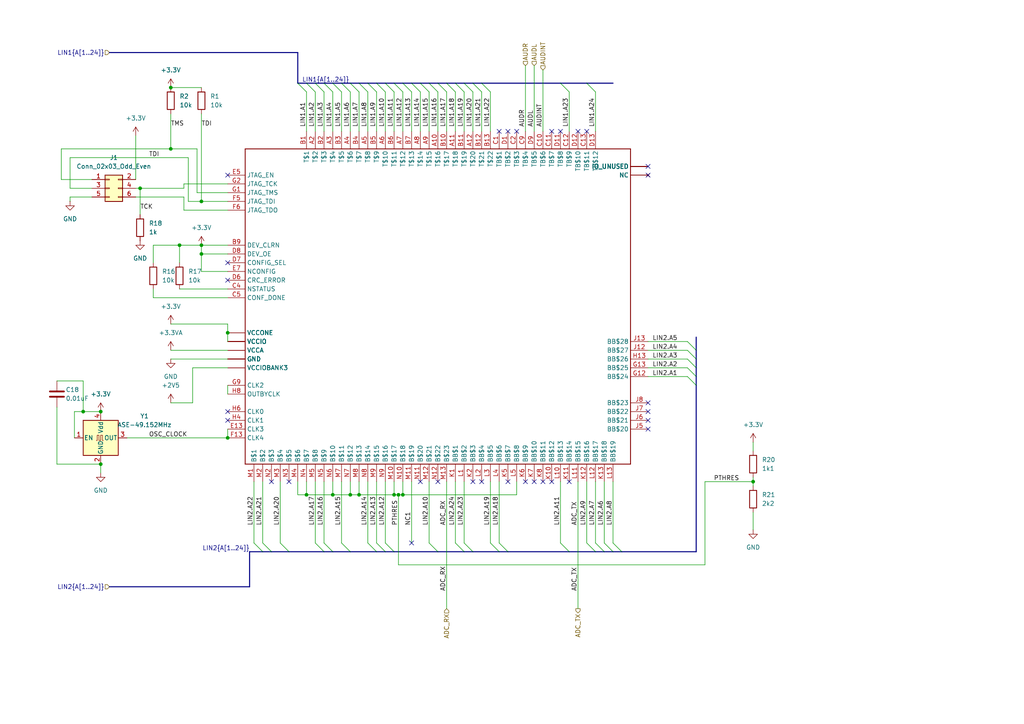
<source format=kicad_sch>
(kicad_sch
	(version 20250114)
	(generator "eeschema")
	(generator_version "9.0")
	(uuid "9c22b006-7b33-46aa-88cf-1f0762795dcd")
	(paper "A4")
	(lib_symbols
		(symbol "Connector_Generic:Conn_02x03_Odd_Even"
			(pin_names
				(offset 1.016)
				(hide yes)
			)
			(exclude_from_sim no)
			(in_bom yes)
			(on_board yes)
			(property "Reference" "J"
				(at 1.27 5.08 0)
				(effects
					(font
						(size 1.27 1.27)
					)
				)
			)
			(property "Value" "Conn_02x03_Odd_Even"
				(at 1.27 -5.08 0)
				(effects
					(font
						(size 1.27 1.27)
					)
				)
			)
			(property "Footprint" ""
				(at 0 0 0)
				(effects
					(font
						(size 1.27 1.27)
					)
					(hide yes)
				)
			)
			(property "Datasheet" "~"
				(at 0 0 0)
				(effects
					(font
						(size 1.27 1.27)
					)
					(hide yes)
				)
			)
			(property "Description" "Generic connector, double row, 02x03, odd/even pin numbering scheme (row 1 odd numbers, row 2 even numbers), script generated (kicad-library-utils/schlib/autogen/connector/)"
				(at 0 0 0)
				(effects
					(font
						(size 1.27 1.27)
					)
					(hide yes)
				)
			)
			(property "ki_keywords" "connector"
				(at 0 0 0)
				(effects
					(font
						(size 1.27 1.27)
					)
					(hide yes)
				)
			)
			(property "ki_fp_filters" "Connector*:*_2x??_*"
				(at 0 0 0)
				(effects
					(font
						(size 1.27 1.27)
					)
					(hide yes)
				)
			)
			(symbol "Conn_02x03_Odd_Even_1_1"
				(rectangle
					(start -1.27 3.81)
					(end 3.81 -3.81)
					(stroke
						(width 0.254)
						(type default)
					)
					(fill
						(type background)
					)
				)
				(rectangle
					(start -1.27 2.667)
					(end 0 2.413)
					(stroke
						(width 0.1524)
						(type default)
					)
					(fill
						(type none)
					)
				)
				(rectangle
					(start -1.27 0.127)
					(end 0 -0.127)
					(stroke
						(width 0.1524)
						(type default)
					)
					(fill
						(type none)
					)
				)
				(rectangle
					(start -1.27 -2.413)
					(end 0 -2.667)
					(stroke
						(width 0.1524)
						(type default)
					)
					(fill
						(type none)
					)
				)
				(rectangle
					(start 3.81 2.667)
					(end 2.54 2.413)
					(stroke
						(width 0.1524)
						(type default)
					)
					(fill
						(type none)
					)
				)
				(rectangle
					(start 3.81 0.127)
					(end 2.54 -0.127)
					(stroke
						(width 0.1524)
						(type default)
					)
					(fill
						(type none)
					)
				)
				(rectangle
					(start 3.81 -2.413)
					(end 2.54 -2.667)
					(stroke
						(width 0.1524)
						(type default)
					)
					(fill
						(type none)
					)
				)
				(pin passive line
					(at -5.08 2.54 0)
					(length 3.81)
					(name "Pin_1"
						(effects
							(font
								(size 1.27 1.27)
							)
						)
					)
					(number "1"
						(effects
							(font
								(size 1.27 1.27)
							)
						)
					)
				)
				(pin passive line
					(at -5.08 0 0)
					(length 3.81)
					(name "Pin_3"
						(effects
							(font
								(size 1.27 1.27)
							)
						)
					)
					(number "3"
						(effects
							(font
								(size 1.27 1.27)
							)
						)
					)
				)
				(pin passive line
					(at -5.08 -2.54 0)
					(length 3.81)
					(name "Pin_5"
						(effects
							(font
								(size 1.27 1.27)
							)
						)
					)
					(number "5"
						(effects
							(font
								(size 1.27 1.27)
							)
						)
					)
				)
				(pin passive line
					(at 7.62 2.54 180)
					(length 3.81)
					(name "Pin_2"
						(effects
							(font
								(size 1.27 1.27)
							)
						)
					)
					(number "2"
						(effects
							(font
								(size 1.27 1.27)
							)
						)
					)
				)
				(pin passive line
					(at 7.62 0 180)
					(length 3.81)
					(name "Pin_4"
						(effects
							(font
								(size 1.27 1.27)
							)
						)
					)
					(number "4"
						(effects
							(font
								(size 1.27 1.27)
							)
						)
					)
				)
				(pin passive line
					(at 7.62 -2.54 180)
					(length 3.81)
					(name "Pin_6"
						(effects
							(font
								(size 1.27 1.27)
							)
						)
					)
					(number "6"
						(effects
							(font
								(size 1.27 1.27)
							)
						)
					)
				)
			)
			(embedded_fonts no)
		)
		(symbol "Device:C"
			(pin_numbers
				(hide yes)
			)
			(pin_names
				(offset 0.254)
			)
			(exclude_from_sim no)
			(in_bom yes)
			(on_board yes)
			(property "Reference" "C"
				(at 0.635 2.54 0)
				(effects
					(font
						(size 1.27 1.27)
					)
					(justify left)
				)
			)
			(property "Value" "C"
				(at 0.635 -2.54 0)
				(effects
					(font
						(size 1.27 1.27)
					)
					(justify left)
				)
			)
			(property "Footprint" ""
				(at 0.9652 -3.81 0)
				(effects
					(font
						(size 1.27 1.27)
					)
					(hide yes)
				)
			)
			(property "Datasheet" "~"
				(at 0 0 0)
				(effects
					(font
						(size 1.27 1.27)
					)
					(hide yes)
				)
			)
			(property "Description" "Unpolarized capacitor"
				(at 0 0 0)
				(effects
					(font
						(size 1.27 1.27)
					)
					(hide yes)
				)
			)
			(property "ki_keywords" "cap capacitor"
				(at 0 0 0)
				(effects
					(font
						(size 1.27 1.27)
					)
					(hide yes)
				)
			)
			(property "ki_fp_filters" "C_*"
				(at 0 0 0)
				(effects
					(font
						(size 1.27 1.27)
					)
					(hide yes)
				)
			)
			(symbol "C_0_1"
				(polyline
					(pts
						(xy -2.032 0.762) (xy 2.032 0.762)
					)
					(stroke
						(width 0.508)
						(type default)
					)
					(fill
						(type none)
					)
				)
				(polyline
					(pts
						(xy -2.032 -0.762) (xy 2.032 -0.762)
					)
					(stroke
						(width 0.508)
						(type default)
					)
					(fill
						(type none)
					)
				)
			)
			(symbol "C_1_1"
				(pin passive line
					(at 0 3.81 270)
					(length 2.794)
					(name "~"
						(effects
							(font
								(size 1.27 1.27)
							)
						)
					)
					(number "1"
						(effects
							(font
								(size 1.27 1.27)
							)
						)
					)
				)
				(pin passive line
					(at 0 -3.81 90)
					(length 2.794)
					(name "~"
						(effects
							(font
								(size 1.27 1.27)
							)
						)
					)
					(number "2"
						(effects
							(font
								(size 1.27 1.27)
							)
						)
					)
				)
			)
			(embedded_fonts no)
		)
		(symbol "Device:R"
			(pin_numbers
				(hide yes)
			)
			(pin_names
				(offset 0)
			)
			(exclude_from_sim no)
			(in_bom yes)
			(on_board yes)
			(property "Reference" "R"
				(at 2.032 0 90)
				(effects
					(font
						(size 1.27 1.27)
					)
				)
			)
			(property "Value" "R"
				(at 0 0 90)
				(effects
					(font
						(size 1.27 1.27)
					)
				)
			)
			(property "Footprint" ""
				(at -1.778 0 90)
				(effects
					(font
						(size 1.27 1.27)
					)
					(hide yes)
				)
			)
			(property "Datasheet" "~"
				(at 0 0 0)
				(effects
					(font
						(size 1.27 1.27)
					)
					(hide yes)
				)
			)
			(property "Description" "Resistor"
				(at 0 0 0)
				(effects
					(font
						(size 1.27 1.27)
					)
					(hide yes)
				)
			)
			(property "ki_keywords" "R res resistor"
				(at 0 0 0)
				(effects
					(font
						(size 1.27 1.27)
					)
					(hide yes)
				)
			)
			(property "ki_fp_filters" "R_*"
				(at 0 0 0)
				(effects
					(font
						(size 1.27 1.27)
					)
					(hide yes)
				)
			)
			(symbol "R_0_1"
				(rectangle
					(start -1.016 -2.54)
					(end 1.016 2.54)
					(stroke
						(width 0.254)
						(type default)
					)
					(fill
						(type none)
					)
				)
			)
			(symbol "R_1_1"
				(pin passive line
					(at 0 3.81 270)
					(length 1.27)
					(name "~"
						(effects
							(font
								(size 1.27 1.27)
							)
						)
					)
					(number "1"
						(effects
							(font
								(size 1.27 1.27)
							)
						)
					)
				)
				(pin passive line
					(at 0 -3.81 90)
					(length 1.27)
					(name "~"
						(effects
							(font
								(size 1.27 1.27)
							)
						)
					)
					(number "2"
						(effects
							(font
								(size 1.27 1.27)
							)
						)
					)
				)
			)
			(embedded_fonts no)
		)
		(symbol "Oscillator:ASE-xxxMHz"
			(pin_names
				(offset 0.254)
			)
			(exclude_from_sim no)
			(in_bom yes)
			(on_board yes)
			(property "Reference" "Y"
				(at -5.08 6.35 0)
				(effects
					(font
						(size 1.27 1.27)
					)
					(justify left)
				)
			)
			(property "Value" "ASE-xxxMHz"
				(at 1.27 -6.35 0)
				(effects
					(font
						(size 1.27 1.27)
					)
					(justify left)
				)
			)
			(property "Footprint" "Oscillator:Oscillator_SMD_Abracon_ASE-4Pin_3.2x2.5mm"
				(at 17.78 -8.89 0)
				(effects
					(font
						(size 1.27 1.27)
					)
					(hide yes)
				)
			)
			(property "Datasheet" "http://www.abracon.com/Oscillators/ASV.pdf"
				(at -2.54 0 0)
				(effects
					(font
						(size 1.27 1.27)
					)
					(hide yes)
				)
			)
			(property "Description" "3.3V CMOS SMD Crystal Clock Oscillator, Abracon"
				(at 0 0 0)
				(effects
					(font
						(size 1.27 1.27)
					)
					(hide yes)
				)
			)
			(property "ki_keywords" "3.3V CMOS SMD Crystal Clock Oscillator"
				(at 0 0 0)
				(effects
					(font
						(size 1.27 1.27)
					)
					(hide yes)
				)
			)
			(property "ki_fp_filters" "Oscillator*SMD*Abracon*ASE*3.2x2.5mm*"
				(at 0 0 0)
				(effects
					(font
						(size 1.27 1.27)
					)
					(hide yes)
				)
			)
			(symbol "ASE-xxxMHz_0_1"
				(rectangle
					(start -5.08 5.08)
					(end 5.08 -5.08)
					(stroke
						(width 0.254)
						(type default)
					)
					(fill
						(type background)
					)
				)
				(polyline
					(pts
						(xy -1.27 -0.762) (xy -1.016 -0.762) (xy -1.016 0.762) (xy -0.508 0.762) (xy -0.508 -0.762) (xy 0 -0.762)
						(xy 0 0.762) (xy 0.508 0.762) (xy 0.508 -0.762) (xy 0.762 -0.762)
					)
					(stroke
						(width 0)
						(type default)
					)
					(fill
						(type none)
					)
				)
			)
			(symbol "ASE-xxxMHz_1_1"
				(pin input line
					(at -7.62 0 0)
					(length 2.54)
					(name "EN"
						(effects
							(font
								(size 1.27 1.27)
							)
						)
					)
					(number "1"
						(effects
							(font
								(size 1.27 1.27)
							)
						)
					)
				)
				(pin power_in line
					(at 0 7.62 270)
					(length 2.54)
					(name "Vdd"
						(effects
							(font
								(size 1.27 1.27)
							)
						)
					)
					(number "4"
						(effects
							(font
								(size 1.27 1.27)
							)
						)
					)
				)
				(pin power_in line
					(at 0 -7.62 90)
					(length 2.54)
					(name "GND"
						(effects
							(font
								(size 1.27 1.27)
							)
						)
					)
					(number "2"
						(effects
							(font
								(size 1.27 1.27)
							)
						)
					)
				)
				(pin output line
					(at 7.62 0 180)
					(length 2.54)
					(name "OUT"
						(effects
							(font
								(size 1.27 1.27)
							)
						)
					)
					(number "3"
						(effects
							(font
								(size 1.27 1.27)
							)
						)
					)
				)
			)
			(embedded_fonts no)
		)
		(symbol "max10u169:MAX10"
			(exclude_from_sim no)
			(in_bom yes)
			(on_board yes)
			(property "Reference" ""
				(at 0 0 0)
				(effects
					(font
						(size 1.27 1.27)
					)
					(hide yes)
				)
			)
			(property "Value" ""
				(at 0 0 0)
				(effects
					(font
						(size 1.27 1.27)
					)
					(hide yes)
				)
			)
			(property "Footprint" "max10:U169SMALL"
				(at 0 0 0)
				(effects
					(font
						(size 1.27 1.27)
					)
					(hide yes)
				)
			)
			(property "Datasheet" ""
				(at 0 0 0)
				(effects
					(font
						(size 1.27 1.27)
					)
					(hide yes)
				)
			)
			(property "Description" ""
				(at 0 0 0)
				(effects
					(font
						(size 1.27 1.27)
					)
					(hide yes)
				)
			)
			(property "ki_locked" ""
				(at 0 0 0)
				(effects
					(font
						(size 1.27 1.27)
					)
				)
			)
			(symbol "MAX10_1_0"
				(polyline
					(pts
						(xy -68.58 38.1) (xy 43.18 38.1)
					)
					(stroke
						(width 0.254)
						(type solid)
					)
					(fill
						(type none)
					)
				)
				(polyline
					(pts
						(xy -68.58 -53.34) (xy -68.58 38.1)
					)
					(stroke
						(width 0.254)
						(type solid)
					)
					(fill
						(type none)
					)
				)
				(polyline
					(pts
						(xy 43.18 38.1) (xy 43.18 -53.34)
					)
					(stroke
						(width 0.254)
						(type solid)
					)
					(fill
						(type none)
					)
				)
				(polyline
					(pts
						(xy 43.18 -53.34) (xy -68.58 -53.34)
					)
					(stroke
						(width 0.254)
						(type solid)
					)
					(fill
						(type none)
					)
				)
				(pin bidirectional line
					(at -73.66 30.48 0)
					(length 5.08)
					(name "JTAG_EN"
						(effects
							(font
								(size 1.27 1.27)
							)
						)
					)
					(number "E5"
						(effects
							(font
								(size 1.27 1.27)
							)
						)
					)
				)
				(pin bidirectional line
					(at -73.66 27.94 0)
					(length 5.08)
					(name "JTAG_TCK"
						(effects
							(font
								(size 1.27 1.27)
							)
						)
					)
					(number "G2"
						(effects
							(font
								(size 1.27 1.27)
							)
						)
					)
				)
				(pin bidirectional line
					(at -73.66 25.4 0)
					(length 5.08)
					(name "JTAG_TMS"
						(effects
							(font
								(size 1.27 1.27)
							)
						)
					)
					(number "G1"
						(effects
							(font
								(size 1.27 1.27)
							)
						)
					)
				)
				(pin bidirectional line
					(at -73.66 22.86 0)
					(length 5.08)
					(name "JTAG_TDI"
						(effects
							(font
								(size 1.27 1.27)
							)
						)
					)
					(number "F5"
						(effects
							(font
								(size 1.27 1.27)
							)
						)
					)
				)
				(pin bidirectional line
					(at -73.66 20.32 0)
					(length 5.08)
					(name "JTAG_TDO"
						(effects
							(font
								(size 1.27 1.27)
							)
						)
					)
					(number "F6"
						(effects
							(font
								(size 1.27 1.27)
							)
						)
					)
				)
				(pin bidirectional line
					(at -73.66 10.16 0)
					(length 5.08)
					(name "DEV_CLRN"
						(effects
							(font
								(size 1.27 1.27)
							)
						)
					)
					(number "B9"
						(effects
							(font
								(size 1.27 1.27)
							)
						)
					)
				)
				(pin bidirectional line
					(at -73.66 7.62 0)
					(length 5.08)
					(name "DEV_OE"
						(effects
							(font
								(size 1.27 1.27)
							)
						)
					)
					(number "D8"
						(effects
							(font
								(size 1.27 1.27)
							)
						)
					)
				)
				(pin bidirectional line
					(at -73.66 5.08 0)
					(length 5.08)
					(name "CONFIG_SEL"
						(effects
							(font
								(size 1.27 1.27)
							)
						)
					)
					(number "D7"
						(effects
							(font
								(size 1.27 1.27)
							)
						)
					)
				)
				(pin bidirectional line
					(at -73.66 2.54 0)
					(length 5.08)
					(name "NCONFIG"
						(effects
							(font
								(size 1.27 1.27)
							)
						)
					)
					(number "E7"
						(effects
							(font
								(size 1.27 1.27)
							)
						)
					)
				)
				(pin bidirectional line
					(at -73.66 0 0)
					(length 5.08)
					(name "CRC_ERROR"
						(effects
							(font
								(size 1.27 1.27)
							)
						)
					)
					(number "D6"
						(effects
							(font
								(size 1.27 1.27)
							)
						)
					)
				)
				(pin bidirectional line
					(at -73.66 -2.54 0)
					(length 5.08)
					(name "NSTATUS"
						(effects
							(font
								(size 1.27 1.27)
							)
						)
					)
					(number "C4"
						(effects
							(font
								(size 1.27 1.27)
							)
						)
					)
				)
				(pin bidirectional line
					(at -73.66 -5.08 0)
					(length 5.08)
					(name "CONF_DONE"
						(effects
							(font
								(size 1.27 1.27)
							)
						)
					)
					(number "C5"
						(effects
							(font
								(size 1.27 1.27)
							)
						)
					)
				)
				(pin power_in line
					(at -73.66 -15.24 0)
					(length 5.08)
					(name "VCCONE"
						(effects
							(font
								(size 1.27 1.27)
							)
						)
					)
					(number "F7"
						(effects
							(font
								(size 0 0)
							)
						)
					)
				)
				(pin power_in line
					(at -73.66 -15.24 0)
					(length 5.08)
					(name "VCCONE"
						(effects
							(font
								(size 1.27 1.27)
							)
						)
					)
					(number "G6"
						(effects
							(font
								(size 0 0)
							)
						)
					)
				)
				(pin power_in line
					(at -73.66 -15.24 0)
					(length 5.08)
					(name "VCCONE"
						(effects
							(font
								(size 1.27 1.27)
							)
						)
					)
					(number "G8"
						(effects
							(font
								(size 0 0)
							)
						)
					)
				)
				(pin power_in line
					(at -73.66 -15.24 0)
					(length 5.08)
					(name "VCCONE"
						(effects
							(font
								(size 1.27 1.27)
							)
						)
					)
					(number "H7"
						(effects
							(font
								(size 0 0)
							)
						)
					)
				)
				(pin power_in line
					(at -73.66 -17.78 0)
					(length 5.08)
					(name "VCCIO"
						(effects
							(font
								(size 1.27 1.27)
							)
						)
					)
					(number "C6"
						(effects
							(font
								(size 0 0)
							)
						)
					)
				)
				(pin power_in line
					(at -73.66 -17.78 0)
					(length 5.08)
					(name "VCCIO"
						(effects
							(font
								(size 1.27 1.27)
							)
						)
					)
					(number "C7"
						(effects
							(font
								(size 0 0)
							)
						)
					)
				)
				(pin power_in line
					(at -73.66 -17.78 0)
					(length 5.08)
					(name "VCCIO"
						(effects
							(font
								(size 1.27 1.27)
							)
						)
					)
					(number "C8"
						(effects
							(font
								(size 0 0)
							)
						)
					)
				)
				(pin power_in line
					(at -73.66 -17.78 0)
					(length 5.08)
					(name "VCCIO"
						(effects
							(font
								(size 1.27 1.27)
							)
						)
					)
					(number "F11"
						(effects
							(font
								(size 0 0)
							)
						)
					)
				)
				(pin power_in line
					(at -73.66 -17.78 0)
					(length 5.08)
					(name "VCCIO"
						(effects
							(font
								(size 1.27 1.27)
							)
						)
					)
					(number "F2"
						(effects
							(font
								(size 0 0)
							)
						)
					)
				)
				(pin power_in line
					(at -73.66 -17.78 0)
					(length 5.08)
					(name "VCCIO"
						(effects
							(font
								(size 1.27 1.27)
							)
						)
					)
					(number "G11"
						(effects
							(font
								(size 0 0)
							)
						)
					)
				)
				(pin power_in line
					(at -73.66 -17.78 0)
					(length 5.08)
					(name "VCCIO"
						(effects
							(font
								(size 1.27 1.27)
							)
						)
					)
					(number "G3"
						(effects
							(font
								(size 0 0)
							)
						)
					)
				)
				(pin power_in line
					(at -73.66 -17.78 0)
					(length 5.08)
					(name "VCCIO"
						(effects
							(font
								(size 1.27 1.27)
							)
						)
					)
					(number "H11"
						(effects
							(font
								(size 0 0)
							)
						)
					)
				)
				(pin power_in line
					(at -73.66 -17.78 0)
					(length 5.08)
					(name "VCCIO"
						(effects
							(font
								(size 1.27 1.27)
							)
						)
					)
					(number "J11"
						(effects
							(font
								(size 0 0)
							)
						)
					)
				)
				(pin power_in line
					(at -73.66 -17.78 0)
					(length 5.08)
					(name "VCCIO"
						(effects
							(font
								(size 1.27 1.27)
							)
						)
					)
					(number "J3"
						(effects
							(font
								(size 0 0)
							)
						)
					)
				)
				(pin power_in line
					(at -73.66 -17.78 0)
					(length 5.08)
					(name "VCCIO"
						(effects
							(font
								(size 1.27 1.27)
							)
						)
					)
					(number "K3"
						(effects
							(font
								(size 0 0)
							)
						)
					)
				)
				(pin power_in line
					(at -73.66 -20.32 0)
					(length 5.08)
					(name "VCCA"
						(effects
							(font
								(size 1.27 1.27)
							)
						)
					)
					(number "D10"
						(effects
							(font
								(size 0 0)
							)
						)
					)
				)
				(pin power_in line
					(at -73.66 -20.32 0)
					(length 5.08)
					(name "VCCA"
						(effects
							(font
								(size 1.27 1.27)
							)
						)
					)
					(number "D4"
						(effects
							(font
								(size 0 0)
							)
						)
					)
				)
				(pin power_in line
					(at -73.66 -20.32 0)
					(length 5.08)
					(name "VCCA"
						(effects
							(font
								(size 1.27 1.27)
							)
						)
					)
					(number "K4"
						(effects
							(font
								(size 0 0)
							)
						)
					)
				)
				(pin power_in line
					(at -73.66 -20.32 0)
					(length 5.08)
					(name "VCCA"
						(effects
							(font
								(size 1.27 1.27)
							)
						)
					)
					(number "K9"
						(effects
							(font
								(size 0 0)
							)
						)
					)
				)
				(pin power_in line
					(at -73.66 -22.86 0)
					(length 5.08)
					(name "GND"
						(effects
							(font
								(size 1.27 1.27)
							)
						)
					)
					(number "A1"
						(effects
							(font
								(size 0 0)
							)
						)
					)
				)
				(pin power_in line
					(at -73.66 -22.86 0)
					(length 5.08)
					(name "GND"
						(effects
							(font
								(size 1.27 1.27)
							)
						)
					)
					(number "A13"
						(effects
							(font
								(size 0 0)
							)
						)
					)
				)
				(pin power_in line
					(at -73.66 -22.86 0)
					(length 5.08)
					(name "GND"
						(effects
							(font
								(size 1.27 1.27)
							)
						)
					)
					(number "B8"
						(effects
							(font
								(size 0 0)
							)
						)
					)
				)
				(pin power_in line
					(at -73.66 -22.86 0)
					(length 5.08)
					(name "GND"
						(effects
							(font
								(size 1.27 1.27)
							)
						)
					)
					(number "C3"
						(effects
							(font
								(size 0 0)
							)
						)
					)
				)
				(pin power_in line
					(at -73.66 -22.86 0)
					(length 5.08)
					(name "GND"
						(effects
							(font
								(size 1.27 1.27)
							)
						)
					)
					(number "D5"
						(effects
							(font
								(size 0 0)
							)
						)
					)
				)
				(pin power_in line
					(at -73.66 -22.86 0)
					(length 5.08)
					(name "GND"
						(effects
							(font
								(size 1.27 1.27)
							)
						)
					)
					(number "E11"
						(effects
							(font
								(size 0 0)
							)
						)
					)
				)
				(pin power_in line
					(at -73.66 -22.86 0)
					(length 5.08)
					(name "GND"
						(effects
							(font
								(size 1.27 1.27)
							)
						)
					)
					(number "F3"
						(effects
							(font
								(size 0 0)
							)
						)
					)
				)
				(pin power_in line
					(at -73.66 -22.86 0)
					(length 5.08)
					(name "GND"
						(effects
							(font
								(size 1.27 1.27)
							)
						)
					)
					(number "G7"
						(effects
							(font
								(size 0 0)
							)
						)
					)
				)
				(pin power_in line
					(at -73.66 -22.86 0)
					(length 5.08)
					(name "GND"
						(effects
							(font
								(size 1.27 1.27)
							)
						)
					)
					(number "H12"
						(effects
							(font
								(size 0 0)
							)
						)
					)
				)
				(pin power_in line
					(at -73.66 -22.86 0)
					(length 5.08)
					(name "GND"
						(effects
							(font
								(size 1.27 1.27)
							)
						)
					)
					(number "J4"
						(effects
							(font
								(size 0 0)
							)
						)
					)
				)
				(pin power_in line
					(at -73.66 -22.86 0)
					(length 5.08)
					(name "GND"
						(effects
							(font
								(size 1.27 1.27)
							)
						)
					)
					(number "L9"
						(effects
							(font
								(size 0 0)
							)
						)
					)
				)
				(pin power_in line
					(at -73.66 -22.86 0)
					(length 5.08)
					(name "GND"
						(effects
							(font
								(size 1.27 1.27)
							)
						)
					)
					(number "M6"
						(effects
							(font
								(size 0 0)
							)
						)
					)
				)
				(pin power_in line
					(at -73.66 -22.86 0)
					(length 5.08)
					(name "GND"
						(effects
							(font
								(size 1.27 1.27)
							)
						)
					)
					(number "N1"
						(effects
							(font
								(size 0 0)
							)
						)
					)
				)
				(pin power_in line
					(at -73.66 -22.86 0)
					(length 5.08)
					(name "GND"
						(effects
							(font
								(size 1.27 1.27)
							)
						)
					)
					(number "N13"
						(effects
							(font
								(size 0 0)
							)
						)
					)
				)
				(pin power_in line
					(at -73.66 -25.4 0)
					(length 5.08)
					(name "VCCIOBANK3"
						(effects
							(font
								(size 1.27 1.27)
							)
						)
					)
					(number "L6"
						(effects
							(font
								(size 0 0)
							)
						)
					)
				)
				(pin power_in line
					(at -73.66 -25.4 0)
					(length 5.08)
					(name "VCCIOBANK3"
						(effects
							(font
								(size 1.27 1.27)
							)
						)
					)
					(number "L7"
						(effects
							(font
								(size 0 0)
							)
						)
					)
				)
				(pin power_in line
					(at -73.66 -25.4 0)
					(length 5.08)
					(name "VCCIOBANK3"
						(effects
							(font
								(size 1.27 1.27)
							)
						)
					)
					(number "L8"
						(effects
							(font
								(size 0 0)
							)
						)
					)
				)
				(pin bidirectional line
					(at -73.66 -30.48 0)
					(length 5.08)
					(name "CLK2"
						(effects
							(font
								(size 1.27 1.27)
							)
						)
					)
					(number "G9"
						(effects
							(font
								(size 1.27 1.27)
							)
						)
					)
				)
				(pin bidirectional line
					(at -73.66 -33.02 0)
					(length 5.08)
					(name "OUTBYCLK"
						(effects
							(font
								(size 1.27 1.27)
							)
						)
					)
					(number "H8"
						(effects
							(font
								(size 1.27 1.27)
							)
						)
					)
				)
				(pin bidirectional line
					(at -73.66 -38.1 0)
					(length 5.08)
					(name "CLK0"
						(effects
							(font
								(size 1.27 1.27)
							)
						)
					)
					(number "H6"
						(effects
							(font
								(size 1.27 1.27)
							)
						)
					)
				)
				(pin bidirectional line
					(at -73.66 -40.64 0)
					(length 5.08)
					(name "CLK1"
						(effects
							(font
								(size 1.27 1.27)
							)
						)
					)
					(number "H4"
						(effects
							(font
								(size 1.27 1.27)
							)
						)
					)
				)
				(pin bidirectional line
					(at -73.66 -43.18 0)
					(length 5.08)
					(name "CLK3"
						(effects
							(font
								(size 1.27 1.27)
							)
						)
					)
					(number "E13"
						(effects
							(font
								(size 1.27 1.27)
							)
						)
					)
				)
				(pin bidirectional line
					(at -73.66 -45.72 0)
					(length 5.08)
					(name "CLK4"
						(effects
							(font
								(size 1.27 1.27)
							)
						)
					)
					(number "F13"
						(effects
							(font
								(size 1.27 1.27)
							)
						)
					)
				)
				(pin bidirectional line
					(at -66.04 -58.42 90)
					(length 5.08)
					(name "B$1"
						(effects
							(font
								(size 1.27 1.27)
							)
						)
					)
					(number "M1"
						(effects
							(font
								(size 1.27 1.27)
							)
						)
					)
				)
				(pin bidirectional line
					(at -63.5 -58.42 90)
					(length 5.08)
					(name "B$2"
						(effects
							(font
								(size 1.27 1.27)
							)
						)
					)
					(number "M2"
						(effects
							(font
								(size 1.27 1.27)
							)
						)
					)
				)
				(pin bidirectional line
					(at -60.96 -58.42 90)
					(length 5.08)
					(name "B$3"
						(effects
							(font
								(size 1.27 1.27)
							)
						)
					)
					(number "N2"
						(effects
							(font
								(size 1.27 1.27)
							)
						)
					)
				)
				(pin bidirectional line
					(at -58.42 -58.42 90)
					(length 5.08)
					(name "B$4"
						(effects
							(font
								(size 1.27 1.27)
							)
						)
					)
					(number "M3"
						(effects
							(font
								(size 1.27 1.27)
							)
						)
					)
				)
				(pin bidirectional line
					(at -55.88 -58.42 90)
					(length 5.08)
					(name "B$5"
						(effects
							(font
								(size 1.27 1.27)
							)
						)
					)
					(number "N3"
						(effects
							(font
								(size 1.27 1.27)
							)
						)
					)
				)
				(pin bidirectional line
					(at -53.34 -58.42 90)
					(length 5.08)
					(name "B$6"
						(effects
							(font
								(size 1.27 1.27)
							)
						)
					)
					(number "M4"
						(effects
							(font
								(size 1.27 1.27)
							)
						)
					)
				)
				(pin bidirectional line
					(at -50.8 43.18 270)
					(length 5.08)
					(name "T$1"
						(effects
							(font
								(size 1.27 1.27)
							)
						)
					)
					(number "B1"
						(effects
							(font
								(size 1.27 1.27)
							)
						)
					)
				)
				(pin bidirectional line
					(at -50.8 -58.42 90)
					(length 5.08)
					(name "B$7"
						(effects
							(font
								(size 1.27 1.27)
							)
						)
					)
					(number "N4"
						(effects
							(font
								(size 1.27 1.27)
							)
						)
					)
				)
				(pin bidirectional line
					(at -48.26 43.18 270)
					(length 5.08)
					(name "T$2"
						(effects
							(font
								(size 1.27 1.27)
							)
						)
					)
					(number "A2"
						(effects
							(font
								(size 1.27 1.27)
							)
						)
					)
				)
				(pin bidirectional line
					(at -48.26 -58.42 90)
					(length 5.08)
					(name "B$8"
						(effects
							(font
								(size 1.27 1.27)
							)
						)
					)
					(number "M5"
						(effects
							(font
								(size 1.27 1.27)
							)
						)
					)
				)
				(pin bidirectional line
					(at -45.72 43.18 270)
					(length 5.08)
					(name "T$3"
						(effects
							(font
								(size 1.27 1.27)
							)
						)
					)
					(number "B2"
						(effects
							(font
								(size 1.27 1.27)
							)
						)
					)
				)
				(pin bidirectional line
					(at -45.72 -58.42 90)
					(length 5.08)
					(name "B$9"
						(effects
							(font
								(size 1.27 1.27)
							)
						)
					)
					(number "N5"
						(effects
							(font
								(size 1.27 1.27)
							)
						)
					)
				)
				(pin bidirectional line
					(at -43.18 43.18 270)
					(length 5.08)
					(name "T$4"
						(effects
							(font
								(size 1.27 1.27)
							)
						)
					)
					(number "A3"
						(effects
							(font
								(size 1.27 1.27)
							)
						)
					)
				)
				(pin bidirectional line
					(at -43.18 -58.42 90)
					(length 5.08)
					(name "B$10"
						(effects
							(font
								(size 1.27 1.27)
							)
						)
					)
					(number "N6"
						(effects
							(font
								(size 1.27 1.27)
							)
						)
					)
				)
				(pin bidirectional line
					(at -40.64 43.18 270)
					(length 5.08)
					(name "T$5"
						(effects
							(font
								(size 1.27 1.27)
							)
						)
					)
					(number "B3"
						(effects
							(font
								(size 1.27 1.27)
							)
						)
					)
				)
				(pin bidirectional line
					(at -40.64 -58.42 90)
					(length 5.08)
					(name "B$11"
						(effects
							(font
								(size 1.27 1.27)
							)
						)
					)
					(number "M7"
						(effects
							(font
								(size 1.27 1.27)
							)
						)
					)
				)
				(pin bidirectional line
					(at -38.1 43.18 270)
					(length 5.08)
					(name "T$6"
						(effects
							(font
								(size 1.27 1.27)
							)
						)
					)
					(number "A4"
						(effects
							(font
								(size 1.27 1.27)
							)
						)
					)
				)
				(pin bidirectional line
					(at -38.1 -58.42 90)
					(length 5.08)
					(name "B$12"
						(effects
							(font
								(size 1.27 1.27)
							)
						)
					)
					(number "N7"
						(effects
							(font
								(size 1.27 1.27)
							)
						)
					)
				)
				(pin bidirectional line
					(at -35.56 43.18 270)
					(length 5.08)
					(name "T$7"
						(effects
							(font
								(size 1.27 1.27)
							)
						)
					)
					(number "B4"
						(effects
							(font
								(size 1.27 1.27)
							)
						)
					)
				)
				(pin bidirectional line
					(at -35.56 -58.42 90)
					(length 5.08)
					(name "B$13"
						(effects
							(font
								(size 1.27 1.27)
							)
						)
					)
					(number "M8"
						(effects
							(font
								(size 1.27 1.27)
							)
						)
					)
				)
				(pin bidirectional line
					(at -33.02 43.18 270)
					(length 5.08)
					(name "T$8"
						(effects
							(font
								(size 1.27 1.27)
							)
						)
					)
					(number "A5"
						(effects
							(font
								(size 1.27 1.27)
							)
						)
					)
				)
				(pin bidirectional line
					(at -33.02 -58.42 90)
					(length 5.08)
					(name "B$14"
						(effects
							(font
								(size 1.27 1.27)
							)
						)
					)
					(number "N8"
						(effects
							(font
								(size 1.27 1.27)
							)
						)
					)
				)
				(pin bidirectional line
					(at -30.48 43.18 270)
					(length 5.08)
					(name "T$9"
						(effects
							(font
								(size 1.27 1.27)
							)
						)
					)
					(number "B5"
						(effects
							(font
								(size 1.27 1.27)
							)
						)
					)
				)
				(pin bidirectional line
					(at -30.48 -58.42 90)
					(length 5.08)
					(name "B$15"
						(effects
							(font
								(size 1.27 1.27)
							)
						)
					)
					(number "M9"
						(effects
							(font
								(size 1.27 1.27)
							)
						)
					)
				)
				(pin bidirectional line
					(at -27.94 43.18 270)
					(length 5.08)
					(name "T$10"
						(effects
							(font
								(size 1.27 1.27)
							)
						)
					)
					(number "A6"
						(effects
							(font
								(size 1.27 1.27)
							)
						)
					)
				)
				(pin bidirectional line
					(at -27.94 -58.42 90)
					(length 5.08)
					(name "B$16"
						(effects
							(font
								(size 1.27 1.27)
							)
						)
					)
					(number "N9"
						(effects
							(font
								(size 1.27 1.27)
							)
						)
					)
				)
				(pin bidirectional line
					(at -25.4 43.18 270)
					(length 5.08)
					(name "T$11"
						(effects
							(font
								(size 1.27 1.27)
							)
						)
					)
					(number "B6"
						(effects
							(font
								(size 1.27 1.27)
							)
						)
					)
				)
				(pin bidirectional line
					(at -25.4 -58.42 90)
					(length 5.08)
					(name "B$17"
						(effects
							(font
								(size 1.27 1.27)
							)
						)
					)
					(number "M10"
						(effects
							(font
								(size 1.27 1.27)
							)
						)
					)
				)
				(pin bidirectional line
					(at -22.86 43.18 270)
					(length 5.08)
					(name "T$12"
						(effects
							(font
								(size 1.27 1.27)
							)
						)
					)
					(number "A7"
						(effects
							(font
								(size 1.27 1.27)
							)
						)
					)
				)
				(pin bidirectional line
					(at -22.86 -58.42 90)
					(length 5.08)
					(name "B$18"
						(effects
							(font
								(size 1.27 1.27)
							)
						)
					)
					(number "N10"
						(effects
							(font
								(size 1.27 1.27)
							)
						)
					)
				)
				(pin bidirectional line
					(at -20.32 43.18 270)
					(length 5.08)
					(name "T$13"
						(effects
							(font
								(size 1.27 1.27)
							)
						)
					)
					(number "B7"
						(effects
							(font
								(size 1.27 1.27)
							)
						)
					)
				)
				(pin bidirectional line
					(at -20.32 -58.42 90)
					(length 5.08)
					(name "B$19"
						(effects
							(font
								(size 1.27 1.27)
							)
						)
					)
					(number "M11"
						(effects
							(font
								(size 1.27 1.27)
							)
						)
					)
				)
				(pin bidirectional line
					(at -17.78 43.18 270)
					(length 5.08)
					(name "T$14"
						(effects
							(font
								(size 1.27 1.27)
							)
						)
					)
					(number "A8"
						(effects
							(font
								(size 1.27 1.27)
							)
						)
					)
				)
				(pin bidirectional line
					(at -17.78 -58.42 90)
					(length 5.08)
					(name "B$20"
						(effects
							(font
								(size 1.27 1.27)
							)
						)
					)
					(number "N11"
						(effects
							(font
								(size 1.27 1.27)
							)
						)
					)
				)
				(pin bidirectional line
					(at -15.24 43.18 270)
					(length 5.08)
					(name "T$15"
						(effects
							(font
								(size 1.27 1.27)
							)
						)
					)
					(number "A9"
						(effects
							(font
								(size 1.27 1.27)
							)
						)
					)
				)
				(pin bidirectional line
					(at -15.24 -58.42 90)
					(length 5.08)
					(name "B$21"
						(effects
							(font
								(size 1.27 1.27)
							)
						)
					)
					(number "M12"
						(effects
							(font
								(size 1.27 1.27)
							)
						)
					)
				)
				(pin bidirectional line
					(at -12.7 43.18 270)
					(length 5.08)
					(name "T$16"
						(effects
							(font
								(size 1.27 1.27)
							)
						)
					)
					(number "A10"
						(effects
							(font
								(size 1.27 1.27)
							)
						)
					)
				)
				(pin bidirectional line
					(at -12.7 -58.42 90)
					(length 5.08)
					(name "B$22"
						(effects
							(font
								(size 1.27 1.27)
							)
						)
					)
					(number "N12"
						(effects
							(font
								(size 1.27 1.27)
							)
						)
					)
				)
				(pin bidirectional line
					(at -10.16 43.18 270)
					(length 5.08)
					(name "T$17"
						(effects
							(font
								(size 1.27 1.27)
							)
						)
					)
					(number "B10"
						(effects
							(font
								(size 1.27 1.27)
							)
						)
					)
				)
				(pin bidirectional line
					(at -10.16 -58.42 90)
					(length 5.08)
					(name "B$23"
						(effects
							(font
								(size 1.27 1.27)
							)
						)
					)
					(number "M13"
						(effects
							(font
								(size 1.27 1.27)
							)
						)
					)
				)
				(pin bidirectional line
					(at -7.62 43.18 270)
					(length 5.08)
					(name "T$18"
						(effects
							(font
								(size 1.27 1.27)
							)
						)
					)
					(number "A11"
						(effects
							(font
								(size 1.27 1.27)
							)
						)
					)
				)
				(pin bidirectional line
					(at -7.62 -58.42 90)
					(length 5.08)
					(name "BB$1"
						(effects
							(font
								(size 1.27 1.27)
							)
						)
					)
					(number "K1"
						(effects
							(font
								(size 1.27 1.27)
							)
						)
					)
				)
				(pin bidirectional line
					(at -5.08 43.18 270)
					(length 5.08)
					(name "T$19"
						(effects
							(font
								(size 1.27 1.27)
							)
						)
					)
					(number "B11"
						(effects
							(font
								(size 1.27 1.27)
							)
						)
					)
				)
				(pin bidirectional line
					(at -5.08 -58.42 90)
					(length 5.08)
					(name "BB$2"
						(effects
							(font
								(size 1.27 1.27)
							)
						)
					)
					(number "L1"
						(effects
							(font
								(size 1.27 1.27)
							)
						)
					)
				)
				(pin bidirectional line
					(at -2.54 43.18 270)
					(length 5.08)
					(name "T$20"
						(effects
							(font
								(size 1.27 1.27)
							)
						)
					)
					(number "A12"
						(effects
							(font
								(size 1.27 1.27)
							)
						)
					)
				)
				(pin bidirectional line
					(at -2.54 -58.42 90)
					(length 5.08)
					(name "BB$3"
						(effects
							(font
								(size 1.27 1.27)
							)
						)
					)
					(number "K2"
						(effects
							(font
								(size 1.27 1.27)
							)
						)
					)
				)
				(pin bidirectional line
					(at 0 43.18 270)
					(length 5.08)
					(name "T$21"
						(effects
							(font
								(size 1.27 1.27)
							)
						)
					)
					(number "B12"
						(effects
							(font
								(size 1.27 1.27)
							)
						)
					)
				)
				(pin bidirectional line
					(at 0 -58.42 90)
					(length 5.08)
					(name "BB$4"
						(effects
							(font
								(size 1.27 1.27)
							)
						)
					)
					(number "L2"
						(effects
							(font
								(size 1.27 1.27)
							)
						)
					)
				)
				(pin bidirectional line
					(at 2.54 43.18 270)
					(length 5.08)
					(name "T$22"
						(effects
							(font
								(size 1.27 1.27)
							)
						)
					)
					(number "B13"
						(effects
							(font
								(size 1.27 1.27)
							)
						)
					)
				)
				(pin bidirectional line
					(at 2.54 -58.42 90)
					(length 5.08)
					(name "BB$5"
						(effects
							(font
								(size 1.27 1.27)
							)
						)
					)
					(number "L3"
						(effects
							(font
								(size 1.27 1.27)
							)
						)
					)
				)
				(pin bidirectional line
					(at 5.08 43.18 270)
					(length 5.08)
					(name "TB$1"
						(effects
							(font
								(size 1.27 1.27)
							)
						)
					)
					(number "C1"
						(effects
							(font
								(size 1.27 1.27)
							)
						)
					)
				)
				(pin bidirectional line
					(at 5.08 -58.42 90)
					(length 5.08)
					(name "BB$6"
						(effects
							(font
								(size 1.27 1.27)
							)
						)
					)
					(number "L4"
						(effects
							(font
								(size 1.27 1.27)
							)
						)
					)
				)
				(pin bidirectional line
					(at 7.62 43.18 270)
					(length 5.08)
					(name "TB$2"
						(effects
							(font
								(size 1.27 1.27)
							)
						)
					)
					(number "D1"
						(effects
							(font
								(size 1.27 1.27)
							)
						)
					)
				)
				(pin bidirectional line
					(at 7.62 -58.42 90)
					(length 5.08)
					(name "BB$7"
						(effects
							(font
								(size 1.27 1.27)
							)
						)
					)
					(number "K5"
						(effects
							(font
								(size 1.27 1.27)
							)
						)
					)
				)
				(pin bidirectional line
					(at 10.16 43.18 270)
					(length 5.08)
					(name "TB$3"
						(effects
							(font
								(size 1.27 1.27)
							)
						)
					)
					(number "C2"
						(effects
							(font
								(size 1.27 1.27)
							)
						)
					)
				)
				(pin bidirectional line
					(at 10.16 -58.42 90)
					(length 5.08)
					(name "BB$8"
						(effects
							(font
								(size 1.27 1.27)
							)
						)
					)
					(number "L5"
						(effects
							(font
								(size 1.27 1.27)
							)
						)
					)
				)
				(pin bidirectional line
					(at 12.7 43.18 270)
					(length 5.08)
					(name "TB$4"
						(effects
							(font
								(size 1.27 1.27)
							)
						)
					)
					(number "C9"
						(effects
							(font
								(size 1.27 1.27)
							)
						)
					)
				)
				(pin bidirectional line
					(at 12.7 -58.42 90)
					(length 5.08)
					(name "BB$9"
						(effects
							(font
								(size 1.27 1.27)
							)
						)
					)
					(number "K6"
						(effects
							(font
								(size 1.27 1.27)
							)
						)
					)
				)
				(pin bidirectional line
					(at 15.24 43.18 270)
					(length 5.08)
					(name "TB$5"
						(effects
							(font
								(size 1.27 1.27)
							)
						)
					)
					(number "D9"
						(effects
							(font
								(size 1.27 1.27)
							)
						)
					)
				)
				(pin bidirectional line
					(at 15.24 -58.42 90)
					(length 5.08)
					(name "BB$10"
						(effects
							(font
								(size 1.27 1.27)
							)
						)
					)
					(number "K7"
						(effects
							(font
								(size 1.27 1.27)
							)
						)
					)
				)
				(pin bidirectional line
					(at 17.78 43.18 270)
					(length 5.08)
					(name "TB$6"
						(effects
							(font
								(size 1.27 1.27)
							)
						)
					)
					(number "C10"
						(effects
							(font
								(size 1.27 1.27)
							)
						)
					)
				)
				(pin bidirectional line
					(at 17.78 -58.42 90)
					(length 5.08)
					(name "BB$11"
						(effects
							(font
								(size 1.27 1.27)
							)
						)
					)
					(number "K8"
						(effects
							(font
								(size 1.27 1.27)
							)
						)
					)
				)
				(pin bidirectional line
					(at 20.32 43.18 270)
					(length 5.08)
					(name "TB$7"
						(effects
							(font
								(size 1.27 1.27)
							)
						)
					)
					(number "C11"
						(effects
							(font
								(size 1.27 1.27)
							)
						)
					)
				)
				(pin bidirectional line
					(at 20.32 -58.42 90)
					(length 5.08)
					(name "BB$12"
						(effects
							(font
								(size 1.27 1.27)
							)
						)
					)
					(number "K10"
						(effects
							(font
								(size 1.27 1.27)
							)
						)
					)
				)
				(pin bidirectional line
					(at 22.86 43.18 270)
					(length 5.08)
					(name "TB$8"
						(effects
							(font
								(size 1.27 1.27)
							)
						)
					)
					(number "D11"
						(effects
							(font
								(size 1.27 1.27)
							)
						)
					)
				)
				(pin bidirectional line
					(at 22.86 -58.42 90)
					(length 5.08)
					(name "BB$13"
						(effects
							(font
								(size 1.27 1.27)
							)
						)
					)
					(number "L10"
						(effects
							(font
								(size 1.27 1.27)
							)
						)
					)
				)
				(pin bidirectional line
					(at 25.4 43.18 270)
					(length 5.08)
					(name "TB$9"
						(effects
							(font
								(size 1.27 1.27)
							)
						)
					)
					(number "C12"
						(effects
							(font
								(size 1.27 1.27)
							)
						)
					)
				)
				(pin bidirectional line
					(at 25.4 -58.42 90)
					(length 5.08)
					(name "BB$14"
						(effects
							(font
								(size 1.27 1.27)
							)
						)
					)
					(number "K11"
						(effects
							(font
								(size 1.27 1.27)
							)
						)
					)
				)
				(pin bidirectional line
					(at 27.94 43.18 270)
					(length 5.08)
					(name "TB$10"
						(effects
							(font
								(size 1.27 1.27)
							)
						)
					)
					(number "D12"
						(effects
							(font
								(size 1.27 1.27)
							)
						)
					)
				)
				(pin bidirectional line
					(at 27.94 -58.42 90)
					(length 5.08)
					(name "BB$15"
						(effects
							(font
								(size 1.27 1.27)
							)
						)
					)
					(number "L11"
						(effects
							(font
								(size 1.27 1.27)
							)
						)
					)
				)
				(pin bidirectional line
					(at 30.48 43.18 270)
					(length 5.08)
					(name "TB$11"
						(effects
							(font
								(size 1.27 1.27)
							)
						)
					)
					(number "C13"
						(effects
							(font
								(size 1.27 1.27)
							)
						)
					)
				)
				(pin bidirectional line
					(at 30.48 -58.42 90)
					(length 5.08)
					(name "BB$16"
						(effects
							(font
								(size 1.27 1.27)
							)
						)
					)
					(number "K12"
						(effects
							(font
								(size 1.27 1.27)
							)
						)
					)
				)
				(pin bidirectional line
					(at 33.02 43.18 270)
					(length 5.08)
					(name "TB$12"
						(effects
							(font
								(size 1.27 1.27)
							)
						)
					)
					(number "D13"
						(effects
							(font
								(size 1.27 1.27)
							)
						)
					)
				)
				(pin bidirectional line
					(at 33.02 -58.42 90)
					(length 5.08)
					(name "BB$17"
						(effects
							(font
								(size 1.27 1.27)
							)
						)
					)
					(number "L12"
						(effects
							(font
								(size 1.27 1.27)
							)
						)
					)
				)
				(pin bidirectional line
					(at 35.56 -58.42 90)
					(length 5.08)
					(name "BB$18"
						(effects
							(font
								(size 1.27 1.27)
							)
						)
					)
					(number "K13"
						(effects
							(font
								(size 1.27 1.27)
							)
						)
					)
				)
				(pin bidirectional line
					(at 38.1 -58.42 90)
					(length 5.08)
					(name "BB$19"
						(effects
							(font
								(size 1.27 1.27)
							)
						)
					)
					(number "L13"
						(effects
							(font
								(size 1.27 1.27)
							)
						)
					)
				)
				(pin bidirectional line
					(at 48.26 33.02 180)
					(length 5.08)
					(name "IO_UNUSED"
						(effects
							(font
								(size 1.27 1.27)
							)
						)
					)
					(number "E1"
						(effects
							(font
								(size 0 0)
							)
						)
					)
				)
				(pin bidirectional line
					(at 48.26 33.02 180)
					(length 5.08)
					(name "IO_UNUSED"
						(effects
							(font
								(size 1.27 1.27)
							)
						)
					)
					(number "E10"
						(effects
							(font
								(size 0 0)
							)
						)
					)
				)
				(pin bidirectional line
					(at 48.26 33.02 180)
					(length 5.08)
					(name "IO_UNUSED"
						(effects
							(font
								(size 1.27 1.27)
							)
						)
					)
					(number "E12"
						(effects
							(font
								(size 0 0)
							)
						)
					)
				)
				(pin bidirectional line
					(at 48.26 33.02 180)
					(length 5.08)
					(name "IO_UNUSED"
						(effects
							(font
								(size 1.27 1.27)
							)
						)
					)
					(number "E3"
						(effects
							(font
								(size 0 0)
							)
						)
					)
				)
				(pin bidirectional line
					(at 48.26 33.02 180)
					(length 5.08)
					(name "IO_UNUSED"
						(effects
							(font
								(size 1.27 1.27)
							)
						)
					)
					(number "E4"
						(effects
							(font
								(size 0 0)
							)
						)
					)
				)
				(pin bidirectional line
					(at 48.26 33.02 180)
					(length 5.08)
					(name "IO_UNUSED"
						(effects
							(font
								(size 1.27 1.27)
							)
						)
					)
					(number "E6"
						(effects
							(font
								(size 0 0)
							)
						)
					)
				)
				(pin bidirectional line
					(at 48.26 33.02 180)
					(length 5.08)
					(name "IO_UNUSED"
						(effects
							(font
								(size 1.27 1.27)
							)
						)
					)
					(number "E8"
						(effects
							(font
								(size 0 0)
							)
						)
					)
				)
				(pin bidirectional line
					(at 48.26 33.02 180)
					(length 5.08)
					(name "IO_UNUSED"
						(effects
							(font
								(size 1.27 1.27)
							)
						)
					)
					(number "E9"
						(effects
							(font
								(size 0 0)
							)
						)
					)
				)
				(pin bidirectional line
					(at 48.26 33.02 180)
					(length 5.08)
					(name "IO_UNUSED"
						(effects
							(font
								(size 1.27 1.27)
							)
						)
					)
					(number "F1"
						(effects
							(font
								(size 0 0)
							)
						)
					)
				)
				(pin bidirectional line
					(at 48.26 33.02 180)
					(length 5.08)
					(name "IO_UNUSED"
						(effects
							(font
								(size 1.27 1.27)
							)
						)
					)
					(number "F10"
						(effects
							(font
								(size 0 0)
							)
						)
					)
				)
				(pin bidirectional line
					(at 48.26 33.02 180)
					(length 5.08)
					(name "IO_UNUSED"
						(effects
							(font
								(size 1.27 1.27)
							)
						)
					)
					(number "F12"
						(effects
							(font
								(size 0 0)
							)
						)
					)
				)
				(pin bidirectional line
					(at 48.26 33.02 180)
					(length 5.08)
					(name "IO_UNUSED"
						(effects
							(font
								(size 1.27 1.27)
							)
						)
					)
					(number "F4"
						(effects
							(font
								(size 0 0)
							)
						)
					)
				)
				(pin bidirectional line
					(at 48.26 33.02 180)
					(length 5.08)
					(name "IO_UNUSED"
						(effects
							(font
								(size 1.27 1.27)
							)
						)
					)
					(number "F8"
						(effects
							(font
								(size 0 0)
							)
						)
					)
				)
				(pin bidirectional line
					(at 48.26 33.02 180)
					(length 5.08)
					(name "IO_UNUSED"
						(effects
							(font
								(size 1.27 1.27)
							)
						)
					)
					(number "F9"
						(effects
							(font
								(size 0 0)
							)
						)
					)
				)
				(pin bidirectional line
					(at 48.26 33.02 180)
					(length 5.08)
					(name "IO_UNUSED"
						(effects
							(font
								(size 1.27 1.27)
							)
						)
					)
					(number "G10"
						(effects
							(font
								(size 0 0)
							)
						)
					)
				)
				(pin bidirectional line
					(at 48.26 33.02 180)
					(length 5.08)
					(name "IO_UNUSED"
						(effects
							(font
								(size 1.27 1.27)
							)
						)
					)
					(number "G4"
						(effects
							(font
								(size 0 0)
							)
						)
					)
				)
				(pin bidirectional line
					(at 48.26 33.02 180)
					(length 5.08)
					(name "IO_UNUSED"
						(effects
							(font
								(size 1.27 1.27)
							)
						)
					)
					(number "G5"
						(effects
							(font
								(size 0 0)
							)
						)
					)
				)
				(pin bidirectional line
					(at 48.26 33.02 180)
					(length 5.08)
					(name "IO_UNUSED"
						(effects
							(font
								(size 1.27 1.27)
							)
						)
					)
					(number "H1"
						(effects
							(font
								(size 0 0)
							)
						)
					)
				)
				(pin bidirectional line
					(at 48.26 33.02 180)
					(length 5.08)
					(name "IO_UNUSED"
						(effects
							(font
								(size 1.27 1.27)
							)
						)
					)
					(number "H10"
						(effects
							(font
								(size 0 0)
							)
						)
					)
				)
				(pin bidirectional line
					(at 48.26 33.02 180)
					(length 5.08)
					(name "IO_UNUSED"
						(effects
							(font
								(size 1.27 1.27)
							)
						)
					)
					(number "H2"
						(effects
							(font
								(size 0 0)
							)
						)
					)
				)
				(pin bidirectional line
					(at 48.26 33.02 180)
					(length 5.08)
					(name "IO_UNUSED"
						(effects
							(font
								(size 1.27 1.27)
							)
						)
					)
					(number "H3"
						(effects
							(font
								(size 0 0)
							)
						)
					)
				)
				(pin bidirectional line
					(at 48.26 33.02 180)
					(length 5.08)
					(name "IO_UNUSED"
						(effects
							(font
								(size 1.27 1.27)
							)
						)
					)
					(number "H5"
						(effects
							(font
								(size 0 0)
							)
						)
					)
				)
				(pin bidirectional line
					(at 48.26 33.02 180)
					(length 5.08)
					(name "IO_UNUSED"
						(effects
							(font
								(size 1.27 1.27)
							)
						)
					)
					(number "H9"
						(effects
							(font
								(size 0 0)
							)
						)
					)
				)
				(pin bidirectional line
					(at 48.26 33.02 180)
					(length 5.08)
					(name "IO_UNUSED"
						(effects
							(font
								(size 1.27 1.27)
							)
						)
					)
					(number "J1"
						(effects
							(font
								(size 0 0)
							)
						)
					)
				)
				(pin bidirectional line
					(at 48.26 33.02 180)
					(length 5.08)
					(name "IO_UNUSED"
						(effects
							(font
								(size 1.27 1.27)
							)
						)
					)
					(number "J10"
						(effects
							(font
								(size 0 0)
							)
						)
					)
				)
				(pin bidirectional line
					(at 48.26 33.02 180)
					(length 5.08)
					(name "IO_UNUSED"
						(effects
							(font
								(size 1.27 1.27)
							)
						)
					)
					(number "J2"
						(effects
							(font
								(size 0 0)
							)
						)
					)
				)
				(pin bidirectional line
					(at 48.26 33.02 180)
					(length 5.08)
					(name "IO_UNUSED"
						(effects
							(font
								(size 1.27 1.27)
							)
						)
					)
					(number "J9"
						(effects
							(font
								(size 0 0)
							)
						)
					)
				)
				(pin no_connect line
					(at 48.26 30.48 180)
					(length 5.08)
					(name "NC"
						(effects
							(font
								(size 1.27 1.27)
							)
						)
					)
					(number "D2"
						(effects
							(font
								(size 0 0)
							)
						)
					)
				)
				(pin no_connect line
					(at 48.26 30.48 180)
					(length 5.08)
					(name "NC"
						(effects
							(font
								(size 1.27 1.27)
							)
						)
					)
					(number "D3"
						(effects
							(font
								(size 0 0)
							)
						)
					)
				)
				(pin no_connect line
					(at 48.26 30.48 180)
					(length 5.08)
					(name "NC"
						(effects
							(font
								(size 1.27 1.27)
							)
						)
					)
					(number "E2"
						(effects
							(font
								(size 0 0)
							)
						)
					)
				)
				(pin bidirectional line
					(at 48.26 -17.78 180)
					(length 5.08)
					(name "BB$28"
						(effects
							(font
								(size 1.27 1.27)
							)
						)
					)
					(number "J13"
						(effects
							(font
								(size 1.27 1.27)
							)
						)
					)
				)
				(pin bidirectional line
					(at 48.26 -20.32 180)
					(length 5.08)
					(name "BB$27"
						(effects
							(font
								(size 1.27 1.27)
							)
						)
					)
					(number "J12"
						(effects
							(font
								(size 1.27 1.27)
							)
						)
					)
				)
				(pin bidirectional line
					(at 48.26 -22.86 180)
					(length 5.08)
					(name "BB$26"
						(effects
							(font
								(size 1.27 1.27)
							)
						)
					)
					(number "H13"
						(effects
							(font
								(size 1.27 1.27)
							)
						)
					)
				)
				(pin bidirectional line
					(at 48.26 -25.4 180)
					(length 5.08)
					(name "BB$25"
						(effects
							(font
								(size 1.27 1.27)
							)
						)
					)
					(number "G13"
						(effects
							(font
								(size 1.27 1.27)
							)
						)
					)
				)
				(pin bidirectional line
					(at 48.26 -27.94 180)
					(length 5.08)
					(name "BB$24"
						(effects
							(font
								(size 1.27 1.27)
							)
						)
					)
					(number "G12"
						(effects
							(font
								(size 1.27 1.27)
							)
						)
					)
				)
				(pin bidirectional line
					(at 48.26 -35.56 180)
					(length 5.08)
					(name "BB$23"
						(effects
							(font
								(size 1.27 1.27)
							)
						)
					)
					(number "J8"
						(effects
							(font
								(size 1.27 1.27)
							)
						)
					)
				)
				(pin bidirectional line
					(at 48.26 -38.1 180)
					(length 5.08)
					(name "BB$22"
						(effects
							(font
								(size 1.27 1.27)
							)
						)
					)
					(number "J7"
						(effects
							(font
								(size 1.27 1.27)
							)
						)
					)
				)
				(pin bidirectional line
					(at 48.26 -40.64 180)
					(length 5.08)
					(name "BB$21"
						(effects
							(font
								(size 1.27 1.27)
							)
						)
					)
					(number "J6"
						(effects
							(font
								(size 1.27 1.27)
							)
						)
					)
				)
				(pin bidirectional line
					(at 48.26 -43.18 180)
					(length 5.08)
					(name "BB$20"
						(effects
							(font
								(size 1.27 1.27)
							)
						)
					)
					(number "J5"
						(effects
							(font
								(size 1.27 1.27)
							)
						)
					)
				)
			)
			(embedded_fonts no)
		)
		(symbol "power:+2V5"
			(power)
			(pin_numbers
				(hide yes)
			)
			(pin_names
				(offset 0)
				(hide yes)
			)
			(exclude_from_sim no)
			(in_bom yes)
			(on_board yes)
			(property "Reference" "#PWR"
				(at 0 -3.81 0)
				(effects
					(font
						(size 1.27 1.27)
					)
					(hide yes)
				)
			)
			(property "Value" "+2V5"
				(at 0 3.556 0)
				(effects
					(font
						(size 1.27 1.27)
					)
				)
			)
			(property "Footprint" ""
				(at 0 0 0)
				(effects
					(font
						(size 1.27 1.27)
					)
					(hide yes)
				)
			)
			(property "Datasheet" ""
				(at 0 0 0)
				(effects
					(font
						(size 1.27 1.27)
					)
					(hide yes)
				)
			)
			(property "Description" "Power symbol creates a global label with name \"+2V5\""
				(at 0 0 0)
				(effects
					(font
						(size 1.27 1.27)
					)
					(hide yes)
				)
			)
			(property "ki_keywords" "global power"
				(at 0 0 0)
				(effects
					(font
						(size 1.27 1.27)
					)
					(hide yes)
				)
			)
			(symbol "+2V5_0_1"
				(polyline
					(pts
						(xy -0.762 1.27) (xy 0 2.54)
					)
					(stroke
						(width 0)
						(type default)
					)
					(fill
						(type none)
					)
				)
				(polyline
					(pts
						(xy 0 2.54) (xy 0.762 1.27)
					)
					(stroke
						(width 0)
						(type default)
					)
					(fill
						(type none)
					)
				)
				(polyline
					(pts
						(xy 0 0) (xy 0 2.54)
					)
					(stroke
						(width 0)
						(type default)
					)
					(fill
						(type none)
					)
				)
			)
			(symbol "+2V5_1_1"
				(pin power_in line
					(at 0 0 90)
					(length 0)
					(name "~"
						(effects
							(font
								(size 1.27 1.27)
							)
						)
					)
					(number "1"
						(effects
							(font
								(size 1.27 1.27)
							)
						)
					)
				)
			)
			(embedded_fonts no)
		)
		(symbol "power:+3.3V"
			(power)
			(pin_numbers
				(hide yes)
			)
			(pin_names
				(offset 0)
				(hide yes)
			)
			(exclude_from_sim no)
			(in_bom yes)
			(on_board yes)
			(property "Reference" "#PWR"
				(at 0 -3.81 0)
				(effects
					(font
						(size 1.27 1.27)
					)
					(hide yes)
				)
			)
			(property "Value" "+3.3V"
				(at 0 3.556 0)
				(effects
					(font
						(size 1.27 1.27)
					)
				)
			)
			(property "Footprint" ""
				(at 0 0 0)
				(effects
					(font
						(size 1.27 1.27)
					)
					(hide yes)
				)
			)
			(property "Datasheet" ""
				(at 0 0 0)
				(effects
					(font
						(size 1.27 1.27)
					)
					(hide yes)
				)
			)
			(property "Description" "Power symbol creates a global label with name \"+3.3V\""
				(at 0 0 0)
				(effects
					(font
						(size 1.27 1.27)
					)
					(hide yes)
				)
			)
			(property "ki_keywords" "global power"
				(at 0 0 0)
				(effects
					(font
						(size 1.27 1.27)
					)
					(hide yes)
				)
			)
			(symbol "+3.3V_0_1"
				(polyline
					(pts
						(xy -0.762 1.27) (xy 0 2.54)
					)
					(stroke
						(width 0)
						(type default)
					)
					(fill
						(type none)
					)
				)
				(polyline
					(pts
						(xy 0 2.54) (xy 0.762 1.27)
					)
					(stroke
						(width 0)
						(type default)
					)
					(fill
						(type none)
					)
				)
				(polyline
					(pts
						(xy 0 0) (xy 0 2.54)
					)
					(stroke
						(width 0)
						(type default)
					)
					(fill
						(type none)
					)
				)
			)
			(symbol "+3.3V_1_1"
				(pin power_in line
					(at 0 0 90)
					(length 0)
					(name "~"
						(effects
							(font
								(size 1.27 1.27)
							)
						)
					)
					(number "1"
						(effects
							(font
								(size 1.27 1.27)
							)
						)
					)
				)
			)
			(embedded_fonts no)
		)
		(symbol "power:+3.3VA"
			(power)
			(pin_numbers
				(hide yes)
			)
			(pin_names
				(offset 0)
				(hide yes)
			)
			(exclude_from_sim no)
			(in_bom yes)
			(on_board yes)
			(property "Reference" "#PWR"
				(at 0 -3.81 0)
				(effects
					(font
						(size 1.27 1.27)
					)
					(hide yes)
				)
			)
			(property "Value" "+3.3VA"
				(at 0 3.556 0)
				(effects
					(font
						(size 1.27 1.27)
					)
				)
			)
			(property "Footprint" ""
				(at 0 0 0)
				(effects
					(font
						(size 1.27 1.27)
					)
					(hide yes)
				)
			)
			(property "Datasheet" ""
				(at 0 0 0)
				(effects
					(font
						(size 1.27 1.27)
					)
					(hide yes)
				)
			)
			(property "Description" "Power symbol creates a global label with name \"+3.3VA\""
				(at 0 0 0)
				(effects
					(font
						(size 1.27 1.27)
					)
					(hide yes)
				)
			)
			(property "ki_keywords" "global power"
				(at 0 0 0)
				(effects
					(font
						(size 1.27 1.27)
					)
					(hide yes)
				)
			)
			(symbol "+3.3VA_0_1"
				(polyline
					(pts
						(xy -0.762 1.27) (xy 0 2.54)
					)
					(stroke
						(width 0)
						(type default)
					)
					(fill
						(type none)
					)
				)
				(polyline
					(pts
						(xy 0 2.54) (xy 0.762 1.27)
					)
					(stroke
						(width 0)
						(type default)
					)
					(fill
						(type none)
					)
				)
				(polyline
					(pts
						(xy 0 0) (xy 0 2.54)
					)
					(stroke
						(width 0)
						(type default)
					)
					(fill
						(type none)
					)
				)
			)
			(symbol "+3.3VA_1_1"
				(pin power_in line
					(at 0 0 90)
					(length 0)
					(name "~"
						(effects
							(font
								(size 1.27 1.27)
							)
						)
					)
					(number "1"
						(effects
							(font
								(size 1.27 1.27)
							)
						)
					)
				)
			)
			(embedded_fonts no)
		)
		(symbol "power:GND"
			(power)
			(pin_numbers
				(hide yes)
			)
			(pin_names
				(offset 0)
				(hide yes)
			)
			(exclude_from_sim no)
			(in_bom yes)
			(on_board yes)
			(property "Reference" "#PWR"
				(at 0 -6.35 0)
				(effects
					(font
						(size 1.27 1.27)
					)
					(hide yes)
				)
			)
			(property "Value" "GND"
				(at 0 -3.81 0)
				(effects
					(font
						(size 1.27 1.27)
					)
				)
			)
			(property "Footprint" ""
				(at 0 0 0)
				(effects
					(font
						(size 1.27 1.27)
					)
					(hide yes)
				)
			)
			(property "Datasheet" ""
				(at 0 0 0)
				(effects
					(font
						(size 1.27 1.27)
					)
					(hide yes)
				)
			)
			(property "Description" "Power symbol creates a global label with name \"GND\" , ground"
				(at 0 0 0)
				(effects
					(font
						(size 1.27 1.27)
					)
					(hide yes)
				)
			)
			(property "ki_keywords" "global power"
				(at 0 0 0)
				(effects
					(font
						(size 1.27 1.27)
					)
					(hide yes)
				)
			)
			(symbol "GND_0_1"
				(polyline
					(pts
						(xy 0 0) (xy 0 -1.27) (xy 1.27 -1.27) (xy 0 -2.54) (xy -1.27 -1.27) (xy 0 -1.27)
					)
					(stroke
						(width 0)
						(type default)
					)
					(fill
						(type none)
					)
				)
			)
			(symbol "GND_1_1"
				(pin power_in line
					(at 0 0 270)
					(length 0)
					(name "~"
						(effects
							(font
								(size 1.27 1.27)
							)
						)
					)
					(number "1"
						(effects
							(font
								(size 1.27 1.27)
							)
						)
					)
				)
			)
			(embedded_fonts no)
		)
	)
	(junction
		(at 218.44 139.7)
		(diameter 0)
		(color 0 0 0 0)
		(uuid "01ea951a-1287-4afe-8760-4fb9023c4be5")
	)
	(junction
		(at 114.3 143.51)
		(diameter 0)
		(color 0 0 0 0)
		(uuid "0313b383-7375-47f7-a8b3-8e8dee03188c")
	)
	(junction
		(at 52.07 71.12)
		(diameter 0)
		(color 0 0 0 0)
		(uuid "21b31cae-592b-440b-a42c-a3de0489396e")
	)
	(junction
		(at 49.53 43.18)
		(diameter 0)
		(color 0 0 0 0)
		(uuid "2207fe76-a285-41d8-9c50-1ca0a965b583")
	)
	(junction
		(at 66.04 96.52)
		(diameter 0)
		(color 0 0 0 0)
		(uuid "283568dc-d73b-4a39-99d1-592188559401")
	)
	(junction
		(at 104.14 143.51)
		(diameter 0)
		(color 0 0 0 0)
		(uuid "2fab4ab0-2627-42e4-976a-9d61619972d4")
	)
	(junction
		(at 29.21 134.62)
		(diameter 0)
		(color 0 0 0 0)
		(uuid "441bc8af-256e-4182-a72b-e3631baa3e6b")
	)
	(junction
		(at 66.04 127)
		(diameter 0)
		(color 0 0 0 0)
		(uuid "48b4c329-e1b8-428c-b2c9-935f438a0809")
	)
	(junction
		(at 96.52 143.51)
		(diameter 0)
		(color 0 0 0 0)
		(uuid "54028bc0-1c8c-4556-9aa2-c24a89eb5ad4")
	)
	(junction
		(at 29.21 119.38)
		(diameter 0)
		(color 0 0 0 0)
		(uuid "56752811-554b-4388-a87a-bd636fbbf40f")
	)
	(junction
		(at 40.64 54.61)
		(diameter 0)
		(color 0 0 0 0)
		(uuid "5b11aa8c-2196-461a-ac6a-cd7debde5e66")
	)
	(junction
		(at 24.13 119.38)
		(diameter 0)
		(color 0 0 0 0)
		(uuid "5c346193-af86-4979-be1b-5df6845e7309")
	)
	(junction
		(at 58.42 73.66)
		(diameter 0)
		(color 0 0 0 0)
		(uuid "74402b9d-9acf-4a15-8d46-194af9f97ee3")
	)
	(junction
		(at 49.53 25.4)
		(diameter 0)
		(color 0 0 0 0)
		(uuid "902e06b1-179c-497b-8399-750ae55bb84a")
	)
	(junction
		(at 115.57 143.51)
		(diameter 0)
		(color 0 0 0 0)
		(uuid "a042ba13-05c8-4625-85b0-6d033dffd63b")
	)
	(junction
		(at 116.84 143.51)
		(diameter 0)
		(color 0 0 0 0)
		(uuid "adefd350-3e19-410f-a3ab-c0f85f4ca359")
	)
	(junction
		(at 58.42 58.42)
		(diameter 0)
		(color 0 0 0 0)
		(uuid "b39c3d37-db7d-4f02-affb-1db1cd8f12a9")
	)
	(junction
		(at 88.9 143.51)
		(diameter 0)
		(color 0 0 0 0)
		(uuid "baf5ebfc-1462-4572-8e10-cde52b770b55")
	)
	(junction
		(at 101.6 143.51)
		(diameter 0)
		(color 0 0 0 0)
		(uuid "c293b8c7-4e63-4aa9-b196-7e42b61713e5")
	)
	(junction
		(at 58.42 71.12)
		(diameter 0)
		(color 0 0 0 0)
		(uuid "eadbef2a-18bd-4038-8b15-fa1a4eb727a2")
	)
	(no_connect
		(at 66.04 81.28)
		(uuid "0c7d2b47-d5fe-408a-b7e9-b1e28a0a905a")
	)
	(no_connect
		(at 187.96 119.38)
		(uuid "1092db24-2dbc-4036-93ee-98c76651a54c")
	)
	(no_connect
		(at 83.82 139.7)
		(uuid "1479a93a-a9e5-41eb-a3e6-2841f6a0ecbe")
	)
	(no_connect
		(at 66.04 119.38)
		(uuid "149a5bcd-e5d0-4e4f-88b9-d4aa1a03e854")
	)
	(no_connect
		(at 78.74 139.7)
		(uuid "1f220edc-5edd-44ac-9a8b-9f4b9125c90d")
	)
	(no_connect
		(at 157.48 139.7)
		(uuid "1fbb3bb2-9823-4a33-aa62-fdc9039e6c56")
	)
	(no_connect
		(at 187.96 116.84)
		(uuid "21d22de4-04f3-420e-acd9-9bdbec1ef282")
	)
	(no_connect
		(at 170.18 38.1)
		(uuid "241cf27c-6ab0-436e-8e4d-763cdd831d08")
	)
	(no_connect
		(at 165.1 139.7)
		(uuid "24cca9e5-b839-4d44-b069-3910120ec93d")
	)
	(no_connect
		(at 152.4 139.7)
		(uuid "2f7b2cee-21ab-4d8b-9955-4837dfc2a0d3")
	)
	(no_connect
		(at 187.96 50.8)
		(uuid "40b9c4c1-6987-46f0-adb9-45757e0ad93d")
	)
	(no_connect
		(at 149.86 38.1)
		(uuid "420bd637-eeb6-4f07-b45d-3a3d31d18a4c")
	)
	(no_connect
		(at 127 139.7)
		(uuid "4894fbef-ec17-43d9-8660-cab2dda5add7")
	)
	(no_connect
		(at 144.78 38.1)
		(uuid "5556b445-ae29-4680-a47b-7a91857ec5f7")
	)
	(no_connect
		(at 119.38 157.48)
		(uuid "66633e50-870c-44b2-bd93-cf492345a658")
	)
	(no_connect
		(at 66.04 121.92)
		(uuid "6b5b6cd4-ca3e-49d4-8fb9-63d3d4109da9")
	)
	(no_connect
		(at 167.64 38.1)
		(uuid "70c7f7e5-53e3-4ff3-9132-454dfc0c08e7")
	)
	(no_connect
		(at 160.02 38.1)
		(uuid "73468148-d18c-4ab6-8b62-57ff90e1a596")
	)
	(no_connect
		(at 121.92 139.7)
		(uuid "79c30375-c0cc-4367-bdd5-19a95bae3d70")
	)
	(no_connect
		(at 66.04 76.2)
		(uuid "8493a488-bcdc-450f-8197-af1b74238aa6")
	)
	(no_connect
		(at 187.96 48.26)
		(uuid "9034aa58-34e8-44d5-ba27-3fdd5d7046f3")
	)
	(no_connect
		(at 187.96 121.92)
		(uuid "9b64ee61-03ee-4061-8477-3f66711ba4e7")
	)
	(no_connect
		(at 66.04 50.8)
		(uuid "a82d00c4-1a38-4ac6-b71d-4bda8914e693")
	)
	(no_connect
		(at 187.96 124.46)
		(uuid "acbab12d-1fe3-45b5-b334-39aeaf5a96b4")
	)
	(no_connect
		(at 139.7 139.7)
		(uuid "afdf55a8-6c51-4651-8667-381f284b1019")
	)
	(no_connect
		(at 162.56 38.1)
		(uuid "bf46b536-a94a-40c0-8cea-7268a2b8c718")
	)
	(no_connect
		(at 147.32 38.1)
		(uuid "cb7caf37-0ef1-4bf1-a381-dc6db949983a")
	)
	(no_connect
		(at 160.02 139.7)
		(uuid "d36ff110-7259-49e9-b650-47f17c1ba027")
	)
	(no_connect
		(at 137.16 139.7)
		(uuid "e0a9a5ce-013f-4dcd-b6d8-a52c0faec8e2")
	)
	(no_connect
		(at 154.94 139.7)
		(uuid "e54fa62a-523e-40a6-b8a8-0c8d2db1f103")
	)
	(no_connect
		(at 147.32 139.7)
		(uuid "f2c09bbe-0a5b-4591-85c7-ef4b2197fd58")
	)
	(bus_entry
		(at 101.6 24.13)
		(size 2.54 2.54)
		(stroke
			(width 0)
			(type default)
		)
		(uuid "004cf599-6f1a-4ec3-959a-74c2457fc5a0")
	)
	(bus_entry
		(at 172.72 157.48)
		(size 2.54 2.54)
		(stroke
			(width 0)
			(type default)
		)
		(uuid "07a631fe-33fb-40e1-a2ce-e42bf12a0829")
	)
	(bus_entry
		(at 199.39 101.6)
		(size 2.54 2.54)
		(stroke
			(width 0)
			(type default)
		)
		(uuid "1ae5dfe0-bec5-46e3-b2cb-b62c707711a2")
	)
	(bus_entry
		(at 199.39 99.06)
		(size 2.54 2.54)
		(stroke
			(width 0)
			(type default)
		)
		(uuid "1b57b06e-e2b0-4af9-b809-262f3d28d602")
	)
	(bus_entry
		(at 199.39 109.22)
		(size 2.54 2.54)
		(stroke
			(width 0)
			(type default)
		)
		(uuid "1bd73672-160a-4200-a891-bba4a2f8db8f")
	)
	(bus_entry
		(at 109.22 157.48)
		(size 2.54 2.54)
		(stroke
			(width 0)
			(type default)
		)
		(uuid "211e2403-6b5b-4a09-89a7-3c44dde24926")
	)
	(bus_entry
		(at 199.39 104.14)
		(size 2.54 2.54)
		(stroke
			(width 0)
			(type default)
		)
		(uuid "2ff139e9-0ad5-4701-b5be-b7d1e3c3bfe5")
	)
	(bus_entry
		(at 127 24.13)
		(size 2.54 2.54)
		(stroke
			(width 0)
			(type default)
		)
		(uuid "3a1a5e80-9ea5-401d-9564-77a736e5c810")
	)
	(bus_entry
		(at 137.16 24.13)
		(size 2.54 2.54)
		(stroke
			(width 0)
			(type default)
		)
		(uuid "3cae16df-32b3-489c-8f68-aeb16ab8c882")
	)
	(bus_entry
		(at 91.44 157.48)
		(size 2.54 2.54)
		(stroke
			(width 0)
			(type default)
		)
		(uuid "3df345f1-3e5a-4dca-a5f3-d7b66441cf54")
	)
	(bus_entry
		(at 199.39 106.68)
		(size 2.54 2.54)
		(stroke
			(width 0)
			(type default)
		)
		(uuid "3fe8dc13-a4a3-4315-b7d0-f7b999baa1c7")
	)
	(bus_entry
		(at 88.9 24.13)
		(size 2.54 2.54)
		(stroke
			(width 0)
			(type default)
		)
		(uuid "4348f217-d491-433c-9739-a47b0a2a04e1")
	)
	(bus_entry
		(at 99.06 24.13)
		(size 2.54 2.54)
		(stroke
			(width 0)
			(type default)
		)
		(uuid "450adcbb-fc0a-4f94-b42f-e380ba7bb8ec")
	)
	(bus_entry
		(at 121.92 24.13)
		(size 2.54 2.54)
		(stroke
			(width 0)
			(type default)
		)
		(uuid "4b91fcdd-e325-48f3-baf8-f18881b7d97b")
	)
	(bus_entry
		(at 177.8 157.48)
		(size 2.54 2.54)
		(stroke
			(width 0)
			(type default)
		)
		(uuid "4e927131-5dea-4acc-a248-78aaff2a0771")
	)
	(bus_entry
		(at 170.18 157.48)
		(size 2.54 2.54)
		(stroke
			(width 0)
			(type default)
		)
		(uuid "518522c8-27e1-49bb-aff0-93aa040ab96d")
	)
	(bus_entry
		(at 134.62 24.13)
		(size 2.54 2.54)
		(stroke
			(width 0)
			(type default)
		)
		(uuid "57607154-87e9-43ff-ace0-89941db7abd8")
	)
	(bus_entry
		(at 144.78 157.48)
		(size 2.54 2.54)
		(stroke
			(width 0)
			(type default)
		)
		(uuid "5e57e84b-0e5d-4bde-a42b-f8a899e3f427")
	)
	(bus_entry
		(at 81.28 157.48)
		(size 2.54 2.54)
		(stroke
			(width 0)
			(type default)
		)
		(uuid "66d4c85c-bdf1-47b0-84ef-c9ad7854e7cb")
	)
	(bus_entry
		(at 106.68 157.48)
		(size 2.54 2.54)
		(stroke
			(width 0)
			(type default)
		)
		(uuid "7082808e-e4a2-439d-8fea-1dc6f0057cf3")
	)
	(bus_entry
		(at 93.98 157.48)
		(size 2.54 2.54)
		(stroke
			(width 0)
			(type default)
		)
		(uuid "741243be-c232-4d0f-b3f6-8fd6d9dcfe92")
	)
	(bus_entry
		(at 106.68 24.13)
		(size 2.54 2.54)
		(stroke
			(width 0)
			(type default)
		)
		(uuid "766c6e37-6a95-4bfb-ad77-73d3bcaa1d74")
	)
	(bus_entry
		(at 96.52 24.13)
		(size 2.54 2.54)
		(stroke
			(width 0)
			(type default)
		)
		(uuid "7a17311c-b968-49fe-a893-79c5431c3fa3")
	)
	(bus_entry
		(at 124.46 157.48)
		(size 2.54 2.54)
		(stroke
			(width 0)
			(type default)
		)
		(uuid "7aeabad1-6ace-4191-9ddd-7555a17d6726")
	)
	(bus_entry
		(at 99.06 157.48)
		(size 2.54 2.54)
		(stroke
			(width 0)
			(type default)
		)
		(uuid "7f9e1263-64a3-4ff2-83b3-59d5e8a57c19")
	)
	(bus_entry
		(at 86.36 24.13)
		(size 2.54 2.54)
		(stroke
			(width 0)
			(type default)
		)
		(uuid "8aadda01-467b-4c05-8d58-460ac5569d86")
	)
	(bus_entry
		(at 124.46 24.13)
		(size 2.54 2.54)
		(stroke
			(width 0)
			(type default)
		)
		(uuid "8ae6e57e-c49a-49b2-89e5-c65e0e713c59")
	)
	(bus_entry
		(at 162.56 157.48)
		(size 2.54 2.54)
		(stroke
			(width 0)
			(type default)
		)
		(uuid "8ee35401-a078-4e80-abeb-792e4fb289b3")
	)
	(bus_entry
		(at 109.22 24.13)
		(size 2.54 2.54)
		(stroke
			(width 0)
			(type default)
		)
		(uuid "906ec08f-3037-4543-9f85-45726e3a6143")
	)
	(bus_entry
		(at 76.2 157.48)
		(size 2.54 2.54)
		(stroke
			(width 0)
			(type default)
		)
		(uuid "977aa518-3137-4c02-b318-a3481ed10ad7")
	)
	(bus_entry
		(at 116.84 24.13)
		(size 2.54 2.54)
		(stroke
			(width 0)
			(type default)
		)
		(uuid "a198f918-31a4-4fd3-bb63-05f3318b60f3")
	)
	(bus_entry
		(at 93.98 24.13)
		(size 2.54 2.54)
		(stroke
			(width 0)
			(type default)
		)
		(uuid "a1d750c9-3925-4d9d-9d09-9413f018254b")
	)
	(bus_entry
		(at 132.08 157.48)
		(size 2.54 2.54)
		(stroke
			(width 0)
			(type default)
		)
		(uuid "a26a0cb7-5e61-4e5c-b3f0-6a05d434e2fa")
	)
	(bus_entry
		(at 73.66 157.48)
		(size 2.54 2.54)
		(stroke
			(width 0)
			(type default)
		)
		(uuid "b45d2a8b-d91f-47b9-a0e2-3db5b2e6d484")
	)
	(bus_entry
		(at 114.3 24.13)
		(size 2.54 2.54)
		(stroke
			(width 0)
			(type default)
		)
		(uuid "bb375f49-a69f-4805-ae23-3ebf0f346b77")
	)
	(bus_entry
		(at 119.38 24.13)
		(size 2.54 2.54)
		(stroke
			(width 0)
			(type default)
		)
		(uuid "bb3df913-7ad0-4b20-b367-fa0fb38d9274")
	)
	(bus_entry
		(at 142.24 157.48)
		(size 2.54 2.54)
		(stroke
			(width 0)
			(type default)
		)
		(uuid "beb37ebb-d5e5-449f-96d3-22e26f0c73ad")
	)
	(bus_entry
		(at 162.56 24.13)
		(size 2.54 2.54)
		(stroke
			(width 0)
			(type default)
		)
		(uuid "c05f2d4c-d18b-47a2-ae7f-1b1fa490dc86")
	)
	(bus_entry
		(at 170.18 24.13)
		(size 2.54 2.54)
		(stroke
			(width 0)
			(type default)
		)
		(uuid "c425fb83-aed6-47f1-b1b3-4729a8f3f36b")
	)
	(bus_entry
		(at 129.54 24.13)
		(size 2.54 2.54)
		(stroke
			(width 0)
			(type default)
		)
		(uuid "c67b2b44-c3fc-4ff0-b4a0-a5ac8dd3ed0e")
	)
	(bus_entry
		(at 132.08 24.13)
		(size 2.54 2.54)
		(stroke
			(width 0)
			(type default)
		)
		(uuid "d7923f0a-ae49-4945-ad59-9b7a66fc119d")
	)
	(bus_entry
		(at 91.44 24.13)
		(size 2.54 2.54)
		(stroke
			(width 0)
			(type default)
		)
		(uuid "dcb60a61-9559-41a8-a185-9941abd77a7e")
	)
	(bus_entry
		(at 111.76 24.13)
		(size 2.54 2.54)
		(stroke
			(width 0)
			(type default)
		)
		(uuid "e8d98647-ad2b-46f1-9dea-ac6bcdab738a")
	)
	(bus_entry
		(at 139.7 24.13)
		(size 2.54 2.54)
		(stroke
			(width 0)
			(type default)
		)
		(uuid "ea379971-58eb-420b-952f-f5b17bf6804d")
	)
	(bus_entry
		(at 104.14 24.13)
		(size 2.54 2.54)
		(stroke
			(width 0)
			(type default)
		)
		(uuid "ea5cdd2b-c343-4cb9-8397-f70db2aeee00")
	)
	(bus_entry
		(at 134.62 157.48)
		(size 2.54 2.54)
		(stroke
			(width 0)
			(type default)
		)
		(uuid "ebd985f8-c879-45c3-84d2-5052bb0a70ef")
	)
	(bus_entry
		(at 111.76 157.48)
		(size 2.54 2.54)
		(stroke
			(width 0)
			(type default)
		)
		(uuid "ee21c57e-8065-4ac7-9402-7d74c83ed42f")
	)
	(bus_entry
		(at 175.26 157.48)
		(size 2.54 2.54)
		(stroke
			(width 0)
			(type default)
		)
		(uuid "f0bd9851-6924-48cf-ae45-de77808adfc7")
	)
	(wire
		(pts
			(xy 187.96 99.06) (xy 199.39 99.06)
		)
		(stroke
			(width 0)
			(type default)
		)
		(uuid "001dd896-8401-4ecf-b2a6-9c049ca785a6")
	)
	(wire
		(pts
			(xy 53.34 57.15) (xy 39.37 57.15)
		)
		(stroke
			(width 0)
			(type default)
		)
		(uuid "00b68bae-5167-4d0e-83db-17ff23a40345")
	)
	(wire
		(pts
			(xy 115.57 143.51) (xy 115.57 163.83)
		)
		(stroke
			(width 0)
			(type default)
		)
		(uuid "05e8f75d-8dfa-40dc-a9a1-d6a363e4787e")
	)
	(bus
		(pts
			(xy 111.76 24.13) (xy 114.3 24.13)
		)
		(stroke
			(width 0)
			(type default)
		)
		(uuid "0805daea-61a3-450e-b68b-fe371e07aea5")
	)
	(bus
		(pts
			(xy 127 24.13) (xy 129.54 24.13)
		)
		(stroke
			(width 0)
			(type default)
		)
		(uuid "08620763-dd59-4bea-91fd-5a68756ffe3a")
	)
	(wire
		(pts
			(xy 52.07 76.2) (xy 52.07 71.12)
		)
		(stroke
			(width 0)
			(type default)
		)
		(uuid "0869e76a-c3b3-4fed-b431-e8edfe713a6c")
	)
	(bus
		(pts
			(xy 72.39 170.18) (xy 72.39 160.02)
		)
		(stroke
			(width 0)
			(type default)
		)
		(uuid "08d3e52e-e357-48de-b3ee-7706f8ef5be5")
	)
	(bus
		(pts
			(xy 91.44 24.13) (xy 93.98 24.13)
		)
		(stroke
			(width 0)
			(type default)
		)
		(uuid "08ee19f7-56a9-40cd-9031-04e063258302")
	)
	(bus
		(pts
			(xy 180.34 160.02) (xy 201.93 160.02)
		)
		(stroke
			(width 0)
			(type default)
		)
		(uuid "0a92aed6-252e-454d-83d4-89821b0eead8")
	)
	(wire
		(pts
			(xy 21.59 119.38) (xy 24.13 119.38)
		)
		(stroke
			(width 0)
			(type default)
		)
		(uuid "0b199ded-8958-4d6e-96db-23cf02a108ac")
	)
	(bus
		(pts
			(xy 93.98 160.02) (xy 96.52 160.02)
		)
		(stroke
			(width 0)
			(type default)
		)
		(uuid "0edf78d4-d1d4-44fd-b8c8-510d9f058f8d")
	)
	(wire
		(pts
			(xy 88.9 143.51) (xy 96.52 143.51)
		)
		(stroke
			(width 0)
			(type default)
		)
		(uuid "104cc926-9be5-4aae-ad75-6f13b91d722f")
	)
	(bus
		(pts
			(xy 72.39 160.02) (xy 76.2 160.02)
		)
		(stroke
			(width 0)
			(type default)
		)
		(uuid "12e9dba6-fc31-49e2-ae7a-dbd1141d1f39")
	)
	(wire
		(pts
			(xy 49.53 25.4) (xy 58.42 25.4)
		)
		(stroke
			(width 0)
			(type default)
		)
		(uuid "13050e7c-1d76-4dac-b6f5-a70467e21a58")
	)
	(wire
		(pts
			(xy 104.14 139.7) (xy 104.14 143.51)
		)
		(stroke
			(width 0)
			(type default)
		)
		(uuid "168e5b92-7444-49f2-8308-8964c80c6a99")
	)
	(wire
		(pts
			(xy 44.45 86.36) (xy 44.45 83.82)
		)
		(stroke
			(width 0)
			(type default)
		)
		(uuid "17dd4efb-e4fc-493d-bcfa-c403832a096e")
	)
	(wire
		(pts
			(xy 114.3 26.67) (xy 114.3 38.1)
		)
		(stroke
			(width 0)
			(type default)
		)
		(uuid "1988ceae-7922-41b3-8fb0-2e32b0a8ce0c")
	)
	(bus
		(pts
			(xy 172.72 160.02) (xy 175.26 160.02)
		)
		(stroke
			(width 0)
			(type default)
		)
		(uuid "1a7ac596-ca6e-433e-a6a7-53223fa667f4")
	)
	(bus
		(pts
			(xy 127 160.02) (xy 134.62 160.02)
		)
		(stroke
			(width 0)
			(type default)
		)
		(uuid "1aa4baea-a931-4d90-b893-93df09050182")
	)
	(wire
		(pts
			(xy 88.9 26.67) (xy 88.9 38.1)
		)
		(stroke
			(width 0)
			(type default)
		)
		(uuid "1b3a8e07-d706-43df-9d33-9793f0335795")
	)
	(wire
		(pts
			(xy 20.32 45.72) (xy 20.32 54.61)
		)
		(stroke
			(width 0)
			(type default)
		)
		(uuid "1be0d4b8-8506-4586-b1f2-8c5aaffa3640")
	)
	(wire
		(pts
			(xy 52.07 83.82) (xy 66.04 83.82)
		)
		(stroke
			(width 0)
			(type default)
		)
		(uuid "1c06e715-8a92-4b51-a0bd-c389d7609b55")
	)
	(wire
		(pts
			(xy 101.6 143.51) (xy 104.14 143.51)
		)
		(stroke
			(width 0)
			(type default)
		)
		(uuid "20574ac3-8e54-43aa-a5bd-ea0a4c89f973")
	)
	(wire
		(pts
			(xy 116.84 143.51) (xy 149.86 143.51)
		)
		(stroke
			(width 0)
			(type default)
		)
		(uuid "205aef92-8e96-4441-9da6-c0d2f9d7cc4a")
	)
	(wire
		(pts
			(xy 114.3 139.7) (xy 114.3 143.51)
		)
		(stroke
			(width 0)
			(type default)
		)
		(uuid "20810a75-4664-408c-827e-dee34bbfb6f6")
	)
	(bus
		(pts
			(xy 129.54 24.13) (xy 132.08 24.13)
		)
		(stroke
			(width 0)
			(type default)
		)
		(uuid "22b1220d-1993-4b4e-817e-fc0eb7c7b672")
	)
	(wire
		(pts
			(xy 119.38 139.7) (xy 119.38 157.48)
		)
		(stroke
			(width 0)
			(type default)
		)
		(uuid "24426fe2-cec3-49d9-91c0-1e51f2fdf6b7")
	)
	(wire
		(pts
			(xy 172.72 139.7) (xy 172.72 157.48)
		)
		(stroke
			(width 0)
			(type default)
		)
		(uuid "244416b5-e7ee-441a-85b6-9fbd898d82fb")
	)
	(wire
		(pts
			(xy 134.62 139.7) (xy 134.62 157.48)
		)
		(stroke
			(width 0)
			(type default)
		)
		(uuid "24b8449f-50c8-4c1d-a4f5-0424b74f4211")
	)
	(wire
		(pts
			(xy 58.42 33.02) (xy 58.42 58.42)
		)
		(stroke
			(width 0)
			(type default)
		)
		(uuid "24c5f233-891d-4317-b038-c6c3db4886d6")
	)
	(wire
		(pts
			(xy 121.92 26.67) (xy 121.92 38.1)
		)
		(stroke
			(width 0)
			(type default)
		)
		(uuid "253c0edf-7878-43ea-ac46-8a33e7e12e29")
	)
	(wire
		(pts
			(xy 24.13 119.38) (xy 29.21 119.38)
		)
		(stroke
			(width 0)
			(type default)
		)
		(uuid "29e50b1e-88a3-47a3-9e8f-488d130ecd48")
	)
	(wire
		(pts
			(xy 187.96 106.68) (xy 199.39 106.68)
		)
		(stroke
			(width 0)
			(type default)
		)
		(uuid "2ecb4a1d-77ca-406c-9651-658fb984548f")
	)
	(wire
		(pts
			(xy 172.72 26.67) (xy 172.72 38.1)
		)
		(stroke
			(width 0)
			(type default)
		)
		(uuid "2f8889da-ca29-4a09-a6df-7db2a582c765")
	)
	(wire
		(pts
			(xy 152.4 19.05) (xy 152.4 38.1)
		)
		(stroke
			(width 0)
			(type default)
		)
		(uuid "323af7f1-f505-4dde-9580-b9f94abf9e2d")
	)
	(wire
		(pts
			(xy 29.21 134.62) (xy 29.21 137.16)
		)
		(stroke
			(width 0)
			(type default)
		)
		(uuid "33483edb-808f-45d8-91c8-81272e56fd0c")
	)
	(wire
		(pts
			(xy 106.68 139.7) (xy 106.68 157.48)
		)
		(stroke
			(width 0)
			(type default)
		)
		(uuid "34f452b2-d32f-49ad-a0e9-3944d0b6d03e")
	)
	(wire
		(pts
			(xy 101.6 139.7) (xy 101.6 143.51)
		)
		(stroke
			(width 0)
			(type default)
		)
		(uuid "36605f10-5fb9-4a8d-bcb3-2c8e8e9fd543")
	)
	(wire
		(pts
			(xy 187.96 109.22) (xy 199.39 109.22)
		)
		(stroke
			(width 0)
			(type default)
		)
		(uuid "3677b2b7-5ef6-45ef-98cc-8a33ac69b4ad")
	)
	(wire
		(pts
			(xy 115.57 143.51) (xy 116.84 143.51)
		)
		(stroke
			(width 0)
			(type default)
		)
		(uuid "37c13d0c-5416-4ac5-b840-e7d78c66a965")
	)
	(bus
		(pts
			(xy 201.93 104.14) (xy 201.93 106.68)
		)
		(stroke
			(width 0)
			(type default)
		)
		(uuid "3a7338d3-50f3-4979-982a-5691a3dd6371")
	)
	(wire
		(pts
			(xy 66.04 53.34) (xy 53.34 53.34)
		)
		(stroke
			(width 0)
			(type default)
		)
		(uuid "3bb6cb34-e21e-43e2-b350-beda9eed8bac")
	)
	(bus
		(pts
			(xy 86.36 24.13) (xy 88.9 24.13)
		)
		(stroke
			(width 0)
			(type default)
		)
		(uuid "3cc0e8a8-2e26-4530-8b3a-2ee1f1a65073")
	)
	(wire
		(pts
			(xy 127 26.67) (xy 127 38.1)
		)
		(stroke
			(width 0)
			(type default)
		)
		(uuid "3fcdeb91-6090-4d83-b2bb-c435786fca42")
	)
	(wire
		(pts
			(xy 106.68 26.67) (xy 106.68 38.1)
		)
		(stroke
			(width 0)
			(type default)
		)
		(uuid "412f344c-4149-4b15-b7df-e8ad931c80bb")
	)
	(wire
		(pts
			(xy 86.36 143.51) (xy 88.9 143.51)
		)
		(stroke
			(width 0)
			(type default)
		)
		(uuid "4169c15c-d51d-4bec-8aea-a750f4aef5fb")
	)
	(wire
		(pts
			(xy 99.06 139.7) (xy 99.06 157.48)
		)
		(stroke
			(width 0)
			(type default)
		)
		(uuid "4228d56e-62e4-4803-98e4-6b4cc393ef8c")
	)
	(wire
		(pts
			(xy 54.61 58.42) (xy 54.61 45.72)
		)
		(stroke
			(width 0)
			(type default)
		)
		(uuid "42921027-2f45-4a0d-bb49-5cfd144d644d")
	)
	(wire
		(pts
			(xy 66.04 60.96) (xy 53.34 60.96)
		)
		(stroke
			(width 0)
			(type default)
		)
		(uuid "45ce69e6-fff8-43e7-b7e3-79fb2d74a756")
	)
	(wire
		(pts
			(xy 162.56 139.7) (xy 162.56 157.48)
		)
		(stroke
			(width 0)
			(type default)
		)
		(uuid "488bb844-d531-47d0-8cf7-e166b9b98afc")
	)
	(bus
		(pts
			(xy 201.93 109.22) (xy 201.93 111.76)
		)
		(stroke
			(width 0)
			(type default)
		)
		(uuid "48a69d38-df86-40c7-b58e-5b4f29304f52")
	)
	(wire
		(pts
			(xy 109.22 139.7) (xy 109.22 157.48)
		)
		(stroke
			(width 0)
			(type default)
		)
		(uuid "48ee41fe-4e4c-472c-8e05-b90dab0d95ae")
	)
	(wire
		(pts
			(xy 109.22 26.67) (xy 109.22 38.1)
		)
		(stroke
			(width 0)
			(type default)
		)
		(uuid "4aa79dc3-17d7-4621-a361-86c7b64cde2f")
	)
	(wire
		(pts
			(xy 144.78 139.7) (xy 144.78 157.48)
		)
		(stroke
			(width 0)
			(type default)
		)
		(uuid "4bfc58b0-72f0-4141-8fa9-dcaf3da11dde")
	)
	(bus
		(pts
			(xy 114.3 24.13) (xy 116.84 24.13)
		)
		(stroke
			(width 0)
			(type default)
		)
		(uuid "4c1f3e95-a1e1-4561-87fa-b2e84780d9f7")
	)
	(wire
		(pts
			(xy 20.32 54.61) (xy 26.67 54.61)
		)
		(stroke
			(width 0)
			(type default)
		)
		(uuid "4e056a5e-31c1-4c66-bb2a-d49835f23d51")
	)
	(wire
		(pts
			(xy 57.15 55.88) (xy 66.04 55.88)
		)
		(stroke
			(width 0)
			(type default)
		)
		(uuid "4ecbbc83-d6f0-4b44-af39-df361438f44e")
	)
	(wire
		(pts
			(xy 132.08 26.67) (xy 132.08 38.1)
		)
		(stroke
			(width 0)
			(type default)
		)
		(uuid "51323671-168e-47d7-8e8a-9228bf6830c4")
	)
	(wire
		(pts
			(xy 55.88 116.84) (xy 55.88 106.68)
		)
		(stroke
			(width 0)
			(type default)
		)
		(uuid "51fd53d9-09e6-4b91-bbd7-cee50701a16b")
	)
	(wire
		(pts
			(xy 52.07 71.12) (xy 58.42 71.12)
		)
		(stroke
			(width 0)
			(type default)
		)
		(uuid "52321884-6032-449f-8f32-7d680616f567")
	)
	(bus
		(pts
			(xy 134.62 24.13) (xy 137.16 24.13)
		)
		(stroke
			(width 0)
			(type default)
		)
		(uuid "527cbf9d-ed1e-43cf-8ea4-4f4ad38e30d6")
	)
	(wire
		(pts
			(xy 93.98 26.67) (xy 93.98 38.1)
		)
		(stroke
			(width 0)
			(type default)
		)
		(uuid "52872f8f-92c1-48a5-a454-29a250d14398")
	)
	(wire
		(pts
			(xy 88.9 139.7) (xy 88.9 143.51)
		)
		(stroke
			(width 0)
			(type default)
		)
		(uuid "545b46e8-3ed2-4fd2-b3d8-7ccd545420ba")
	)
	(wire
		(pts
			(xy 157.48 20.32) (xy 157.48 38.1)
		)
		(stroke
			(width 0)
			(type default)
		)
		(uuid "5484f410-5f74-4c51-b90d-ef3bc9efe431")
	)
	(bus
		(pts
			(xy 96.52 24.13) (xy 99.06 24.13)
		)
		(stroke
			(width 0)
			(type default)
		)
		(uuid "57ca4bc2-51ce-4cb1-a0a2-229769d5efd1")
	)
	(wire
		(pts
			(xy 116.84 139.7) (xy 116.84 143.51)
		)
		(stroke
			(width 0)
			(type default)
		)
		(uuid "590900f5-9985-4eef-9ee9-b9860430052a")
	)
	(bus
		(pts
			(xy 106.68 24.13) (xy 109.22 24.13)
		)
		(stroke
			(width 0)
			(type default)
		)
		(uuid "5c9a1fb1-dc8c-4d1c-a258-98202b0b1b39")
	)
	(wire
		(pts
			(xy 49.53 43.18) (xy 57.15 43.18)
		)
		(stroke
			(width 0)
			(type default)
		)
		(uuid "5d0edf22-8a24-4423-9286-1e3135771e09")
	)
	(wire
		(pts
			(xy 49.53 104.14) (xy 66.04 104.14)
		)
		(stroke
			(width 0)
			(type default)
		)
		(uuid "5dd7b8d3-ff0e-47f9-9364-8c8b84386c5f")
	)
	(bus
		(pts
			(xy 114.3 160.02) (xy 127 160.02)
		)
		(stroke
			(width 0)
			(type default)
		)
		(uuid "60f72367-6732-4763-8635-333c518634b8")
	)
	(bus
		(pts
			(xy 124.46 24.13) (xy 127 24.13)
		)
		(stroke
			(width 0)
			(type default)
		)
		(uuid "63010c9c-6b0b-44f0-a898-d19d5ecf9c7a")
	)
	(bus
		(pts
			(xy 31.75 170.18) (xy 72.39 170.18)
		)
		(stroke
			(width 0)
			(type default)
		)
		(uuid "63c1af35-b2bf-4409-9b2b-3ff2198d73a3")
	)
	(wire
		(pts
			(xy 134.62 26.67) (xy 134.62 38.1)
		)
		(stroke
			(width 0)
			(type default)
		)
		(uuid "655dc291-d65f-4762-b8c6-303351f01eac")
	)
	(wire
		(pts
			(xy 17.78 52.07) (xy 17.78 43.18)
		)
		(stroke
			(width 0)
			(type default)
		)
		(uuid "65f24363-dfb6-46aa-89bd-e636f2a448bb")
	)
	(wire
		(pts
			(xy 99.06 26.67) (xy 99.06 38.1)
		)
		(stroke
			(width 0)
			(type default)
		)
		(uuid "673a5ad4-c97f-4298-9a69-85e514cf81d9")
	)
	(wire
		(pts
			(xy 165.1 26.67) (xy 165.1 38.1)
		)
		(stroke
			(width 0)
			(type default)
		)
		(uuid "67481ca3-b315-4723-8e7a-b44074839a8d")
	)
	(wire
		(pts
			(xy 96.52 26.67) (xy 96.52 38.1)
		)
		(stroke
			(width 0)
			(type default)
		)
		(uuid "68458e93-d310-40d1-a4b7-4c0da5ff1f5b")
	)
	(bus
		(pts
			(xy 93.98 24.13) (xy 96.52 24.13)
		)
		(stroke
			(width 0)
			(type default)
		)
		(uuid "687264a8-fba7-4969-a45a-380bcfab0556")
	)
	(wire
		(pts
			(xy 58.42 78.74) (xy 58.42 73.66)
		)
		(stroke
			(width 0)
			(type default)
		)
		(uuid "6a64fe58-5828-4b26-9346-eb9a4e46d95e")
	)
	(wire
		(pts
			(xy 58.42 73.66) (xy 58.42 71.12)
		)
		(stroke
			(width 0)
			(type default)
		)
		(uuid "6b1ad96b-ea06-44e0-9c0c-6fb773ec5c23")
	)
	(wire
		(pts
			(xy 204.47 163.83) (xy 204.47 139.7)
		)
		(stroke
			(width 0)
			(type default)
		)
		(uuid "6cf68962-55e3-4c8d-83ec-a7b2c8c8c5ce")
	)
	(bus
		(pts
			(xy 137.16 160.02) (xy 144.78 160.02)
		)
		(stroke
			(width 0)
			(type default)
		)
		(uuid "6d5aa208-6d44-4b85-afc4-957e3e50beca")
	)
	(bus
		(pts
			(xy 137.16 24.13) (xy 139.7 24.13)
		)
		(stroke
			(width 0)
			(type default)
		)
		(uuid "6dab67d4-c4ff-48ad-9042-f925d543eb0a")
	)
	(wire
		(pts
			(xy 104.14 143.51) (xy 114.3 143.51)
		)
		(stroke
			(width 0)
			(type default)
		)
		(uuid "70a465ab-1d00-40db-8066-4c73e5ab655b")
	)
	(wire
		(pts
			(xy 124.46 26.67) (xy 124.46 38.1)
		)
		(stroke
			(width 0)
			(type default)
		)
		(uuid "71f10c32-0f0f-44e2-be62-771dcb5570f5")
	)
	(wire
		(pts
			(xy 204.47 139.7) (xy 218.44 139.7)
		)
		(stroke
			(width 0)
			(type default)
		)
		(uuid "72cc6a38-9145-4e62-a560-632babb092f0")
	)
	(wire
		(pts
			(xy 218.44 148.59) (xy 218.44 153.67)
		)
		(stroke
			(width 0)
			(type default)
		)
		(uuid "73834723-db00-4128-a24d-4d234c7c0c13")
	)
	(wire
		(pts
			(xy 21.59 127) (xy 21.59 119.38)
		)
		(stroke
			(width 0)
			(type default)
		)
		(uuid "73cbd9b9-d100-4139-a088-df187de002c8")
	)
	(bus
		(pts
			(xy 78.74 160.02) (xy 83.82 160.02)
		)
		(stroke
			(width 0)
			(type default)
		)
		(uuid "751ce5da-4030-4f18-9820-47c66067de14")
	)
	(wire
		(pts
			(xy 16.51 110.49) (xy 24.13 110.49)
		)
		(stroke
			(width 0)
			(type default)
		)
		(uuid "7562d599-d6f7-4f68-b1cd-c00ef7fe7523")
	)
	(bus
		(pts
			(xy 201.93 97.79) (xy 201.93 101.6)
		)
		(stroke
			(width 0)
			(type default)
		)
		(uuid "79fae665-d215-4e4f-96ac-37bdd46323bf")
	)
	(wire
		(pts
			(xy 53.34 53.34) (xy 53.34 54.61)
		)
		(stroke
			(width 0)
			(type default)
		)
		(uuid "7d08ff67-4840-4567-a93f-e22c023db144")
	)
	(wire
		(pts
			(xy 66.04 93.98) (xy 66.04 96.52)
		)
		(stroke
			(width 0)
			(type default)
		)
		(uuid "7d7311c4-0e14-4a2a-8ec1-6fcc17ceda44")
	)
	(wire
		(pts
			(xy 154.94 19.05) (xy 154.94 38.1)
		)
		(stroke
			(width 0)
			(type default)
		)
		(uuid "7e6b9dc9-6e95-4d47-ac0e-a97c26ff6640")
	)
	(wire
		(pts
			(xy 49.53 116.84) (xy 55.88 116.84)
		)
		(stroke
			(width 0)
			(type default)
		)
		(uuid "7f06791c-19fc-4b88-a12e-5bdbb7771dc8")
	)
	(bus
		(pts
			(xy 101.6 160.02) (xy 109.22 160.02)
		)
		(stroke
			(width 0)
			(type default)
		)
		(uuid "7fa8b656-def8-44ce-a1a4-8f8381be9bdd")
	)
	(wire
		(pts
			(xy 66.04 124.46) (xy 66.04 127)
		)
		(stroke
			(width 0)
			(type default)
		)
		(uuid "818b7809-bb05-41d0-a943-4bd9d3df825a")
	)
	(wire
		(pts
			(xy 119.38 26.67) (xy 119.38 38.1)
		)
		(stroke
			(width 0)
			(type default)
		)
		(uuid "83bc4974-a780-4fc7-a706-6f96f4867320")
	)
	(wire
		(pts
			(xy 16.51 118.11) (xy 16.51 134.62)
		)
		(stroke
			(width 0)
			(type default)
		)
		(uuid "84a47124-58c6-49f8-91c3-97abeae45e5e")
	)
	(bus
		(pts
			(xy 201.93 101.6) (xy 201.93 104.14)
		)
		(stroke
			(width 0)
			(type default)
		)
		(uuid "84ef3072-674b-48e8-9c24-ae642bd2e62e")
	)
	(bus
		(pts
			(xy 170.18 24.13) (xy 177.8 24.13)
		)
		(stroke
			(width 0)
			(type default)
		)
		(uuid "87e9688b-f143-43a1-b7c8-7047f1a9e60c")
	)
	(wire
		(pts
			(xy 53.34 60.96) (xy 53.34 57.15)
		)
		(stroke
			(width 0)
			(type default)
		)
		(uuid "881d27f8-8000-4bad-8f9e-3238138ad761")
	)
	(bus
		(pts
			(xy 104.14 24.13) (xy 106.68 24.13)
		)
		(stroke
			(width 0)
			(type default)
		)
		(uuid "8a4265e1-25dd-4da6-ba16-942ed6f358ae")
	)
	(bus
		(pts
			(xy 175.26 160.02) (xy 177.8 160.02)
		)
		(stroke
			(width 0)
			(type default)
		)
		(uuid "8a9504f2-e498-49b1-b94b-fd23baad0040")
	)
	(wire
		(pts
			(xy 49.53 93.98) (xy 66.04 93.98)
		)
		(stroke
			(width 0)
			(type default)
		)
		(uuid "8afb89c9-b67a-4f88-bc28-8579908c2dd9")
	)
	(wire
		(pts
			(xy 96.52 139.7) (xy 96.52 143.51)
		)
		(stroke
			(width 0)
			(type default)
		)
		(uuid "8c11bf23-6e8c-4cd0-a3b3-636791f18602")
	)
	(bus
		(pts
			(xy 116.84 24.13) (xy 119.38 24.13)
		)
		(stroke
			(width 0)
			(type default)
		)
		(uuid "8e1bc360-dd94-43f5-a25a-7984243b3d4f")
	)
	(wire
		(pts
			(xy 44.45 76.2) (xy 44.45 71.12)
		)
		(stroke
			(width 0)
			(type default)
		)
		(uuid "8fba1981-2b18-4ea6-a634-a47bcc6b4a98")
	)
	(wire
		(pts
			(xy 187.96 101.6) (xy 199.39 101.6)
		)
		(stroke
			(width 0)
			(type default)
		)
		(uuid "91eb5686-7382-45b6-88b4-c53dea4bd141")
	)
	(wire
		(pts
			(xy 58.42 58.42) (xy 54.61 58.42)
		)
		(stroke
			(width 0)
			(type default)
		)
		(uuid "93013178-c550-4e82-bfa1-ca5a0a3702b5")
	)
	(wire
		(pts
			(xy 40.64 62.23) (xy 40.64 54.61)
		)
		(stroke
			(width 0)
			(type default)
		)
		(uuid "95bde6f9-8b6f-482f-b466-c972ac4e725d")
	)
	(bus
		(pts
			(xy 134.62 160.02) (xy 137.16 160.02)
		)
		(stroke
			(width 0)
			(type default)
		)
		(uuid "964c8901-3636-464a-9cae-55d04c851f25")
	)
	(wire
		(pts
			(xy 218.44 128.27) (xy 218.44 130.81)
		)
		(stroke
			(width 0)
			(type default)
		)
		(uuid "96e56728-8e43-44ad-b78a-796c0be4f27f")
	)
	(bus
		(pts
			(xy 162.56 24.13) (xy 170.18 24.13)
		)
		(stroke
			(width 0)
			(type default)
		)
		(uuid "998538ad-663e-4417-b907-9306bc3f53de")
	)
	(wire
		(pts
			(xy 49.53 33.02) (xy 49.53 43.18)
		)
		(stroke
			(width 0)
			(type default)
		)
		(uuid "9b997e43-71d4-40cb-924e-56c1cdd5e3b3")
	)
	(wire
		(pts
			(xy 124.46 139.7) (xy 124.46 157.48)
		)
		(stroke
			(width 0)
			(type default)
		)
		(uuid "9d5ab950-0ce3-4448-9a0c-a5f52bee8b58")
	)
	(bus
		(pts
			(xy 165.1 160.02) (xy 172.72 160.02)
		)
		(stroke
			(width 0)
			(type default)
		)
		(uuid "9e7134ea-6774-4ade-9ffc-379f5425d85b")
	)
	(bus
		(pts
			(xy 31.75 15.24) (xy 86.36 15.24)
		)
		(stroke
			(width 0)
			(type default)
		)
		(uuid "a0d0f1bb-54be-4abb-b895-f4dc89201599")
	)
	(wire
		(pts
			(xy 29.21 134.62) (xy 16.51 134.62)
		)
		(stroke
			(width 0)
			(type default)
		)
		(uuid "a0d885f4-38ec-4b12-8245-25f67659bb16")
	)
	(bus
		(pts
			(xy 111.76 160.02) (xy 114.3 160.02)
		)
		(stroke
			(width 0)
			(type default)
		)
		(uuid "a21ced01-ae54-4c3d-bbcc-637207c35be3")
	)
	(wire
		(pts
			(xy 66.04 111.76) (xy 66.04 114.3)
		)
		(stroke
			(width 0)
			(type default)
		)
		(uuid "a317149a-3da5-4741-9696-b03dc83edb8b")
	)
	(wire
		(pts
			(xy 57.15 43.18) (xy 57.15 55.88)
		)
		(stroke
			(width 0)
			(type default)
		)
		(uuid "a434a03a-10b0-43f8-b55d-64fe6c9e91aa")
	)
	(wire
		(pts
			(xy 96.52 143.51) (xy 101.6 143.51)
		)
		(stroke
			(width 0)
			(type default)
		)
		(uuid "a5a5562f-9259-4bdd-ae09-8747bf4ee00f")
	)
	(wire
		(pts
			(xy 137.16 26.67) (xy 137.16 38.1)
		)
		(stroke
			(width 0)
			(type default)
		)
		(uuid "a714ef12-8fa2-44b6-b7de-257ea7377120")
	)
	(bus
		(pts
			(xy 96.52 160.02) (xy 101.6 160.02)
		)
		(stroke
			(width 0)
			(type default)
		)
		(uuid "ab195649-8553-49ea-b599-9bc38480777b")
	)
	(wire
		(pts
			(xy 26.67 52.07) (xy 17.78 52.07)
		)
		(stroke
			(width 0)
			(type default)
		)
		(uuid "ada3e41c-1699-4e27-abb1-0773a241a215")
	)
	(wire
		(pts
			(xy 73.66 139.7) (xy 73.66 157.48)
		)
		(stroke
			(width 0)
			(type default)
		)
		(uuid "b045a68f-0a98-4ada-ba36-781fd93796a6")
	)
	(wire
		(pts
			(xy 91.44 26.67) (xy 91.44 38.1)
		)
		(stroke
			(width 0)
			(type default)
		)
		(uuid "b0668c85-3ae6-428a-8c07-6dcbbf69e0be")
	)
	(wire
		(pts
			(xy 177.8 139.7) (xy 177.8 157.48)
		)
		(stroke
			(width 0)
			(type default)
		)
		(uuid "b6526fe7-2160-4c90-b9ec-6017b434569e")
	)
	(wire
		(pts
			(xy 93.98 139.7) (xy 93.98 157.48)
		)
		(stroke
			(width 0)
			(type default)
		)
		(uuid "ba0dbcea-40db-4ffe-a55e-2fc402d4cb88")
	)
	(wire
		(pts
			(xy 40.64 54.61) (xy 53.34 54.61)
		)
		(stroke
			(width 0)
			(type default)
		)
		(uuid "bb8d7809-bcab-4888-a96a-4143dfe8963a")
	)
	(wire
		(pts
			(xy 142.24 26.67) (xy 142.24 38.1)
		)
		(stroke
			(width 0)
			(type default)
		)
		(uuid "bd659fa7-d2f9-41f6-af8f-043794a779f6")
	)
	(wire
		(pts
			(xy 116.84 26.67) (xy 116.84 38.1)
		)
		(stroke
			(width 0)
			(type default)
		)
		(uuid "bf726c45-f6da-48d3-a3c8-57d822ecd412")
	)
	(wire
		(pts
			(xy 86.36 139.7) (xy 86.36 143.51)
		)
		(stroke
			(width 0)
			(type default)
		)
		(uuid "c0f3335f-9dc9-48f4-ae3a-33381404a24c")
	)
	(wire
		(pts
			(xy 54.61 45.72) (xy 20.32 45.72)
		)
		(stroke
			(width 0)
			(type default)
		)
		(uuid "c1671202-44bc-4492-b800-b66cb94a76c8")
	)
	(bus
		(pts
			(xy 201.93 106.68) (xy 201.93 109.22)
		)
		(stroke
			(width 0)
			(type default)
		)
		(uuid "c2014038-9129-46c6-abc9-0a1d829e6179")
	)
	(bus
		(pts
			(xy 86.36 15.24) (xy 86.36 24.13)
		)
		(stroke
			(width 0)
			(type default)
		)
		(uuid "c292c4cf-4f14-452d-adc8-29eba66ba23f")
	)
	(wire
		(pts
			(xy 39.37 54.61) (xy 40.64 54.61)
		)
		(stroke
			(width 0)
			(type default)
		)
		(uuid "c4d4dbe6-8422-4ac0-a19e-9c02bac8d7a8")
	)
	(wire
		(pts
			(xy 132.08 139.7) (xy 132.08 157.48)
		)
		(stroke
			(width 0)
			(type default)
		)
		(uuid "c650fe72-6d71-4f2b-981c-ae07c17c7e12")
	)
	(bus
		(pts
			(xy 201.93 111.76) (xy 201.93 160.02)
		)
		(stroke
			(width 0)
			(type default)
		)
		(uuid "c755613e-31dc-43ac-bec5-fc539923ed90")
	)
	(wire
		(pts
			(xy 104.14 26.67) (xy 104.14 38.1)
		)
		(stroke
			(width 0)
			(type default)
		)
		(uuid "cab004e6-e072-4869-b860-7cf8d06b17e8")
	)
	(wire
		(pts
			(xy 218.44 139.7) (xy 218.44 140.97)
		)
		(stroke
			(width 0)
			(type default)
		)
		(uuid "cccfa63a-9d29-4318-b3a5-f5e8bcc22f6b")
	)
	(wire
		(pts
			(xy 66.04 78.74) (xy 58.42 78.74)
		)
		(stroke
			(width 0)
			(type default)
		)
		(uuid "ce0e0690-b7fc-4026-8454-7fc548d50ecb")
	)
	(wire
		(pts
			(xy 39.37 39.37) (xy 39.37 52.07)
		)
		(stroke
			(width 0)
			(type default)
		)
		(uuid "cea45f93-86c7-4f2b-887c-f0782d738d6f")
	)
	(wire
		(pts
			(xy 66.04 86.36) (xy 44.45 86.36)
		)
		(stroke
			(width 0)
			(type default)
		)
		(uuid "cfa7b34e-4622-4922-97c3-d186c15aa567")
	)
	(bus
		(pts
			(xy 144.78 160.02) (xy 147.32 160.02)
		)
		(stroke
			(width 0)
			(type default)
		)
		(uuid "cfba8a84-61d2-4f24-87ce-70720ea7c39b")
	)
	(wire
		(pts
			(xy 55.88 106.68) (xy 66.04 106.68)
		)
		(stroke
			(width 0)
			(type default)
		)
		(uuid "d0573262-7bf6-4f88-8f14-64f6466a5ec0")
	)
	(bus
		(pts
			(xy 119.38 24.13) (xy 121.92 24.13)
		)
		(stroke
			(width 0)
			(type default)
		)
		(uuid "d2eb0807-5220-4e96-b628-94121682b3df")
	)
	(wire
		(pts
			(xy 66.04 73.66) (xy 58.42 73.66)
		)
		(stroke
			(width 0)
			(type default)
		)
		(uuid "d3fdd7df-475f-464a-941a-5638b32e6340")
	)
	(bus
		(pts
			(xy 177.8 160.02) (xy 180.34 160.02)
		)
		(stroke
			(width 0)
			(type default)
		)
		(uuid "d4ca80ea-f8fb-4855-8d7a-44ba9ddfad9d")
	)
	(wire
		(pts
			(xy 114.3 143.51) (xy 115.57 143.51)
		)
		(stroke
			(width 0)
			(type default)
		)
		(uuid "d5076802-cc7b-46ad-be35-5f04b8f21dba")
	)
	(wire
		(pts
			(xy 17.78 43.18) (xy 49.53 43.18)
		)
		(stroke
			(width 0)
			(type default)
		)
		(uuid "d7fb110a-e5d0-4078-bdc1-38f879f93fcc")
	)
	(bus
		(pts
			(xy 109.22 160.02) (xy 111.76 160.02)
		)
		(stroke
			(width 0)
			(type default)
		)
		(uuid "d9152851-5dd5-473a-9027-40966e236a6e")
	)
	(wire
		(pts
			(xy 24.13 110.49) (xy 24.13 119.38)
		)
		(stroke
			(width 0)
			(type default)
		)
		(uuid "da247b1d-f82e-4373-b2a3-02398f535bde")
	)
	(wire
		(pts
			(xy 218.44 138.43) (xy 218.44 139.7)
		)
		(stroke
			(width 0)
			(type default)
		)
		(uuid "dcd48144-40c3-458f-856a-2f4498b8f76d")
	)
	(bus
		(pts
			(xy 83.82 160.02) (xy 93.98 160.02)
		)
		(stroke
			(width 0)
			(type default)
		)
		(uuid "de1381fe-ad4e-4df3-964a-9b89e3280365")
	)
	(wire
		(pts
			(xy 142.24 139.7) (xy 142.24 157.48)
		)
		(stroke
			(width 0)
			(type default)
		)
		(uuid "df0c27f2-c548-4c59-a2b9-6a4971d2468f")
	)
	(bus
		(pts
			(xy 139.7 24.13) (xy 162.56 24.13)
		)
		(stroke
			(width 0)
			(type default)
		)
		(uuid "e0f863f3-43a7-45c9-9da3-4ea612fb5202")
	)
	(wire
		(pts
			(xy 58.42 71.12) (xy 66.04 71.12)
		)
		(stroke
			(width 0)
			(type default)
		)
		(uuid "e19390d3-8acf-4d56-8451-1b2712917655")
	)
	(wire
		(pts
			(xy 170.18 139.7) (xy 170.18 157.48)
		)
		(stroke
			(width 0)
			(type default)
		)
		(uuid "e257d035-af8d-40ba-bfc8-fbb0b77aa426")
	)
	(bus
		(pts
			(xy 109.22 24.13) (xy 111.76 24.13)
		)
		(stroke
			(width 0)
			(type default)
		)
		(uuid "e2b201c4-ba4b-40f8-9ecc-65188b23b7b4")
	)
	(wire
		(pts
			(xy 204.47 163.83) (xy 115.57 163.83)
		)
		(stroke
			(width 0)
			(type default)
		)
		(uuid "e51ee571-c8f6-4c55-88d2-7583612272a4")
	)
	(wire
		(pts
			(xy 167.64 139.7) (xy 167.64 176.53)
		)
		(stroke
			(width 0)
			(type default)
		)
		(uuid "e6896426-44d8-410d-b4a8-3ca6f3cb7c05")
	)
	(wire
		(pts
			(xy 76.2 139.7) (xy 76.2 157.48)
		)
		(stroke
			(width 0)
			(type default)
		)
		(uuid "e6c305b3-ba5a-4c03-b87d-7017a95dd071")
	)
	(wire
		(pts
			(xy 26.67 57.15) (xy 20.32 57.15)
		)
		(stroke
			(width 0)
			(type default)
		)
		(uuid "e86d9805-0147-43d3-b63c-1059887cc06b")
	)
	(bus
		(pts
			(xy 121.92 24.13) (xy 124.46 24.13)
		)
		(stroke
			(width 0)
			(type default)
		)
		(uuid "e8ba6c88-23e2-4dfc-b065-af8bbb0f294c")
	)
	(wire
		(pts
			(xy 129.54 139.7) (xy 129.54 176.53)
		)
		(stroke
			(width 0)
			(type default)
		)
		(uuid "e9122a2d-4eb6-4580-95c0-de41b1ce80cf")
	)
	(wire
		(pts
			(xy 36.83 127) (xy 66.04 127)
		)
		(stroke
			(width 0)
			(type default)
		)
		(uuid "e9bf301c-b0cd-4251-b90b-329b2d571ec2")
	)
	(wire
		(pts
			(xy 101.6 26.67) (xy 101.6 38.1)
		)
		(stroke
			(width 0)
			(type default)
		)
		(uuid "eb9b9dce-a821-425d-9a34-27531337ef0e")
	)
	(wire
		(pts
			(xy 66.04 58.42) (xy 58.42 58.42)
		)
		(stroke
			(width 0)
			(type default)
		)
		(uuid "ec11b2d9-92c8-4491-a0f8-4973b228c236")
	)
	(wire
		(pts
			(xy 44.45 71.12) (xy 52.07 71.12)
		)
		(stroke
			(width 0)
			(type default)
		)
		(uuid "ed63f20e-b4b3-4900-ab4b-1b204e27a2f2")
	)
	(wire
		(pts
			(xy 111.76 26.67) (xy 111.76 38.1)
		)
		(stroke
			(width 0)
			(type default)
		)
		(uuid "edce9494-d394-4915-a24a-2cefe50ddcdd")
	)
	(wire
		(pts
			(xy 139.7 26.67) (xy 139.7 38.1)
		)
		(stroke
			(width 0)
			(type default)
		)
		(uuid "ef24406b-c9ef-4954-8774-8009d337101b")
	)
	(bus
		(pts
			(xy 147.32 160.02) (xy 165.1 160.02)
		)
		(stroke
			(width 0)
			(type default)
		)
		(uuid "ef9d97f7-f50f-4d9a-9334-a58ddc11d376")
	)
	(wire
		(pts
			(xy 129.54 26.67) (xy 129.54 38.1)
		)
		(stroke
			(width 0)
			(type default)
		)
		(uuid "f173791c-cf67-4a3d-8f83-38edf439af85")
	)
	(wire
		(pts
			(xy 149.86 139.7) (xy 149.86 143.51)
		)
		(stroke
			(width 0)
			(type default)
		)
		(uuid "f29b064f-f4c5-4ff2-a550-0ed90f0a2af0")
	)
	(bus
		(pts
			(xy 132.08 24.13) (xy 134.62 24.13)
		)
		(stroke
			(width 0)
			(type default)
		)
		(uuid "f377c72a-483e-468d-94e0-39f9eccec27c")
	)
	(wire
		(pts
			(xy 81.28 139.7) (xy 81.28 157.48)
		)
		(stroke
			(width 0)
			(type default)
		)
		(uuid "f42c12a6-83b9-4a44-b19b-c83f89a3c3c3")
	)
	(wire
		(pts
			(xy 66.04 96.52) (xy 66.04 99.06)
		)
		(stroke
			(width 0)
			(type default)
		)
		(uuid "f7535c13-bcbe-4bc3-9f0b-3eff68f49452")
	)
	(wire
		(pts
			(xy 91.44 139.7) (xy 91.44 157.48)
		)
		(stroke
			(width 0)
			(type default)
		)
		(uuid "f819a967-c9d9-44cb-8582-889a366adfd6")
	)
	(bus
		(pts
			(xy 101.6 24.13) (xy 104.14 24.13)
		)
		(stroke
			(width 0)
			(type default)
		)
		(uuid "f8b8847b-b0de-4f25-b184-fa292cc07d17")
	)
	(wire
		(pts
			(xy 187.96 104.14) (xy 199.39 104.14)
		)
		(stroke
			(width 0)
			(type default)
		)
		(uuid "f8f2a33e-11ce-4c2d-a47a-2c7d41597a9d")
	)
	(bus
		(pts
			(xy 99.06 24.13) (xy 101.6 24.13)
		)
		(stroke
			(width 0)
			(type default)
		)
		(uuid "f9b49605-81de-4e39-8bfb-91f26ba45608")
	)
	(bus
		(pts
			(xy 88.9 24.13) (xy 91.44 24.13)
		)
		(stroke
			(width 0)
			(type default)
		)
		(uuid "f9e809f3-724f-46be-900d-7d4a8bd10be8")
	)
	(bus
		(pts
			(xy 76.2 160.02) (xy 78.74 160.02)
		)
		(stroke
			(width 0)
			(type default)
		)
		(uuid "fb3c6906-1663-469e-9e95-431f464fd9dd")
	)
	(wire
		(pts
			(xy 49.53 101.6) (xy 66.04 101.6)
		)
		(stroke
			(width 0)
			(type default)
		)
		(uuid "fbc335d9-6ca5-45da-8335-99359c2575a9")
	)
	(wire
		(pts
			(xy 175.26 139.7) (xy 175.26 157.48)
		)
		(stroke
			(width 0)
			(type default)
		)
		(uuid "fc294df0-6dbc-4ea0-a79f-0e8a0ece1aed")
	)
	(wire
		(pts
			(xy 20.32 57.15) (xy 20.32 58.42)
		)
		(stroke
			(width 0)
			(type default)
		)
		(uuid "fef567e6-aad3-446c-b35f-2490a0130da6")
	)
	(wire
		(pts
			(xy 111.76 139.7) (xy 111.76 157.48)
		)
		(stroke
			(width 0)
			(type default)
		)
		(uuid "ff48531e-2341-4ae0-9528-169fafabcd10")
	)
	(label "AUDL"
		(at 154.94 36.83 90)
		(effects
			(font
				(size 1.27 1.27)
			)
			(justify left bottom)
		)
		(uuid "02921282-d5dd-4dcb-abf3-686e04515f7b")
	)
	(label "LIN2.A19"
		(at 142.24 152.4 90)
		(effects
			(font
				(size 1.27 1.27)
			)
			(justify left bottom)
		)
		(uuid "02cd52d3-fe71-4b5b-9e9e-39cd320f6333")
	)
	(label "LIN2.A20"
		(at 81.28 152.4 90)
		(effects
			(font
				(size 1.27 1.27)
			)
			(justify left bottom)
		)
		(uuid "067f2b71-abcb-47f9-a8c0-dea41d2a3aed")
	)
	(label "LIN1.A23"
		(at 165.1 36.83 90)
		(effects
			(font
				(size 1.27 1.27)
			)
			(justify left bottom)
		)
		(uuid "0f51cf02-cc3c-42de-b935-46f29eba31a9")
	)
	(label "LIN1.A17"
		(at 129.54 36.83 90)
		(effects
			(font
				(size 1.27 1.27)
			)
			(justify left bottom)
		)
		(uuid "17a8b6b6-d648-420e-9487-106f8c8be2f4")
	)
	(label "LIN1.A21"
		(at 139.7 36.83 90)
		(effects
			(font
				(size 1.27 1.27)
			)
			(justify left bottom)
		)
		(uuid "1d25d4d3-846d-4787-b6c8-34301a621ce8")
	)
	(label "LIN1.A10"
		(at 111.76 36.83 90)
		(effects
			(font
				(size 1.27 1.27)
			)
			(justify left bottom)
		)
		(uuid "201df5bf-e2e2-4ccd-936e-5fca151a2c5b")
	)
	(label "LIN1.A24"
		(at 172.72 36.83 90)
		(effects
			(font
				(size 1.27 1.27)
			)
			(justify left bottom)
		)
		(uuid "2b06d3b9-5b33-4caf-9bd4-32487c074d98")
	)
	(label "LIN2.A6"
		(at 175.26 152.4 90)
		(effects
			(font
				(size 1.27 1.27)
			)
			(justify left bottom)
		)
		(uuid "2bb4ef39-afdd-46e3-937b-5b4172c22208")
	)
	(label "LIN2.A14"
		(at 106.68 152.4 90)
		(effects
			(font
				(size 1.27 1.27)
			)
			(justify left bottom)
		)
		(uuid "2d0502ab-845a-4b3b-9c18-780a8f6f2226")
	)
	(label "LIN2.A9"
		(at 170.18 152.4 90)
		(effects
			(font
				(size 1.27 1.27)
			)
			(justify left bottom)
		)
		(uuid "32cae2f5-1c76-4809-bcec-a52a7fac6f3c")
	)
	(label "ADC_TX"
		(at 167.64 171.45 90)
		(effects
			(font
				(size 1.27 1.27)
			)
			(justify left bottom)
		)
		(uuid "3400cad9-2535-48b0-b8c9-b0e294ded2b6")
	)
	(label "TCK"
		(at 40.64 60.96 0)
		(effects
			(font
				(size 1.27 1.27)
			)
			(justify left bottom)
		)
		(uuid "3fe2c2ec-6f14-4296-a689-4d53f86247d2")
	)
	(label "LIN1.A1"
		(at 88.9 36.83 90)
		(effects
			(font
				(size 1.27 1.27)
			)
			(justify left bottom)
		)
		(uuid "43e5a177-8064-4c20-bbb1-bda96e75ae47")
	)
	(label "LIN2.A16"
		(at 93.98 152.4 90)
		(effects
			(font
				(size 1.27 1.27)
			)
			(justify left bottom)
		)
		(uuid "43ed62e8-d26a-4eb4-8eb0-26d8312537e8")
	)
	(label "ADC_RX"
		(at 129.54 171.45 90)
		(effects
			(font
				(size 1.27 1.27)
			)
			(justify left bottom)
		)
		(uuid "44e896e3-0ef0-4f55-8bf6-fd6398dd7630")
	)
	(label "LIN1.A4"
		(at 96.52 36.83 90)
		(effects
			(font
				(size 1.27 1.27)
			)
			(justify left bottom)
		)
		(uuid "4564ed37-c217-4553-aec4-5a42b5a8883e")
	)
	(label "LIN1.A2"
		(at 91.44 36.83 90)
		(effects
			(font
				(size 1.27 1.27)
			)
			(justify left bottom)
		)
		(uuid "573a787e-99be-42e3-843a-3754f2b929eb")
	)
	(label "LIN1.A7"
		(at 104.14 36.83 90)
		(effects
			(font
				(size 1.27 1.27)
			)
			(justify left bottom)
		)
		(uuid "5811bafd-9a4c-43cb-9809-0e3961b4e1eb")
	)
	(label "LIN1.A22"
		(at 142.24 36.83 90)
		(effects
			(font
				(size 1.27 1.27)
			)
			(justify left bottom)
		)
		(uuid "59cdabfb-e646-4530-a27a-09b3a4e8574c")
	)
	(label "PTHRES"
		(at 207.01 139.7 0)
		(effects
			(font
				(size 1.27 1.27)
			)
			(justify left bottom)
		)
		(uuid "61d74e91-d65d-4f85-b7e5-ecb56ef53314")
	)
	(label "LIN2.A15"
		(at 99.06 152.4 90)
		(effects
			(font
				(size 1.27 1.27)
			)
			(justify left bottom)
		)
		(uuid "62fafbdc-e4f3-4886-b9a6-fba2a292d6a0")
	)
	(label "LIN2.A24"
		(at 132.08 152.4 90)
		(effects
			(font
				(size 1.27 1.27)
			)
			(justify left bottom)
		)
		(uuid "684cffdd-cdaa-45c9-82cd-140388f0e7fb")
	)
	(label "TDI"
		(at 43.18 45.72 0)
		(effects
			(font
				(size 1.27 1.27)
			)
			(justify left bottom)
		)
		(uuid "692f675e-468a-4fc3-8dac-50ee70cecda2")
	)
	(label "LIN1.A20"
		(at 137.16 36.83 90)
		(effects
			(font
				(size 1.27 1.27)
			)
			(justify left bottom)
		)
		(uuid "6ac60cb9-ded0-477f-b539-2bfd4ee37032")
	)
	(label "AUDINT"
		(at 157.48 36.83 90)
		(effects
			(font
				(size 1.27 1.27)
			)
			(justify left bottom)
		)
		(uuid "6dfd4fa2-b9c5-4358-b0bc-5e9f09252078")
	)
	(label "LIN2.A12"
		(at 111.76 152.4 90)
		(effects
			(font
				(size 1.27 1.27)
			)
			(justify left bottom)
		)
		(uuid "6e15f503-1e1b-4933-8505-38901e4e1a45")
	)
	(label "LIN1.A13"
		(at 119.38 36.83 90)
		(effects
			(font
				(size 1.27 1.27)
			)
			(justify left bottom)
		)
		(uuid "72a59ffa-519e-4180-9ff8-e876bddba20d")
	)
	(label "LIN2.A3"
		(at 189.23 104.14 0)
		(effects
			(font
				(size 1.27 1.27)
			)
			(justify left bottom)
		)
		(uuid "72a8d91c-a1af-4cf7-b277-f2cdcda61220")
	)
	(label "LIN2.A5"
		(at 189.23 99.06 0)
		(effects
			(font
				(size 1.27 1.27)
			)
			(justify left bottom)
		)
		(uuid "819de79d-dce9-4612-90e0-3028eb254c7a")
	)
	(label "LIN1.A18"
		(at 132.08 36.83 90)
		(effects
			(font
				(size 1.27 1.27)
			)
			(justify left bottom)
		)
		(uuid "8217d5ce-cda4-4bc4-8e76-4b35423a8700")
	)
	(label "TDI"
		(at 58.42 36.83 0)
		(effects
			(font
				(size 1.27 1.27)
			)
			(justify left bottom)
		)
		(uuid "842c4dc9-c328-4906-9eef-fd6a1f85fe2d")
	)
	(label "LIN2{A[1..24]}"
		(at 72.39 160.02 180)
		(effects
			(font
				(size 1.27 1.27)
			)
			(justify right bottom)
		)
		(uuid "84800920-c4b9-4138-8da8-ca2b1470f9d8")
	)
	(label "LIN1.A16"
		(at 127 36.83 90)
		(effects
			(font
				(size 1.27 1.27)
			)
			(justify left bottom)
		)
		(uuid "8644d598-a4e4-4bca-a92f-3b3f9a01c351")
	)
	(label "LIN2.A10"
		(at 124.46 152.4 90)
		(effects
			(font
				(size 1.27 1.27)
			)
			(justify left bottom)
		)
		(uuid "8b7b139a-2827-4488-8810-4305f4ca70f8")
	)
	(label "LIN2.A23"
		(at 134.62 152.4 90)
		(effects
			(font
				(size 1.27 1.27)
			)
			(justify left bottom)
		)
		(uuid "8c98b1d3-e1a8-4080-bfed-16c7a675a42f")
	)
	(label "LIN1{A[1..24]}"
		(at 87.63 24.13 0)
		(effects
			(font
				(size 1.27 1.27)
			)
			(justify left bottom)
		)
		(uuid "8e716f8d-1c93-4d5b-b5fc-e9b102f10ddd")
	)
	(label "LIN1.A9"
		(at 109.22 36.83 90)
		(effects
			(font
				(size 1.27 1.27)
			)
			(justify left bottom)
		)
		(uuid "8ed8c7cc-6ac6-4956-a2a8-9aad3ca8e392")
	)
	(label "LIN2.A4"
		(at 189.23 101.6 0)
		(effects
			(font
				(size 1.27 1.27)
			)
			(justify left bottom)
		)
		(uuid "918eae1e-d146-4e91-b0c2-aaf11d15bee0")
	)
	(label "LIN1.A19"
		(at 134.62 36.83 90)
		(effects
			(font
				(size 1.27 1.27)
			)
			(justify left bottom)
		)
		(uuid "92af0f7c-1deb-4891-8580-426b74f7e6ef")
	)
	(label "LIN2.A13"
		(at 109.22 152.4 90)
		(effects
			(font
				(size 1.27 1.27)
			)
			(justify left bottom)
		)
		(uuid "92c96736-3286-4de1-aa96-9e60343be6b7")
	)
	(label "LIN1.A5"
		(at 99.06 36.83 90)
		(effects
			(font
				(size 1.27 1.27)
			)
			(justify left bottom)
		)
		(uuid "948aa09e-a378-492c-a8d6-f3451c55b066")
	)
	(label "LIN2.A22"
		(at 73.66 152.4 90)
		(effects
			(font
				(size 1.27 1.27)
			)
			(justify left bottom)
		)
		(uuid "9753970c-0dc1-4195-a5d5-e0d90c40073c")
	)
	(label "LIN2.A2"
		(at 189.23 106.68 0)
		(effects
			(font
				(size 1.27 1.27)
			)
			(justify left bottom)
		)
		(uuid "97990eae-e72c-4c13-b215-68a4c84b8dfd")
	)
	(label "NC1"
		(at 119.38 152.4 90)
		(effects
			(font
				(size 1.27 1.27)
			)
			(justify left bottom)
		)
		(uuid "99bfdc41-985a-4c28-8df4-c4db89dacd71")
	)
	(label "OSC_CLOCK"
		(at 43.18 127 0)
		(effects
			(font
				(size 1.27 1.27)
			)
			(justify left bottom)
		)
		(uuid "a3b171b6-1d08-4a1e-a9f4-dc00fc72df39")
	)
	(label "LIN2.A21"
		(at 76.2 152.4 90)
		(effects
			(font
				(size 1.27 1.27)
			)
			(justify left bottom)
		)
		(uuid "a77aff5b-57fb-4496-a01e-b7037aa66577")
	)
	(label "AUDR"
		(at 152.4 36.83 90)
		(effects
			(font
				(size 1.27 1.27)
			)
			(justify left bottom)
		)
		(uuid "ac424575-685b-4fa2-9178-4f8954e3a786")
	)
	(label "LIN2.A17"
		(at 91.44 152.4 90)
		(effects
			(font
				(size 1.27 1.27)
			)
			(justify left bottom)
		)
		(uuid "b039cf2f-75bf-412d-a424-944475eb4d92")
	)
	(label "LIN1.A15"
		(at 124.46 36.83 90)
		(effects
			(font
				(size 1.27 1.27)
			)
			(justify left bottom)
		)
		(uuid "b1c02ec3-6811-4e9d-b1f3-8bd54ffe931d")
	)
	(label "PTHRES"
		(at 115.57 152.4 90)
		(effects
			(font
				(size 1.27 1.27)
			)
			(justify left bottom)
		)
		(uuid "b2be6ce9-5ef0-40f7-bf1e-6968852aeb0f")
	)
	(label "LIN1.A12"
		(at 116.84 36.83 90)
		(effects
			(font
				(size 1.27 1.27)
			)
			(justify left bottom)
		)
		(uuid "b3febfe5-d4e4-45b3-bc08-289476ee942d")
	)
	(label "LIN1.A3"
		(at 93.98 36.83 90)
		(effects
			(font
				(size 1.27 1.27)
			)
			(justify left bottom)
		)
		(uuid "b486f4bb-3a49-4dc0-ad80-dbe65a00cb73")
	)
	(label "ADC_TX"
		(at 167.64 152.4 90)
		(effects
			(font
				(size 1.27 1.27)
			)
			(justify left bottom)
		)
		(uuid "b9e96aab-ce69-49f9-a8d8-dbcce52a1330")
	)
	(label "LIN1.A6"
		(at 101.6 36.83 90)
		(effects
			(font
				(size 1.27 1.27)
			)
			(justify left bottom)
		)
		(uuid "c897f2d7-3d2e-4b6a-a37e-8c8133201ef1")
	)
	(label "LIN2.A18"
		(at 144.78 152.4 90)
		(effects
			(font
				(size 1.27 1.27)
			)
			(justify left bottom)
		)
		(uuid "d22bbe06-5fdc-4dd3-9ebb-1b0a36ad7a9b")
	)
	(label "LIN1.A11"
		(at 114.3 36.83 90)
		(effects
			(font
				(size 1.27 1.27)
			)
			(justify left bottom)
		)
		(uuid "d247de5a-82e9-4e71-b589-5febe03335aa")
	)
	(label "LIN2.A8"
		(at 177.8 152.4 90)
		(effects
			(font
				(size 1.27 1.27)
			)
			(justify left bottom)
		)
		(uuid "d4cb42b5-bc6e-44d2-a3b4-dee7782a4865")
	)
	(label "ADC_RX"
		(at 129.54 152.4 90)
		(effects
			(font
				(size 1.27 1.27)
			)
			(justify left bottom)
		)
		(uuid "de044603-9b53-40c9-805b-b6ebbbced8e8")
	)
	(label "TMS"
		(at 49.53 36.83 0)
		(effects
			(font
				(size 1.27 1.27)
			)
			(justify left bottom)
		)
		(uuid "de4ab37a-a36c-4fba-aeaa-1ddbfbc22e6e")
	)
	(label "LIN2.A1"
		(at 189.23 109.22 0)
		(effects
			(font
				(size 1.27 1.27)
			)
			(justify left bottom)
		)
		(uuid "e5b61943-2f83-4ee6-a146-0a6429f68a69")
	)
	(label "LIN2.A11"
		(at 162.56 152.4 90)
		(effects
			(font
				(size 1.27 1.27)
			)
			(justify left bottom)
		)
		(uuid "e5bfc63c-9d42-422a-914c-27c9c1dd3f2f")
	)
	(label "LIN2.A7"
		(at 172.72 152.4 90)
		(effects
			(font
				(size 1.27 1.27)
			)
			(justify left bottom)
		)
		(uuid "ed123290-8b4e-4f8c-8785-9c32c12aa4b5")
	)
	(label "LIN1.A14"
		(at 121.92 36.83 90)
		(effects
			(font
				(size 1.27 1.27)
			)
			(justify left bottom)
		)
		(uuid "ef023fbf-c5e6-4895-b675-ba26767ed0a4")
	)
	(label "LIN1.A8"
		(at 106.68 36.83 90)
		(effects
			(font
				(size 1.27 1.27)
			)
			(justify left bottom)
		)
		(uuid "f7ae8c75-c3f8-46bf-b67e-e77d6e97ee07")
	)
	(hierarchical_label "ADC_RX"
		(shape input)
		(at 129.54 176.53 270)
		(effects
			(font
				(size 1.27 1.27)
			)
			(justify right)
		)
		(uuid "10820317-4a77-4884-8e0c-d57ad7046ab3")
	)
	(hierarchical_label "AUDR"
		(shape input)
		(at 152.4 19.05 90)
		(effects
			(font
				(size 1.27 1.27)
			)
			(justify left)
		)
		(uuid "1a41710c-8fba-4658-b03f-884308191e1b")
	)
	(hierarchical_label "LIN2{A[1..24]}"
		(shape input)
		(at 31.75 170.18 180)
		(effects
			(font
				(size 1.27 1.27)
			)
			(justify right)
		)
		(uuid "376b8468-e4c5-450f-942e-20c729062704")
	)
	(hierarchical_label "AUDINT"
		(shape input)
		(at 157.48 20.32 90)
		(effects
			(font
				(size 1.27 1.27)
			)
			(justify left)
		)
		(uuid "6ef13dca-de35-4031-8ec2-6f37d53ca252")
	)
	(hierarchical_label "ADC_TX"
		(shape output)
		(at 167.64 176.53 270)
		(effects
			(font
				(size 1.27 1.27)
			)
			(justify right)
		)
		(uuid "ab560cd0-4038-4e21-8c97-6d7a7fd8150d")
	)
	(hierarchical_label "LIN1{A[1..24]}"
		(shape input)
		(at 31.75 15.24 180)
		(effects
			(font
				(size 1.27 1.27)
			)
			(justify right)
		)
		(uuid "e1c67d15-0773-419f-8f68-4d13c807d96a")
	)
	(hierarchical_label "AUDL"
		(shape input)
		(at 154.94 19.05 90)
		(effects
			(font
				(size 1.27 1.27)
			)
			(justify left)
		)
		(uuid "e69a4a0f-e8bb-4ecc-a755-969a81f1b77c")
	)
	(symbol
		(lib_id "max10u169:MAX10")
		(at 139.7 81.28 0)
		(unit 1)
		(exclude_from_sim no)
		(in_bom yes)
		(on_board yes)
		(dnp no)
		(fields_autoplaced yes)
		(uuid "158568ae-6403-4701-b6fd-00d4a4c5e360")
		(property "Reference" "U4"
			(at 139.7 81.28 0)
			(effects
				(font
					(size 1.27 1.27)
				)
				(hide yes)
			)
		)
		(property "Value" "~"
			(at 139.7 81.28 0)
			(effects
				(font
					(size 1.27 1.27)
				)
				(hide yes)
			)
		)
		(property "Footprint" "max10:U169SMALL"
			(at 139.7 81.28 0)
			(effects
				(font
					(size 1.27 1.27)
				)
				(hide yes)
			)
		)
		(property "Datasheet" ""
			(at 139.7 81.28 0)
			(effects
				(font
					(size 1.27 1.27)
				)
				(hide yes)
			)
		)
		(property "Description" ""
			(at 139.7 81.28 0)
			(effects
				(font
					(size 1.27 1.27)
				)
				(hide yes)
			)
		)
		(pin "M9"
			(uuid "d5b4ce1b-0fe1-4fe2-97a4-80c422f29eb8")
		)
		(pin "M2"
			(uuid "b4b8f7f5-1f70-441b-8ddd-1da1c113bfd8")
		)
		(pin "M5"
			(uuid "fb3fe897-24b2-46e0-9cbf-8bd470636012")
		)
		(pin "K1"
			(uuid "70d957fe-7daa-4040-90ea-3ff0f6c70dc9")
		)
		(pin "N7"
			(uuid "9a8924b3-4de2-4971-954b-99a7b7f3904a")
		)
		(pin "N8"
			(uuid "016dc42d-369c-4c09-bd42-19993506bb08")
		)
		(pin "N5"
			(uuid "fd73cde1-82e2-4966-9c98-50622474e329")
		)
		(pin "N9"
			(uuid "d380a83b-1799-4e50-88c1-b2e6fb51d2b5")
		)
		(pin "N6"
			(uuid "623eae1f-a690-4862-b85c-91ed9df13584")
		)
		(pin "M4"
			(uuid "16f7fbfb-74f0-48bd-86be-eddfb1a2b34c")
		)
		(pin "L13"
			(uuid "acd2bc59-72a3-48bb-bbdd-baa18d35b38e")
		)
		(pin "K7"
			(uuid "4f60297c-a40d-4e16-96ce-2cf90c1d6627")
		)
		(pin "M6"
			(uuid "22cda7a5-b71b-485e-a6ef-cc7a532a4efa")
		)
		(pin "N12"
			(uuid "6e40c1b9-8746-48fd-8f97-efd10b0423c2")
		)
		(pin "N13"
			(uuid "b61b2555-953a-4255-bae8-21eeb287ec16")
		)
		(pin "L7"
			(uuid "acb50b0b-43a0-40a8-bdfb-94fe4acd4e7d")
		)
		(pin "L12"
			(uuid "e93420b9-05ae-4b7a-b891-4a4cf25a0703")
		)
		(pin "M1"
			(uuid "c7cc2f64-0745-4960-8dbb-7cc62294d3d7")
		)
		(pin "K8"
			(uuid "4c5c1691-735f-4880-abd8-f57e92191b74")
		)
		(pin "L5"
			(uuid "5ab6434f-cc26-469c-84f4-9b4f2115fd23")
		)
		(pin "L11"
			(uuid "aa21df95-7938-49be-a53a-b20282c42587")
		)
		(pin "M13"
			(uuid "2b4cb234-a91e-4c4a-b9b5-c1c3362fcbdc")
		)
		(pin "K13"
			(uuid "4baae131-0570-473b-9fe2-251e46d076ad")
		)
		(pin "L2"
			(uuid "a00ab1e3-8e3c-4b05-add6-e369d4349f7a")
		)
		(pin "M8"
			(uuid "0637564c-bdf0-4bae-8028-3f245b18f897")
		)
		(pin "K2"
			(uuid "2e22cfff-988c-4dcd-8d2b-e275a73c9078")
		)
		(pin "J8"
			(uuid "87cfc20a-ebf6-454d-ba76-b172cb316e75")
		)
		(pin "L6"
			(uuid "3ed7ac04-fa9d-4ff9-a482-f4a0f4fb29cb")
		)
		(pin "K3"
			(uuid "088459cd-07bf-4bfe-8f3b-8f8285c54fab")
		)
		(pin "N1"
			(uuid "fd53eb79-a535-4497-b611-dedf14ba26ce")
		)
		(pin "L10"
			(uuid "0bc25af3-c872-434f-8d1b-154e7b92faad")
		)
		(pin "N2"
			(uuid "e1b3fa09-8cde-4703-a04d-804f29e25c7f")
		)
		(pin "N4"
			(uuid "2006d8c0-1bf1-4d0c-8881-45bd91e4ca4c")
		)
		(pin "K5"
			(uuid "eb5f3be2-c486-4026-8971-07041f3d4db8")
		)
		(pin "L1"
			(uuid "1794a64a-3a88-4e34-a7d4-fe462ec4521b")
		)
		(pin "L3"
			(uuid "e181b5b9-49ff-408f-a70c-1a35825430dd")
		)
		(pin "L9"
			(uuid "66cab3fc-ee1e-47ba-a813-f8df64061f2c")
		)
		(pin "N11"
			(uuid "9541d9da-b962-4ad0-8fbe-45ef2bff6ff3")
		)
		(pin "L4"
			(uuid "8ff3cdc3-b75d-4849-a14c-452979a25aec")
		)
		(pin "M3"
			(uuid "08ce3c6c-fa75-4a2f-9989-59895d16c4e8")
		)
		(pin "M12"
			(uuid "bbe3f86a-db49-4d9e-834e-6326fcd07555")
		)
		(pin "N10"
			(uuid "839292f4-a74b-4128-a336-27b26fc3e9ee")
		)
		(pin "K9"
			(uuid "1a2d7830-5b22-4a9d-8179-6bc7938af64d")
		)
		(pin "K6"
			(uuid "e582e938-fa99-4ba3-8e48-316d138a1bb3")
		)
		(pin "M10"
			(uuid "c9d50855-2c75-453a-965b-9cdd1127cec5")
		)
		(pin "K10"
			(uuid "3580a981-9ea6-4b98-8578-c8c045ee8f0f")
		)
		(pin "M7"
			(uuid "df64e23b-5085-4bac-8a14-c79ea272de79")
		)
		(pin "N3"
			(uuid "96c351df-ee09-4a79-b2d1-c64efa6ddddc")
		)
		(pin "K11"
			(uuid "0391e348-fa4f-451d-9c95-a95fec931451")
		)
		(pin "K12"
			(uuid "51b4f90f-44b8-4d14-b8aa-452e25cd1d61")
		)
		(pin "L8"
			(uuid "3eabd71f-ff53-4730-8a3b-0580e354fc64")
		)
		(pin "J9"
			(uuid "62e37209-418a-456a-b0e5-0d8fab05f79b")
		)
		(pin "K4"
			(uuid "9174a4f3-3ea5-4108-a5ce-1dca14fb1eb9")
		)
		(pin "M11"
			(uuid "831a5c3b-bdc1-4c50-99ca-ec67eb4bf01c")
		)
		(pin "A4"
			(uuid "b4c7a5c4-4730-4d44-83ef-01e6128b63c7")
		)
		(pin "A1"
			(uuid "8a2bfa76-7d11-4664-96b2-29f59ab55d3f")
		)
		(pin "B11"
			(uuid "14d31a7f-e8f7-4592-a4e8-e81831b1c738")
		)
		(pin "B1"
			(uuid "e8d181c0-a605-48f7-ae30-369f66419e42")
		)
		(pin "C10"
			(uuid "f4824cc0-f19c-411f-8a81-21e377502dfc")
		)
		(pin "D2"
			(uuid "d31ac32d-74b1-401a-86b9-924f6c50b707")
		)
		(pin "E10"
			(uuid "80659da3-09c7-4f0d-8143-c207569b862e")
		)
		(pin "E12"
			(uuid "7e37e575-ea93-44aa-a946-22bcc38b9b98")
		)
		(pin "E13"
			(uuid "a84838c8-771d-4cb4-9b75-da432cdeb8bf")
		)
		(pin "E2"
			(uuid "58c98e9f-edd2-4bbe-97e7-f3bf7391b176")
		)
		(pin "C12"
			(uuid "98391bd6-6f08-4a1d-8008-694e466801be")
		)
		(pin "C4"
			(uuid "0b8ff57c-36a3-402a-80d0-e5da92a07a39")
		)
		(pin "D6"
			(uuid "3d947727-de39-4c88-b7b6-44e38f975e49")
		)
		(pin "E3"
			(uuid "0fb8487f-416f-480c-8bd6-e1151017f8c6")
		)
		(pin "E4"
			(uuid "8f0b6d6b-c17d-4bed-b78d-e04df956205c")
		)
		(pin "A11"
			(uuid "3bae6bf6-58b1-43cc-9b5c-2f4644b18d4d")
		)
		(pin "E6"
			(uuid "0c90ff2d-9d2a-4cd2-a94f-8d08e64b26bf")
		)
		(pin "C7"
			(uuid "a1656c78-5419-4c61-b819-31e3afcbc190")
		)
		(pin "E7"
			(uuid "cf496acf-9b34-4cfe-82e0-0d0ae255812a")
		)
		(pin "E5"
			(uuid "1d5d9ce9-920e-46e1-867e-9cf4110b59fc")
		)
		(pin "E8"
			(uuid "af1ddba0-6e03-482c-81e3-a4fc727a16fd")
		)
		(pin "B6"
			(uuid "5e7078a4-60da-4fdc-b0d9-b7a37e5d0c25")
		)
		(pin "D4"
			(uuid "f9acbed5-2304-4a2a-aef5-06c46f95aa2d")
		)
		(pin "B5"
			(uuid "f009c64d-924d-4614-b515-822a35d5da21")
		)
		(pin "C3"
			(uuid "ae0573bd-046d-4923-a7c3-b0a555502fad")
		)
		(pin "B4"
			(uuid "bf8a67e2-6eb2-4868-abc1-1ca17202f963")
		)
		(pin "B10"
			(uuid "eb72dc4e-2a4f-4454-8215-11231620ddb9")
		)
		(pin "C6"
			(uuid "b3e3ab80-40d8-48cf-b729-66f7f7fcb2f4")
		)
		(pin "B9"
			(uuid "677de11c-2a8a-48eb-93f1-56a67ab08837")
		)
		(pin "A9"
			(uuid "828a3fc1-69e1-4d53-9e5e-9faf60e7e70d")
		)
		(pin "A5"
			(uuid "6649ab10-c0a7-46c4-8f43-5153c1e44cdf")
		)
		(pin "A2"
			(uuid "535eb144-b80d-4dfa-9cdf-788804b9282d")
		)
		(pin "A7"
			(uuid "70fa414b-88aa-4cd8-95f0-49ffed6340d6")
		)
		(pin "B12"
			(uuid "dbef6793-7307-4cb1-9412-10899974ae7a")
		)
		(pin "A13"
			(uuid "f426180c-28ce-46b4-8b08-7e56baaf38e6")
		)
		(pin "A10"
			(uuid "7d47e92d-e9a5-4cc7-ac19-50fb80150447")
		)
		(pin "A6"
			(uuid "265b10aa-d3be-40d4-b63e-87f6954a9d2c")
		)
		(pin "B2"
			(uuid "b1071023-2e32-4264-9305-9db0c416908e")
		)
		(pin "C1"
			(uuid "be2d5fbf-13f3-4a70-9bae-bb677cca999c")
		)
		(pin "C13"
			(uuid "e79b9de2-7c7f-404f-af1a-78951ea813dc")
		)
		(pin "C11"
			(uuid "e4b3bd38-1f83-4559-be0d-e8bfc1db177b")
		)
		(pin "A3"
			(uuid "65c1c1da-3d6c-4d04-a5b9-7d6ee00bdc08")
		)
		(pin "C2"
			(uuid "45073763-0b97-416e-8996-b5c8d1d945ad")
		)
		(pin "A8"
			(uuid "278923bf-e4fd-4dd4-b882-af692de94ff1")
		)
		(pin "C8"
			(uuid "e356a87e-cd40-4690-b8f9-b9be5bf76d35")
		)
		(pin "B8"
			(uuid "479cb197-89a6-4eb1-8ecd-3525260fb710")
		)
		(pin "C9"
			(uuid "208e7a3c-022b-4c35-aa13-302e98dff9eb")
		)
		(pin "D1"
			(uuid "1910f9ee-0015-4a52-a1d6-9d4285463d0f")
		)
		(pin "D10"
			(uuid "7592e80c-8724-4d0a-8185-3834435a9b0f")
		)
		(pin "D11"
			(uuid "0d05ef2c-df05-4de7-bdce-677c770bf423")
		)
		(pin "D12"
			(uuid "b67149aa-5500-45e4-8a7e-623c60795350")
		)
		(pin "D3"
			(uuid "76aeb572-f42b-4d0a-b6a3-0501cca99baa")
		)
		(pin "B13"
			(uuid "4d6e7e48-3da7-4342-9067-611ce0cb45fe")
		)
		(pin "D13"
			(uuid "e5ee6ff2-b9c6-48fd-b1d8-b6d68b250613")
		)
		(pin "C5"
			(uuid "20eb6b0c-367d-44bc-9f41-3071cd08fd68")
		)
		(pin "D5"
			(uuid "f71d6869-c096-4573-ba52-2b502c8edf9c")
		)
		(pin "D7"
			(uuid "44c7ca89-bdf3-4752-adbf-a833216f5c4c")
		)
		(pin "D8"
			(uuid "e2441491-25af-4318-91ec-bc5c2ccdd5e0")
		)
		(pin "D9"
			(uuid "c7b8cc6d-8bc4-4719-9d13-285a01fd4fb8")
		)
		(pin "E1"
			(uuid "2753884e-6833-414c-b289-92e64569985f")
		)
		(pin "E11"
			(uuid "9e5ed9b3-8a50-45d0-a51b-5f9a2d65eb27")
		)
		(pin "A12"
			(uuid "30a2e17e-3fdb-49be-81a6-14ce9f6063a6")
		)
		(pin "B3"
			(uuid "60a68c5a-ae0f-45e5-9c19-a1ac6e7958f9")
		)
		(pin "B7"
			(uuid "5ae8a056-72f1-4d64-912d-08feebc0a2e0")
		)
		(pin "G12"
			(uuid "c0566d74-c82b-4eef-873b-a93f68a02dbe")
		)
		(pin "H4"
			(uuid "20786a05-16dc-4091-92cb-a2aa0ad4d15d")
		)
		(pin "F3"
			(uuid "2305d8a5-6027-4daf-b29c-8ba29672467b")
		)
		(pin "F1"
			(uuid "8669f4d9-5bb2-48d4-815d-6ba4b851af0f")
		)
		(pin "H6"
			(uuid "f862731c-38ac-4459-adcd-a7dc75ff0303")
		)
		(pin "H7"
			(uuid "919c064c-b03f-4bdd-9188-4e2944513e3f")
		)
		(pin "F10"
			(uuid "f93f02f2-3f47-4b54-9879-7b8ed9c83772")
		)
		(pin "F6"
			(uuid "7efdc561-886b-44f8-8167-5f4cda15490f")
		)
		(pin "J1"
			(uuid "6d543dec-e40e-49a1-9cad-205ca6f93812")
		)
		(pin "F4"
			(uuid "903ea07c-6590-45c9-986a-7244b4ae3290")
		)
		(pin "J13"
			(uuid "da40f50f-b503-483f-8acd-c5215d9f032a")
		)
		(pin "F8"
			(uuid "57922984-c860-4480-b2b4-5d6e9b5fe57b")
		)
		(pin "H12"
			(uuid "fb0b58eb-f44e-4fb0-a899-0a988993ca7b")
		)
		(pin "G2"
			(uuid "4133cb63-4fce-444e-9e12-d5999d8e998b")
		)
		(pin "H3"
			(uuid "6f62a226-e3c6-4c3c-ab4c-97d1b6cd35cb")
		)
		(pin "H5"
			(uuid "7b09433a-bc6f-439b-baa5-7a6dba82c168")
		)
		(pin "G4"
			(uuid "faa45075-9241-4f11-9ec9-df5d635425ea")
		)
		(pin "F2"
			(uuid "94dd152d-9e4f-4bdc-aadd-b416a03b923b")
		)
		(pin "H11"
			(uuid "f0ba733a-6a7d-4f89-bd8f-ffa9f1e5b362")
		)
		(pin "H9"
			(uuid "a128e1b0-1732-459a-9be0-d9ee6c4a876b")
		)
		(pin "F13"
			(uuid "65d559ec-64e1-431f-916f-58166f995bd9")
		)
		(pin "J10"
			(uuid "355e68fb-cfa0-44ce-9960-7586ebe83724")
		)
		(pin "J12"
			(uuid "424fc202-dcf8-4f4f-b0e4-46ead106cca5")
		)
		(pin "J2"
			(uuid "ea54dad8-f487-4e47-8bc8-f4dee72743e7")
		)
		(pin "G6"
			(uuid "39f99243-51cf-489e-9fe0-2cdebff2a584")
		)
		(pin "J3"
			(uuid "f94ca79b-6c98-48dd-a047-8ae0b61dedb4")
		)
		(pin "H8"
			(uuid "7ca2e528-9f88-4bfa-99fc-1c538f8ee5cf")
		)
		(pin "J4"
			(uuid "1f14f507-acd8-4249-ba6b-2c748d09e1b4")
		)
		(pin "J5"
			(uuid "425e6ae6-30e5-4312-b796-cda3c0070c5f")
		)
		(pin "J6"
			(uuid "56fabb80-da3b-48d4-89ef-95022ba829f3")
		)
		(pin "J7"
			(uuid "b0ede306-d543-499a-a7b6-2bf3edafd99d")
		)
		(pin "F7"
			(uuid "3f87afa1-77d7-4064-bf3c-7abb3ffae23f")
		)
		(pin "H13"
			(uuid "c674b597-c77b-4776-83f8-7ae6612dc019")
		)
		(pin "F9"
			(uuid "39075ce4-cbbd-4525-b8dd-96e1abf67fc1")
		)
		(pin "G10"
			(uuid "fdeb46bc-0904-4ddf-a702-0f7f21cfc63f")
		)
		(pin "F12"
			(uuid "8d1b8d11-d503-4a9a-971d-8fd19b9aa154")
		)
		(pin "G1"
			(uuid "1708b6db-eca6-4961-9189-6c409edf5a49")
		)
		(pin "G3"
			(uuid "9d0a90e6-10ce-41b7-933f-6d8eb91320bf")
		)
		(pin "G5"
			(uuid "c3fc898a-1413-47d7-9d62-5398f4f39ed4")
		)
		(pin "H10"
			(uuid "38ed6c43-1283-4686-a8f9-c0890ef0808e")
		)
		(pin "E9"
			(uuid "7c6cf226-98fc-40dc-b712-25718798cdda")
		)
		(pin "H2"
			(uuid "f655ab6a-7c45-428e-bdee-080233c796e8")
		)
		(pin "J11"
			(uuid "21e38303-0a55-4fe5-9bd2-47429d9020c7")
		)
		(pin "G8"
			(uuid "ec926f02-6b3c-4559-a135-45af3eb1af4b")
		)
		(pin "G9"
			(uuid "9556fc7c-dcfd-4db9-bb37-fd7aeb129417")
		)
		(pin "F5"
			(uuid "1e86a7d8-741c-4ba6-a1c5-5f3a1255853a")
		)
		(pin "H1"
			(uuid "e18e33d8-2ae3-4435-aa02-87ea678d83b3")
		)
		(pin "G7"
			(uuid "d27cc207-dfd9-4975-b483-2133b556e68e")
		)
		(pin "G13"
			(uuid "3eae5f1b-8051-4be2-a2f7-81a1631bddc2")
		)
		(pin "F11"
			(uuid "59e54b9e-23fc-4b89-a28c-dde8676db069")
		)
		(pin "G11"
			(uuid "b9a658b3-09e4-470a-abcb-4a10e51e7b3f")
		)
		(instances
			(project ""
				(path "/f8f92944-710a-49a0-a698-f840e5f20e15/ca19021e-142b-41f4-aacf-17c21d0aabf5"
					(reference "U4")
					(unit 1)
				)
			)
		)
	)
	(symbol
		(lib_id "Device:R")
		(at 218.44 134.62 0)
		(unit 1)
		(exclude_from_sim no)
		(in_bom yes)
		(on_board yes)
		(dnp no)
		(fields_autoplaced yes)
		(uuid "346dee74-7023-4967-91ce-7233ef566a25")
		(property "Reference" "R20"
			(at 220.98 133.3499 0)
			(effects
				(font
					(size 1.27 1.27)
				)
				(justify left)
			)
		)
		(property "Value" "1k1"
			(at 220.98 135.8899 0)
			(effects
				(font
					(size 1.27 1.27)
				)
				(justify left)
			)
		)
		(property "Footprint" "Resistor_SMD:R_0603_1608Metric"
			(at 216.662 134.62 90)
			(effects
				(font
					(size 1.27 1.27)
				)
				(hide yes)
			)
		)
		(property "Datasheet" "~"
			(at 218.44 134.62 0)
			(effects
				(font
					(size 1.27 1.27)
				)
				(hide yes)
			)
		)
		(property "Description" "Resistor"
			(at 218.44 134.62 0)
			(effects
				(font
					(size 1.27 1.27)
				)
				(hide yes)
			)
		)
		(pin "2"
			(uuid "e5b6e53e-4b97-440e-beee-6ea2b82c61c1")
		)
		(pin "1"
			(uuid "6a2f8f28-9bd6-433c-afe0-29bd10ab5cd7")
		)
		(instances
			(project ""
				(path "/f8f92944-710a-49a0-a698-f840e5f20e15/ca19021e-142b-41f4-aacf-17c21d0aabf5"
					(reference "R20")
					(unit 1)
				)
			)
		)
	)
	(symbol
		(lib_id "power:+3.3V")
		(at 58.42 71.12 0)
		(unit 1)
		(exclude_from_sim no)
		(in_bom yes)
		(on_board yes)
		(dnp no)
		(fields_autoplaced yes)
		(uuid "36320e10-0afe-4a8f-9722-08e2e411f0af")
		(property "Reference" "#PWR013"
			(at 58.42 74.93 0)
			(effects
				(font
					(size 1.27 1.27)
				)
				(hide yes)
			)
		)
		(property "Value" "+3.3V"
			(at 58.42 66.04 0)
			(effects
				(font
					(size 1.27 1.27)
				)
			)
		)
		(property "Footprint" ""
			(at 58.42 71.12 0)
			(effects
				(font
					(size 1.27 1.27)
				)
				(hide yes)
			)
		)
		(property "Datasheet" ""
			(at 58.42 71.12 0)
			(effects
				(font
					(size 1.27 1.27)
				)
				(hide yes)
			)
		)
		(property "Description" "Power symbol creates a global label with name \"+3.3V\""
			(at 58.42 71.12 0)
			(effects
				(font
					(size 1.27 1.27)
				)
				(hide yes)
			)
		)
		(pin "1"
			(uuid "e07aab06-f3bd-4362-a652-b6c1599e7796")
		)
		(instances
			(project ""
				(path "/f8f92944-710a-49a0-a698-f840e5f20e15/ca19021e-142b-41f4-aacf-17c21d0aabf5"
					(reference "#PWR013")
					(unit 1)
				)
			)
		)
	)
	(symbol
		(lib_id "Device:R")
		(at 49.53 29.21 0)
		(unit 1)
		(exclude_from_sim no)
		(in_bom yes)
		(on_board yes)
		(dnp no)
		(fields_autoplaced yes)
		(uuid "4709b24c-59b8-4b90-a84e-3da602cef6ce")
		(property "Reference" "R2"
			(at 52.07 27.9399 0)
			(effects
				(font
					(size 1.27 1.27)
				)
				(justify left)
			)
		)
		(property "Value" "10k"
			(at 52.07 30.4799 0)
			(effects
				(font
					(size 1.27 1.27)
				)
				(justify left)
			)
		)
		(property "Footprint" "Resistor_SMD:R_0603_1608Metric"
			(at 47.752 29.21 90)
			(effects
				(font
					(size 1.27 1.27)
				)
				(hide yes)
			)
		)
		(property "Datasheet" "~"
			(at 49.53 29.21 0)
			(effects
				(font
					(size 1.27 1.27)
				)
				(hide yes)
			)
		)
		(property "Description" "Resistor"
			(at 49.53 29.21 0)
			(effects
				(font
					(size 1.27 1.27)
				)
				(hide yes)
			)
		)
		(pin "1"
			(uuid "49226294-384d-411e-8edc-19149cfe2932")
		)
		(pin "2"
			(uuid "e91d0a90-4757-41af-aa79-62355d0b172f")
		)
		(instances
			(project "pokeymax4b"
				(path "/f8f92944-710a-49a0-a698-f840e5f20e15/ca19021e-142b-41f4-aacf-17c21d0aabf5"
					(reference "R2")
					(unit 1)
				)
			)
		)
	)
	(symbol
		(lib_id "power:+3.3V")
		(at 49.53 25.4 0)
		(unit 1)
		(exclude_from_sim no)
		(in_bom yes)
		(on_board yes)
		(dnp no)
		(fields_autoplaced yes)
		(uuid "492c21f1-7c6b-4d8d-bd27-75f516540367")
		(property "Reference" "#PWR012"
			(at 49.53 29.21 0)
			(effects
				(font
					(size 1.27 1.27)
				)
				(hide yes)
			)
		)
		(property "Value" "+3.3V"
			(at 49.53 20.32 0)
			(effects
				(font
					(size 1.27 1.27)
				)
			)
		)
		(property "Footprint" ""
			(at 49.53 25.4 0)
			(effects
				(font
					(size 1.27 1.27)
				)
				(hide yes)
			)
		)
		(property "Datasheet" ""
			(at 49.53 25.4 0)
			(effects
				(font
					(size 1.27 1.27)
				)
				(hide yes)
			)
		)
		(property "Description" "Power symbol creates a global label with name \"+3.3V\""
			(at 49.53 25.4 0)
			(effects
				(font
					(size 1.27 1.27)
				)
				(hide yes)
			)
		)
		(pin "1"
			(uuid "caae53e8-b8aa-4c6d-97f8-cb3c3029875b")
		)
		(instances
			(project ""
				(path "/f8f92944-710a-49a0-a698-f840e5f20e15/ca19021e-142b-41f4-aacf-17c21d0aabf5"
					(reference "#PWR012")
					(unit 1)
				)
			)
		)
	)
	(symbol
		(lib_id "Device:R")
		(at 58.42 29.21 0)
		(unit 1)
		(exclude_from_sim no)
		(in_bom yes)
		(on_board yes)
		(dnp no)
		(fields_autoplaced yes)
		(uuid "4fe78307-b1c0-48d5-88aa-bd0bf80d3418")
		(property "Reference" "R1"
			(at 60.96 27.9399 0)
			(effects
				(font
					(size 1.27 1.27)
				)
				(justify left)
			)
		)
		(property "Value" "10k"
			(at 60.96 30.4799 0)
			(effects
				(font
					(size 1.27 1.27)
				)
				(justify left)
			)
		)
		(property "Footprint" "Resistor_SMD:R_0603_1608Metric"
			(at 56.642 29.21 90)
			(effects
				(font
					(size 1.27 1.27)
				)
				(hide yes)
			)
		)
		(property "Datasheet" "~"
			(at 58.42 29.21 0)
			(effects
				(font
					(size 1.27 1.27)
				)
				(hide yes)
			)
		)
		(property "Description" "Resistor"
			(at 58.42 29.21 0)
			(effects
				(font
					(size 1.27 1.27)
				)
				(hide yes)
			)
		)
		(pin "1"
			(uuid "26d1ce2f-4fab-456e-a454-ec0d9ec674b8")
		)
		(pin "2"
			(uuid "35fd624f-bc98-45c8-abde-40ab08decafd")
		)
		(instances
			(project ""
				(path "/f8f92944-710a-49a0-a698-f840e5f20e15/ca19021e-142b-41f4-aacf-17c21d0aabf5"
					(reference "R1")
					(unit 1)
				)
			)
		)
	)
	(symbol
		(lib_id "Device:R")
		(at 52.07 80.01 0)
		(unit 1)
		(exclude_from_sim no)
		(in_bom yes)
		(on_board yes)
		(dnp no)
		(fields_autoplaced yes)
		(uuid "51123a6f-6ebb-490c-8fc4-cb27c2352f22")
		(property "Reference" "R17"
			(at 54.61 78.7399 0)
			(effects
				(font
					(size 1.27 1.27)
				)
				(justify left)
			)
		)
		(property "Value" "10k"
			(at 54.61 81.2799 0)
			(effects
				(font
					(size 1.27 1.27)
				)
				(justify left)
			)
		)
		(property "Footprint" "Resistor_SMD:R_0603_1608Metric"
			(at 50.292 80.01 90)
			(effects
				(font
					(size 1.27 1.27)
				)
				(hide yes)
			)
		)
		(property "Datasheet" "~"
			(at 52.07 80.01 0)
			(effects
				(font
					(size 1.27 1.27)
				)
				(hide yes)
			)
		)
		(property "Description" "Resistor"
			(at 52.07 80.01 0)
			(effects
				(font
					(size 1.27 1.27)
				)
				(hide yes)
			)
		)
		(pin "1"
			(uuid "14e4e8b7-abfa-4f3a-8c5b-3bd76ef58c9b")
		)
		(pin "2"
			(uuid "d1f9d36c-d27c-43c5-86a9-f66b270d2ec5")
		)
		(instances
			(project "pokeymax4b"
				(path "/f8f92944-710a-49a0-a698-f840e5f20e15/ca19021e-142b-41f4-aacf-17c21d0aabf5"
					(reference "R17")
					(unit 1)
				)
			)
		)
	)
	(symbol
		(lib_id "Device:R")
		(at 218.44 144.78 0)
		(unit 1)
		(exclude_from_sim no)
		(in_bom yes)
		(on_board yes)
		(dnp no)
		(fields_autoplaced yes)
		(uuid "69d60abd-a166-47f6-8afa-08a97888d5e7")
		(property "Reference" "R21"
			(at 220.98 143.5099 0)
			(effects
				(font
					(size 1.27 1.27)
				)
				(justify left)
			)
		)
		(property "Value" "2k2"
			(at 220.98 146.0499 0)
			(effects
				(font
					(size 1.27 1.27)
				)
				(justify left)
			)
		)
		(property "Footprint" "Resistor_SMD:R_0603_1608Metric"
			(at 216.662 144.78 90)
			(effects
				(font
					(size 1.27 1.27)
				)
				(hide yes)
			)
		)
		(property "Datasheet" "~"
			(at 218.44 144.78 0)
			(effects
				(font
					(size 1.27 1.27)
				)
				(hide yes)
			)
		)
		(property "Description" "Resistor"
			(at 218.44 144.78 0)
			(effects
				(font
					(size 1.27 1.27)
				)
				(hide yes)
			)
		)
		(pin "2"
			(uuid "95c579bc-4268-4ba3-9b4c-4dd8cdec3dcb")
		)
		(pin "1"
			(uuid "2ed60af3-9f33-4b06-b30c-29ea59078985")
		)
		(instances
			(project "pokeymax4b"
				(path "/f8f92944-710a-49a0-a698-f840e5f20e15/ca19021e-142b-41f4-aacf-17c21d0aabf5"
					(reference "R21")
					(unit 1)
				)
			)
		)
	)
	(symbol
		(lib_id "Oscillator:ASE-xxxMHz")
		(at 29.21 127 0)
		(unit 1)
		(exclude_from_sim no)
		(in_bom yes)
		(on_board yes)
		(dnp no)
		(fields_autoplaced yes)
		(uuid "7254cc80-dba7-40e4-a26a-761701a7d382")
		(property "Reference" "Y1"
			(at 41.91 120.6814 0)
			(effects
				(font
					(size 1.27 1.27)
				)
			)
		)
		(property "Value" "ASE-49.152MHz"
			(at 41.91 123.2214 0)
			(effects
				(font
					(size 1.27 1.27)
				)
			)
		)
		(property "Footprint" "Oscillator:Oscillator_SMD_Abracon_ASE-4Pin_3.2x2.5mm"
			(at 46.99 135.89 0)
			(effects
				(font
					(size 1.27 1.27)
				)
				(hide yes)
			)
		)
		(property "Datasheet" "http://www.abracon.com/Oscillators/ASV.pdf"
			(at 26.67 127 0)
			(effects
				(font
					(size 1.27 1.27)
				)
				(hide yes)
			)
		)
		(property "Description" "3.3V CMOS SMD Crystal Clock Oscillator, Abracon"
			(at 29.21 127 0)
			(effects
				(font
					(size 1.27 1.27)
				)
				(hide yes)
			)
		)
		(pin "2"
			(uuid "6760d6db-8766-4ff6-a8cf-b1bd329c26db")
		)
		(pin "4"
			(uuid "4a371788-5875-46fe-97a6-93b370942c0f")
		)
		(pin "1"
			(uuid "5b21f4c7-7fa7-4fa4-98c5-3dc1b6e30b35")
		)
		(pin "3"
			(uuid "c85fda22-467e-4172-a777-7f62cffb549b")
		)
		(instances
			(project ""
				(path "/f8f92944-710a-49a0-a698-f840e5f20e15/ca19021e-142b-41f4-aacf-17c21d0aabf5"
					(reference "Y1")
					(unit 1)
				)
			)
		)
	)
	(symbol
		(lib_id "power:+2V5")
		(at 49.53 116.84 0)
		(unit 1)
		(exclude_from_sim no)
		(in_bom yes)
		(on_board yes)
		(dnp no)
		(fields_autoplaced yes)
		(uuid "7660b913-6f82-4d74-9304-24f4e61673de")
		(property "Reference" "#PWR017"
			(at 49.53 120.65 0)
			(effects
				(font
					(size 1.27 1.27)
				)
				(hide yes)
			)
		)
		(property "Value" "+2V5"
			(at 49.53 111.76 0)
			(effects
				(font
					(size 1.27 1.27)
				)
			)
		)
		(property "Footprint" ""
			(at 49.53 116.84 0)
			(effects
				(font
					(size 1.27 1.27)
				)
				(hide yes)
			)
		)
		(property "Datasheet" ""
			(at 49.53 116.84 0)
			(effects
				(font
					(size 1.27 1.27)
				)
				(hide yes)
			)
		)
		(property "Description" "Power symbol creates a global label with name \"+2V5\""
			(at 49.53 116.84 0)
			(effects
				(font
					(size 1.27 1.27)
				)
				(hide yes)
			)
		)
		(pin "1"
			(uuid "a5e224cb-27d3-4bfd-90db-d88a3dc3f6ee")
		)
		(instances
			(project "pokeymax4b"
				(path "/f8f92944-710a-49a0-a698-f840e5f20e15/ca19021e-142b-41f4-aacf-17c21d0aabf5"
					(reference "#PWR017")
					(unit 1)
				)
			)
		)
	)
	(symbol
		(lib_id "power:+3.3V")
		(at 49.53 93.98 0)
		(unit 1)
		(exclude_from_sim no)
		(in_bom yes)
		(on_board yes)
		(dnp no)
		(fields_autoplaced yes)
		(uuid "811e662e-4ae5-4feb-abf8-9a7f1f2956c7")
		(property "Reference" "#PWR014"
			(at 49.53 97.79 0)
			(effects
				(font
					(size 1.27 1.27)
				)
				(hide yes)
			)
		)
		(property "Value" "+3.3V"
			(at 49.53 88.9 0)
			(effects
				(font
					(size 1.27 1.27)
				)
			)
		)
		(property "Footprint" ""
			(at 49.53 93.98 0)
			(effects
				(font
					(size 1.27 1.27)
				)
				(hide yes)
			)
		)
		(property "Datasheet" ""
			(at 49.53 93.98 0)
			(effects
				(font
					(size 1.27 1.27)
				)
				(hide yes)
			)
		)
		(property "Description" "Power symbol creates a global label with name \"+3.3V\""
			(at 49.53 93.98 0)
			(effects
				(font
					(size 1.27 1.27)
				)
				(hide yes)
			)
		)
		(pin "1"
			(uuid "777188d9-4eba-4161-8a7f-9cbf22af5312")
		)
		(instances
			(project ""
				(path "/f8f92944-710a-49a0-a698-f840e5f20e15/ca19021e-142b-41f4-aacf-17c21d0aabf5"
					(reference "#PWR014")
					(unit 1)
				)
			)
		)
	)
	(symbol
		(lib_id "power:+3.3VA")
		(at 49.53 101.6 0)
		(unit 1)
		(exclude_from_sim no)
		(in_bom yes)
		(on_board yes)
		(dnp no)
		(fields_autoplaced yes)
		(uuid "8b6f67b8-7500-4898-8785-2d797fa4598f")
		(property "Reference" "#PWR015"
			(at 49.53 105.41 0)
			(effects
				(font
					(size 1.27 1.27)
				)
				(hide yes)
			)
		)
		(property "Value" "+3.3VA"
			(at 49.53 96.52 0)
			(effects
				(font
					(size 1.27 1.27)
				)
			)
		)
		(property "Footprint" ""
			(at 49.53 101.6 0)
			(effects
				(font
					(size 1.27 1.27)
				)
				(hide yes)
			)
		)
		(property "Datasheet" ""
			(at 49.53 101.6 0)
			(effects
				(font
					(size 1.27 1.27)
				)
				(hide yes)
			)
		)
		(property "Description" "Power symbol creates a global label with name \"+3.3VA\""
			(at 49.53 101.6 0)
			(effects
				(font
					(size 1.27 1.27)
				)
				(hide yes)
			)
		)
		(pin "1"
			(uuid "a91453dd-b910-480a-bc55-3395d1974b8b")
		)
		(instances
			(project ""
				(path "/f8f92944-710a-49a0-a698-f840e5f20e15/ca19021e-142b-41f4-aacf-17c21d0aabf5"
					(reference "#PWR015")
					(unit 1)
				)
			)
		)
	)
	(symbol
		(lib_id "power:GND")
		(at 40.64 69.85 0)
		(unit 1)
		(exclude_from_sim no)
		(in_bom yes)
		(on_board yes)
		(dnp no)
		(fields_autoplaced yes)
		(uuid "8ba59030-0169-40f6-8802-55fb06ccb4ac")
		(property "Reference" "#PWR011"
			(at 40.64 76.2 0)
			(effects
				(font
					(size 1.27 1.27)
				)
				(hide yes)
			)
		)
		(property "Value" "GND"
			(at 40.64 74.93 0)
			(effects
				(font
					(size 1.27 1.27)
				)
			)
		)
		(property "Footprint" ""
			(at 40.64 69.85 0)
			(effects
				(font
					(size 1.27 1.27)
				)
				(hide yes)
			)
		)
		(property "Datasheet" ""
			(at 40.64 69.85 0)
			(effects
				(font
					(size 1.27 1.27)
				)
				(hide yes)
			)
		)
		(property "Description" "Power symbol creates a global label with name \"GND\" , ground"
			(at 40.64 69.85 0)
			(effects
				(font
					(size 1.27 1.27)
				)
				(hide yes)
			)
		)
		(pin "1"
			(uuid "8cd3bccb-82f7-49bf-acc8-ed3f2ba0ff87")
		)
		(instances
			(project ""
				(path "/f8f92944-710a-49a0-a698-f840e5f20e15/ca19021e-142b-41f4-aacf-17c21d0aabf5"
					(reference "#PWR011")
					(unit 1)
				)
			)
		)
	)
	(symbol
		(lib_id "Device:R")
		(at 40.64 66.04 0)
		(unit 1)
		(exclude_from_sim no)
		(in_bom yes)
		(on_board yes)
		(dnp no)
		(fields_autoplaced yes)
		(uuid "925e0295-8f5a-43ef-9cc1-fbd19d9ab9f9")
		(property "Reference" "R18"
			(at 43.18 64.7699 0)
			(effects
				(font
					(size 1.27 1.27)
				)
				(justify left)
			)
		)
		(property "Value" "1k"
			(at 43.18 67.3099 0)
			(effects
				(font
					(size 1.27 1.27)
				)
				(justify left)
			)
		)
		(property "Footprint" "Resistor_SMD:R_0603_1608Metric"
			(at 38.862 66.04 90)
			(effects
				(font
					(size 1.27 1.27)
				)
				(hide yes)
			)
		)
		(property "Datasheet" "~"
			(at 40.64 66.04 0)
			(effects
				(font
					(size 1.27 1.27)
				)
				(hide yes)
			)
		)
		(property "Description" "Resistor"
			(at 40.64 66.04 0)
			(effects
				(font
					(size 1.27 1.27)
				)
				(hide yes)
			)
		)
		(pin "1"
			(uuid "09ff7205-f74e-4e98-b419-2c7748698fcd")
		)
		(pin "2"
			(uuid "7ac73e43-b7b3-4ab0-a1f5-ace8ada75a04")
		)
		(instances
			(project "pokeymax4b"
				(path "/f8f92944-710a-49a0-a698-f840e5f20e15/ca19021e-142b-41f4-aacf-17c21d0aabf5"
					(reference "R18")
					(unit 1)
				)
			)
		)
	)
	(symbol
		(lib_id "power:GND")
		(at 20.32 58.42 0)
		(unit 1)
		(exclude_from_sim no)
		(in_bom yes)
		(on_board yes)
		(dnp no)
		(fields_autoplaced yes)
		(uuid "98a61efe-4c19-43c8-8406-978f89a39817")
		(property "Reference" "#PWR09"
			(at 20.32 64.77 0)
			(effects
				(font
					(size 1.27 1.27)
				)
				(hide yes)
			)
		)
		(property "Value" "GND"
			(at 20.32 63.5 0)
			(effects
				(font
					(size 1.27 1.27)
				)
			)
		)
		(property "Footprint" ""
			(at 20.32 58.42 0)
			(effects
				(font
					(size 1.27 1.27)
				)
				(hide yes)
			)
		)
		(property "Datasheet" ""
			(at 20.32 58.42 0)
			(effects
				(font
					(size 1.27 1.27)
				)
				(hide yes)
			)
		)
		(property "Description" "Power symbol creates a global label with name \"GND\" , ground"
			(at 20.32 58.42 0)
			(effects
				(font
					(size 1.27 1.27)
				)
				(hide yes)
			)
		)
		(pin "1"
			(uuid "e0121f08-35a1-458a-a17e-fb56a0fa9b83")
		)
		(instances
			(project ""
				(path "/f8f92944-710a-49a0-a698-f840e5f20e15/ca19021e-142b-41f4-aacf-17c21d0aabf5"
					(reference "#PWR09")
					(unit 1)
				)
			)
		)
	)
	(symbol
		(lib_id "power:GND")
		(at 218.44 153.67 0)
		(unit 1)
		(exclude_from_sim no)
		(in_bom yes)
		(on_board yes)
		(dnp no)
		(fields_autoplaced yes)
		(uuid "a4aae3b6-0fd9-4a6f-abd7-a8d1651dd97e")
		(property "Reference" "#PWR035"
			(at 218.44 160.02 0)
			(effects
				(font
					(size 1.27 1.27)
				)
				(hide yes)
			)
		)
		(property "Value" "GND"
			(at 218.44 158.75 0)
			(effects
				(font
					(size 1.27 1.27)
				)
			)
		)
		(property "Footprint" ""
			(at 218.44 153.67 0)
			(effects
				(font
					(size 1.27 1.27)
				)
				(hide yes)
			)
		)
		(property "Datasheet" ""
			(at 218.44 153.67 0)
			(effects
				(font
					(size 1.27 1.27)
				)
				(hide yes)
			)
		)
		(property "Description" "Power symbol creates a global label with name \"GND\" , ground"
			(at 218.44 153.67 0)
			(effects
				(font
					(size 1.27 1.27)
				)
				(hide yes)
			)
		)
		(pin "1"
			(uuid "e1366c04-166b-4195-9fdf-d37d974fa0f4")
		)
		(instances
			(project ""
				(path "/f8f92944-710a-49a0-a698-f840e5f20e15/ca19021e-142b-41f4-aacf-17c21d0aabf5"
					(reference "#PWR035")
					(unit 1)
				)
			)
		)
	)
	(symbol
		(lib_id "Device:R")
		(at 44.45 80.01 0)
		(unit 1)
		(exclude_from_sim no)
		(in_bom yes)
		(on_board yes)
		(dnp no)
		(fields_autoplaced yes)
		(uuid "a9bb1e77-4bae-4177-b87d-46c3c8d73222")
		(property "Reference" "R16"
			(at 46.99 78.7399 0)
			(effects
				(font
					(size 1.27 1.27)
				)
				(justify left)
			)
		)
		(property "Value" "10k"
			(at 46.99 81.2799 0)
			(effects
				(font
					(size 1.27 1.27)
				)
				(justify left)
			)
		)
		(property "Footprint" "Resistor_SMD:R_0603_1608Metric"
			(at 42.672 80.01 90)
			(effects
				(font
					(size 1.27 1.27)
				)
				(hide yes)
			)
		)
		(property "Datasheet" "~"
			(at 44.45 80.01 0)
			(effects
				(font
					(size 1.27 1.27)
				)
				(hide yes)
			)
		)
		(property "Description" "Resistor"
			(at 44.45 80.01 0)
			(effects
				(font
					(size 1.27 1.27)
				)
				(hide yes)
			)
		)
		(pin "1"
			(uuid "81c6c77c-51e8-43a4-8a50-ecb46177ca52")
		)
		(pin "2"
			(uuid "ff17043e-59ef-47f9-ac87-3fe1fb24f6a5")
		)
		(instances
			(project "pokeymax4b"
				(path "/f8f92944-710a-49a0-a698-f840e5f20e15/ca19021e-142b-41f4-aacf-17c21d0aabf5"
					(reference "R16")
					(unit 1)
				)
			)
		)
	)
	(symbol
		(lib_id "power:GND")
		(at 29.21 137.16 0)
		(unit 1)
		(exclude_from_sim no)
		(in_bom yes)
		(on_board yes)
		(dnp no)
		(fields_autoplaced yes)
		(uuid "b0297c65-41b9-41a0-b723-09a340b67972")
		(property "Reference" "#PWR032"
			(at 29.21 143.51 0)
			(effects
				(font
					(size 1.27 1.27)
				)
				(hide yes)
			)
		)
		(property "Value" "GND"
			(at 29.21 142.24 0)
			(effects
				(font
					(size 1.27 1.27)
				)
			)
		)
		(property "Footprint" ""
			(at 29.21 137.16 0)
			(effects
				(font
					(size 1.27 1.27)
				)
				(hide yes)
			)
		)
		(property "Datasheet" ""
			(at 29.21 137.16 0)
			(effects
				(font
					(size 1.27 1.27)
				)
				(hide yes)
			)
		)
		(property "Description" "Power symbol creates a global label with name \"GND\" , ground"
			(at 29.21 137.16 0)
			(effects
				(font
					(size 1.27 1.27)
				)
				(hide yes)
			)
		)
		(pin "1"
			(uuid "2f441a0d-4c38-4873-9817-9101eadbd03c")
		)
		(instances
			(project ""
				(path "/f8f92944-710a-49a0-a698-f840e5f20e15/ca19021e-142b-41f4-aacf-17c21d0aabf5"
					(reference "#PWR032")
					(unit 1)
				)
			)
		)
	)
	(symbol
		(lib_id "power:+3.3V")
		(at 39.37 39.37 0)
		(unit 1)
		(exclude_from_sim no)
		(in_bom yes)
		(on_board yes)
		(dnp no)
		(fields_autoplaced yes)
		(uuid "c5b18c9a-4372-46aa-b26f-fdaeca1e351a")
		(property "Reference" "#PWR010"
			(at 39.37 43.18 0)
			(effects
				(font
					(size 1.27 1.27)
				)
				(hide yes)
			)
		)
		(property "Value" "+3.3V"
			(at 39.37 34.29 0)
			(effects
				(font
					(size 1.27 1.27)
				)
			)
		)
		(property "Footprint" ""
			(at 39.37 39.37 0)
			(effects
				(font
					(size 1.27 1.27)
				)
				(hide yes)
			)
		)
		(property "Datasheet" ""
			(at 39.37 39.37 0)
			(effects
				(font
					(size 1.27 1.27)
				)
				(hide yes)
			)
		)
		(property "Description" "Power symbol creates a global label with name \"+3.3V\""
			(at 39.37 39.37 0)
			(effects
				(font
					(size 1.27 1.27)
				)
				(hide yes)
			)
		)
		(pin "1"
			(uuid "fab09b44-5880-4646-bd52-d4651d8f8e2b")
		)
		(instances
			(project ""
				(path "/f8f92944-710a-49a0-a698-f840e5f20e15/ca19021e-142b-41f4-aacf-17c21d0aabf5"
					(reference "#PWR010")
					(unit 1)
				)
			)
		)
	)
	(symbol
		(lib_id "Device:C")
		(at 16.51 114.3 0)
		(unit 1)
		(exclude_from_sim no)
		(in_bom yes)
		(on_board yes)
		(dnp no)
		(uuid "d565e85c-7a83-40b7-9583-de1e09274d48")
		(property "Reference" "C18"
			(at 19.05 113.03 0)
			(effects
				(font
					(size 1.27 1.27)
				)
				(justify left)
			)
		)
		(property "Value" "0.01uF"
			(at 19.05 115.57 0)
			(effects
				(font
					(size 1.27 1.27)
				)
				(justify left)
			)
		)
		(property "Footprint" "Capacitor_SMD:C_0603_1608Metric"
			(at 17.4752 118.11 0)
			(effects
				(font
					(size 1.27 1.27)
				)
				(hide yes)
			)
		)
		(property "Datasheet" "~"
			(at 16.51 114.3 0)
			(effects
				(font
					(size 1.27 1.27)
				)
				(hide yes)
			)
		)
		(property "Description" "Unpolarized capacitor"
			(at 16.51 114.3 0)
			(effects
				(font
					(size 1.27 1.27)
				)
				(hide yes)
			)
		)
		(pin "1"
			(uuid "90bd1062-7f59-4e7d-a961-4114419bb5ad")
		)
		(pin "2"
			(uuid "3c90d87f-886e-463b-adb6-9506d1632374")
		)
		(instances
			(project ""
				(path "/f8f92944-710a-49a0-a698-f840e5f20e15/ca19021e-142b-41f4-aacf-17c21d0aabf5"
					(reference "C18")
					(unit 1)
				)
			)
		)
	)
	(symbol
		(lib_id "power:+3.3V")
		(at 29.21 119.38 0)
		(unit 1)
		(exclude_from_sim no)
		(in_bom yes)
		(on_board yes)
		(dnp no)
		(fields_autoplaced yes)
		(uuid "de499356-f160-41a6-9430-388d8da8da07")
		(property "Reference" "#PWR033"
			(at 29.21 123.19 0)
			(effects
				(font
					(size 1.27 1.27)
				)
				(hide yes)
			)
		)
		(property "Value" "+3.3V"
			(at 29.21 114.3 0)
			(effects
				(font
					(size 1.27 1.27)
				)
			)
		)
		(property "Footprint" ""
			(at 29.21 119.38 0)
			(effects
				(font
					(size 1.27 1.27)
				)
				(hide yes)
			)
		)
		(property "Datasheet" ""
			(at 29.21 119.38 0)
			(effects
				(font
					(size 1.27 1.27)
				)
				(hide yes)
			)
		)
		(property "Description" "Power symbol creates a global label with name \"+3.3V\""
			(at 29.21 119.38 0)
			(effects
				(font
					(size 1.27 1.27)
				)
				(hide yes)
			)
		)
		(pin "1"
			(uuid "94e18937-9fb9-4cb9-8911-e21b0bba66f1")
		)
		(instances
			(project ""
				(path "/f8f92944-710a-49a0-a698-f840e5f20e15/ca19021e-142b-41f4-aacf-17c21d0aabf5"
					(reference "#PWR033")
					(unit 1)
				)
			)
		)
	)
	(symbol
		(lib_id "power:GND")
		(at 49.53 104.14 0)
		(unit 1)
		(exclude_from_sim no)
		(in_bom yes)
		(on_board yes)
		(dnp no)
		(fields_autoplaced yes)
		(uuid "f8098b2c-6bae-4f9f-a290-c282f3d3d5d4")
		(property "Reference" "#PWR016"
			(at 49.53 110.49 0)
			(effects
				(font
					(size 1.27 1.27)
				)
				(hide yes)
			)
		)
		(property "Value" "GND"
			(at 49.53 109.22 0)
			(effects
				(font
					(size 1.27 1.27)
				)
			)
		)
		(property "Footprint" ""
			(at 49.53 104.14 0)
			(effects
				(font
					(size 1.27 1.27)
				)
				(hide yes)
			)
		)
		(property "Datasheet" ""
			(at 49.53 104.14 0)
			(effects
				(font
					(size 1.27 1.27)
				)
				(hide yes)
			)
		)
		(property "Description" "Power symbol creates a global label with name \"GND\" , ground"
			(at 49.53 104.14 0)
			(effects
				(font
					(size 1.27 1.27)
				)
				(hide yes)
			)
		)
		(pin "1"
			(uuid "c56a0ad0-9571-4186-aea5-8bbf2cdb167c")
		)
		(instances
			(project ""
				(path "/f8f92944-710a-49a0-a698-f840e5f20e15/ca19021e-142b-41f4-aacf-17c21d0aabf5"
					(reference "#PWR016")
					(unit 1)
				)
			)
		)
	)
	(symbol
		(lib_id "power:+3.3V")
		(at 218.44 128.27 0)
		(unit 1)
		(exclude_from_sim no)
		(in_bom yes)
		(on_board yes)
		(dnp no)
		(fields_autoplaced yes)
		(uuid "fa54878a-4c71-4df8-b6dd-3004c735158f")
		(property "Reference" "#PWR034"
			(at 218.44 132.08 0)
			(effects
				(font
					(size 1.27 1.27)
				)
				(hide yes)
			)
		)
		(property "Value" "+3.3V"
			(at 218.44 123.19 0)
			(effects
				(font
					(size 1.27 1.27)
				)
			)
		)
		(property "Footprint" ""
			(at 218.44 128.27 0)
			(effects
				(font
					(size 1.27 1.27)
				)
				(hide yes)
			)
		)
		(property "Datasheet" ""
			(at 218.44 128.27 0)
			(effects
				(font
					(size 1.27 1.27)
				)
				(hide yes)
			)
		)
		(property "Description" "Power symbol creates a global label with name \"+3.3V\""
			(at 218.44 128.27 0)
			(effects
				(font
					(size 1.27 1.27)
				)
				(hide yes)
			)
		)
		(pin "1"
			(uuid "b8e609a3-933e-4d58-8a61-fc499a055bfe")
		)
		(instances
			(project ""
				(path "/f8f92944-710a-49a0-a698-f840e5f20e15/ca19021e-142b-41f4-aacf-17c21d0aabf5"
					(reference "#PWR034")
					(unit 1)
				)
			)
		)
	)
	(symbol
		(lib_id "Connector_Generic:Conn_02x03_Odd_Even")
		(at 31.75 54.61 0)
		(unit 1)
		(exclude_from_sim no)
		(in_bom yes)
		(on_board yes)
		(dnp no)
		(fields_autoplaced yes)
		(uuid "ff4c44a9-0009-4e51-8418-462bf3d0b6a2")
		(property "Reference" "J1"
			(at 33.02 45.72 0)
			(effects
				(font
					(size 1.27 1.27)
				)
			)
		)
		(property "Value" "Conn_02x03_Odd_Even"
			(at 33.02 48.26 0)
			(effects
				(font
					(size 1.27 1.27)
				)
			)
		)
		(property "Footprint" "Connector_PinHeader_2.54mm:PinHeader_2x03_P2.54mm_Vertical"
			(at 31.75 54.61 0)
			(effects
				(font
					(size 1.27 1.27)
				)
				(hide yes)
			)
		)
		(property "Datasheet" "~"
			(at 31.75 54.61 0)
			(effects
				(font
					(size 1.27 1.27)
				)
				(hide yes)
			)
		)
		(property "Description" "Generic connector, double row, 02x03, odd/even pin numbering scheme (row 1 odd numbers, row 2 even numbers), script generated (kicad-library-utils/schlib/autogen/connector/)"
			(at 31.75 54.61 0)
			(effects
				(font
					(size 1.27 1.27)
				)
				(hide yes)
			)
		)
		(pin "2"
			(uuid "f3028acd-3c86-4176-8878-e5e250cfd298")
		)
		(pin "1"
			(uuid "a3d5f548-aa82-4c0c-a186-6f025542062c")
		)
		(pin "3"
			(uuid "24b9ffb3-ea43-47d2-9ee2-1ec8f1278f77")
		)
		(pin "4"
			(uuid "3f508b4d-1e5a-4c3b-8801-aaddb1b99c7d")
		)
		(pin "5"
			(uuid "d5d81113-a3dc-400b-a131-2154d91871d3")
		)
		(pin "6"
			(uuid "e8606188-c5fb-4d2a-8fea-fcf8979fadd4")
		)
		(instances
			(project ""
				(path "/f8f92944-710a-49a0-a698-f840e5f20e15/ca19021e-142b-41f4-aacf-17c21d0aabf5"
					(reference "J1")
					(unit 1)
				)
			)
		)
	)
)

</source>
